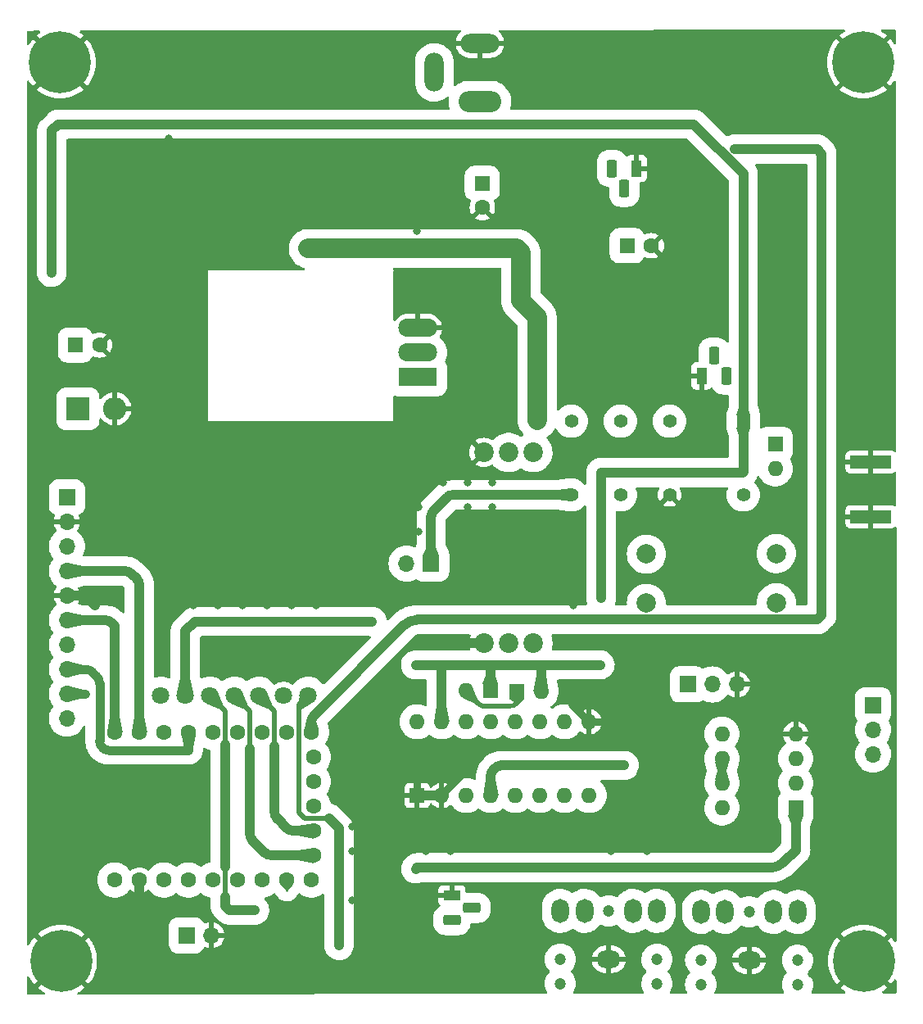
<source format=gbr>
%TF.GenerationSoftware,KiCad,Pcbnew,7.0.9-7.0.9~ubuntu22.04.1*%
%TF.CreationDate,2023-11-26T16:56:51+05:30*%
%TF.ProjectId,HF-PA-v10,48462d50-412d-4763-9130-2e6b69636164,rev?*%
%TF.SameCoordinates,Original*%
%TF.FileFunction,Copper,L2,Bot*%
%TF.FilePolarity,Positive*%
%FSLAX46Y46*%
G04 Gerber Fmt 4.6, Leading zero omitted, Abs format (unit mm)*
G04 Created by KiCad (PCBNEW 7.0.9-7.0.9~ubuntu22.04.1) date 2023-11-26 16:56:51*
%MOMM*%
%LPD*%
G01*
G04 APERTURE LIST*
G04 Aperture macros list*
%AMRoundRect*
0 Rectangle with rounded corners*
0 $1 Rounding radius*
0 $2 $3 $4 $5 $6 $7 $8 $9 X,Y pos of 4 corners*
0 Add a 4 corners polygon primitive as box body*
4,1,4,$2,$3,$4,$5,$6,$7,$8,$9,$2,$3,0*
0 Add four circle primitives for the rounded corners*
1,1,$1+$1,$2,$3*
1,1,$1+$1,$4,$5*
1,1,$1+$1,$6,$7*
1,1,$1+$1,$8,$9*
0 Add four rect primitives between the rounded corners*
20,1,$1+$1,$2,$3,$4,$5,0*
20,1,$1+$1,$4,$5,$6,$7,0*
20,1,$1+$1,$6,$7,$8,$9,0*
20,1,$1+$1,$8,$9,$2,$3,0*%
G04 Aperture macros list end*
%TA.AperFunction,ComponentPad*%
%ADD10R,4.000000X1.905000*%
%TD*%
%TA.AperFunction,ComponentPad*%
%ADD11O,4.000000X1.905000*%
%TD*%
%TA.AperFunction,ComponentPad*%
%ADD12R,1.600000X1.600000*%
%TD*%
%TA.AperFunction,ComponentPad*%
%ADD13C,1.600000*%
%TD*%
%TA.AperFunction,ComponentPad*%
%ADD14R,2.400000X2.400000*%
%TD*%
%TA.AperFunction,ComponentPad*%
%ADD15O,2.400000X2.400000*%
%TD*%
%TA.AperFunction,ComponentPad*%
%ADD16C,0.800000*%
%TD*%
%TA.AperFunction,ComponentPad*%
%ADD17C,6.400000*%
%TD*%
%TA.AperFunction,SMDPad,CuDef*%
%ADD18R,4.200000X1.350000*%
%TD*%
%TA.AperFunction,ComponentPad*%
%ADD19C,2.000000*%
%TD*%
%TA.AperFunction,ComponentPad*%
%ADD20O,1.600000X1.600000*%
%TD*%
%TA.AperFunction,ComponentPad*%
%ADD21O,4.400000X2.200000*%
%TD*%
%TA.AperFunction,ComponentPad*%
%ADD22O,4.000000X2.000000*%
%TD*%
%TA.AperFunction,ComponentPad*%
%ADD23O,2.000000X4.000000*%
%TD*%
%TA.AperFunction,ComponentPad*%
%ADD24R,1.800000X1.100000*%
%TD*%
%TA.AperFunction,ComponentPad*%
%ADD25RoundRect,0.275000X-0.625000X0.275000X-0.625000X-0.275000X0.625000X-0.275000X0.625000X0.275000X0*%
%TD*%
%TA.AperFunction,ComponentPad*%
%ADD26R,1.700000X1.700000*%
%TD*%
%TA.AperFunction,ComponentPad*%
%ADD27O,1.700000X1.700000*%
%TD*%
%TA.AperFunction,WasherPad*%
%ADD28C,1.200000*%
%TD*%
%TA.AperFunction,ComponentPad*%
%ADD29O,1.800000X2.500000*%
%TD*%
%TA.AperFunction,ComponentPad*%
%ADD30O,2.500000X1.800000*%
%TD*%
%TA.AperFunction,ComponentPad*%
%ADD31R,1.100000X1.800000*%
%TD*%
%TA.AperFunction,ComponentPad*%
%ADD32RoundRect,0.275000X0.275000X0.625000X-0.275000X0.625000X-0.275000X-0.625000X0.275000X-0.625000X0*%
%TD*%
%TA.AperFunction,ComponentPad*%
%ADD33C,2.020000*%
%TD*%
%TA.AperFunction,ComponentPad*%
%ADD34R,1.400000X1.400000*%
%TD*%
%TA.AperFunction,ComponentPad*%
%ADD35C,1.400000*%
%TD*%
%TA.AperFunction,ComponentPad*%
%ADD36RoundRect,0.275000X-0.275000X-0.625000X0.275000X-0.625000X0.275000X0.625000X-0.275000X0.625000X0*%
%TD*%
%TA.AperFunction,ComponentPad*%
%ADD37C,1.800000*%
%TD*%
%TA.AperFunction,ViaPad*%
%ADD38C,0.800000*%
%TD*%
%TA.AperFunction,Conductor*%
%ADD39C,0.500000*%
%TD*%
%TA.AperFunction,Conductor*%
%ADD40C,0.750000*%
%TD*%
%TA.AperFunction,Conductor*%
%ADD41C,1.000000*%
%TD*%
%TA.AperFunction,Conductor*%
%ADD42C,0.250000*%
%TD*%
%TA.AperFunction,Conductor*%
%ADD43C,2.000000*%
%TD*%
%TA.AperFunction,Conductor*%
%ADD44C,0.900000*%
%TD*%
G04 APERTURE END LIST*
D10*
%TO.P,Q2,1,G*%
%TO.N,Net-(Q2-G)*%
X177440000Y-98825000D03*
D11*
%TO.P,Q2,2,D*%
%TO.N,/DRAIN*%
X177440000Y-96285000D03*
%TO.P,Q2,3,S*%
%TO.N,GND*%
X177440000Y-93745000D03*
%TD*%
D12*
%TO.P,C5,1*%
%TO.N,VDC_VIA_PTT*%
X199074400Y-85242400D03*
D13*
%TO.P,C5,2*%
%TO.N,GND*%
X201574400Y-85242400D03*
%TD*%
D12*
%TO.P,C44,1*%
%TO.N,+5V*%
X142026000Y-95504000D03*
D13*
%TO.P,C44,2*%
%TO.N,GND*%
X144526000Y-95504000D03*
%TD*%
D14*
%TO.P,D5,1,K*%
%TO.N,+5V*%
X142300000Y-102080000D03*
D15*
%TO.P,D5,2,A*%
%TO.N,GND*%
X146110000Y-102080000D03*
%TD*%
D16*
%TO.P,H3,1,1*%
%TO.N,GND*%
X138152944Y-159132944D03*
X138855888Y-157435888D03*
X138855888Y-160830000D03*
X140552944Y-156732944D03*
D17*
X140552944Y-159132944D03*
D16*
X140552944Y-161532944D03*
X142250000Y-157435888D03*
X142250000Y-160830000D03*
X142952944Y-159132944D03*
%TD*%
D18*
%TO.P,RF_OUT1,2,Ext*%
%TO.N,GND*%
X224260000Y-113240000D03*
X224260000Y-107590000D03*
%TD*%
D19*
%TO.P,L2,1*%
%TO.N,Net-(C11-Pad1)*%
X214490000Y-122150000D03*
%TO.P,L2,2*%
%TO.N,Net-(JP1-B)*%
X214490000Y-117070000D03*
%TD*%
D12*
%TO.P,D3,1,K*%
%TO.N,+5V*%
X214376000Y-105762315D03*
D20*
%TO.P,D3,2,A*%
%TO.N,Net-(D3-A)*%
X214376000Y-108302315D03*
%TD*%
D21*
%TO.P,Power1,1*%
%TO.N,+VDC*%
X183850000Y-70312500D03*
D22*
%TO.P,Power1,2*%
%TO.N,GND*%
X183850000Y-64312500D03*
D23*
%TO.P,Power1,3*%
%TO.N,unconnected-(Power1-Pad3)*%
X179150000Y-67312500D03*
%TD*%
D24*
%TO.P,Q5,1,E*%
%TO.N,GND*%
X180956000Y-152400000D03*
D25*
%TO.P,Q5,2,B*%
%TO.N,Net-(Q5-B)*%
X183026000Y-153670000D03*
%TO.P,Q5,3,C*%
%TO.N,Net-(Q5-C)*%
X180956000Y-154940000D03*
%TD*%
D26*
%TO.P,RV1,1,1*%
%TO.N,Net-(C38-Pad2)*%
X205334000Y-130580000D03*
D27*
%TO.P,RV1,2,2*%
%TO.N,Net-(RV1-Pad2)*%
X207874000Y-130580000D03*
%TO.P,RV1,3,3*%
%TO.N,GND*%
X210414000Y-130580000D03*
%TD*%
D12*
%TO.P,C15,1*%
%TO.N,12V*%
X184100000Y-78800000D03*
D13*
%TO.P,C15,2*%
%TO.N,GND*%
X184100000Y-81300000D03*
%TD*%
D28*
%TO.P,SPK1,*%
%TO.N,*%
X206680000Y-161590000D03*
X216680000Y-161590000D03*
X206680000Y-159090000D03*
X216680000Y-159090000D03*
X211680000Y-154090000D03*
D29*
%TO.P,SPK1,R*%
%TO.N,Net-(C43-Pad2)*%
X206680000Y-154090000D03*
%TO.P,SPK1,RN*%
%TO.N,unconnected-(SPK1-PadRN)*%
X209180000Y-154090000D03*
D30*
%TO.P,SPK1,S*%
%TO.N,GND*%
X211680000Y-159090000D03*
D29*
%TO.P,SPK1,T*%
%TO.N,Net-(C43-Pad2)*%
X216680000Y-154090000D03*
%TO.P,SPK1,TN*%
%TO.N,unconnected-(SPK1-PadTN)*%
X214180000Y-154090000D03*
%TD*%
D12*
%TO.P,U7,1,FM_RF_IN*%
%TO.N,GND*%
X177356000Y-142058000D03*
D20*
%TO.P,U7,2,GND_IN*%
X179896000Y-142058000D03*
%TO.P,U7,3,FM_MIX*%
%TO.N,unconnected-(U7-FM_MIX-Pad3)*%
X182436000Y-142058000D03*
%TO.P,U7,4,AM_MIX*%
%TO.N,RX_AUDIO*%
X184976000Y-142058000D03*
%TO.P,U7,5,AGC*%
%TO.N,Net-(U7-AGC)*%
X187516000Y-142058000D03*
%TO.P,U7,6,VCC*%
%TO.N,+5V*%
X190056000Y-142058000D03*
%TO.P,U7,7,AM_IF*%
X192596000Y-142058000D03*
%TO.P,U7,8,FM_IF*%
%TO.N,unconnected-(U7-FM_IF-Pad8)*%
X195136000Y-142058000D03*
%TO.P,U7,9,GND_OUT*%
%TO.N,GND*%
X195136000Y-134438000D03*
%TO.P,U7,10,FM_DET*%
%TO.N,unconnected-(U7-FM_DET-Pad10)*%
X192596000Y-134438000D03*
%TO.P,U7,11,DET_OUT*%
%TO.N,unconnected-(U7-DET_OUT-Pad11)*%
X190056000Y-134438000D03*
%TO.P,U7,12,AM_OSC*%
%TO.N,Net-(U7-AM_OSC)*%
X187516000Y-134438000D03*
%TO.P,U7,13,FM_OSC*%
%TO.N,unconnected-(U7-FM_OSC-Pad13)*%
X184976000Y-134438000D03*
%TO.P,U7,14,FM/AM_SW*%
%TO.N,Net-(U7-FM{slash}AM_SW)*%
X182436000Y-134438000D03*
%TO.P,U7,15,FM_TUNER*%
%TO.N,+5V*%
X179896000Y-134438000D03*
%TO.P,U7,16,AM_RF_IN*%
%TO.N,Net-(D8-A)*%
X177356000Y-134438000D03*
%TD*%
D28*
%TO.P,EXT_ATU1,*%
%TO.N,*%
X192160000Y-161490000D03*
X202160000Y-161490000D03*
X192160000Y-158990000D03*
X202160000Y-158990000D03*
X197160000Y-153990000D03*
D29*
%TO.P,EXT_ATU1,R*%
%TO.N,Net-(C20-Pad1)*%
X192160000Y-153990000D03*
%TO.P,EXT_ATU1,RN*%
%TO.N,unconnected-(EXT_ATU1-PadRN)*%
X194660000Y-153990000D03*
D30*
%TO.P,EXT_ATU1,S*%
%TO.N,GND*%
X197160000Y-158990000D03*
D29*
%TO.P,EXT_ATU1,T*%
%TO.N,unconnected-(EXT_ATU1-PadT)*%
X202160000Y-153990000D03*
%TO.P,EXT_ATU1,TN*%
%TO.N,unconnected-(EXT_ATU1-PadTN)*%
X199660000Y-153990000D03*
%TD*%
D12*
%TO.P,D9,1,K*%
%TO.N,Net-(D8-A)*%
X187640000Y-131280000D03*
D20*
%TO.P,D9,2,A*%
%TO.N,+5V*%
X190180000Y-131280000D03*
%TD*%
D16*
%TO.P,H4,1,1*%
%TO.N,GND*%
X221130000Y-159130000D03*
X221832944Y-157432944D03*
X221832944Y-160827056D03*
X223530000Y-156730000D03*
D17*
X223530000Y-159130000D03*
D16*
X223530000Y-161530000D03*
X225227056Y-157432944D03*
X225227056Y-160827056D03*
X225930000Y-159130000D03*
%TD*%
D12*
%TO.P,U8,1*%
%TO.N,TO_ADC*%
X216496000Y-143333000D03*
D20*
%TO.P,U8,2,-*%
%TO.N,Net-(U8A--)*%
X216496000Y-140793000D03*
%TO.P,U8,3,+*%
%TO.N,Net-(U8A-+)*%
X216496000Y-138253000D03*
%TO.P,U8,4,V-*%
%TO.N,GND*%
X216496000Y-135713000D03*
%TO.P,U8,5,+*%
%TO.N,Net-(U8A-+)*%
X208876000Y-135713000D03*
%TO.P,U8,6,-*%
%TO.N,Net-(U8B--)*%
X208876000Y-138253000D03*
%TO.P,U8,7*%
X208876000Y-140793000D03*
%TO.P,U8,8,V+*%
%TO.N,+3.3V*%
X208876000Y-143333000D03*
%TD*%
D31*
%TO.P,Q4,1,E*%
%TO.N,GND*%
X200040000Y-77250000D03*
D32*
%TO.P,Q4,2,B*%
%TO.N,Net-(Q4-B)*%
X198770000Y-79320000D03*
%TO.P,Q4,3,C*%
%TO.N,Net-(D4-A)*%
X197500000Y-77250000D03*
%TD*%
D33*
%TO.P,BPF1,1,ANT*%
%TO.N,RX*%
X189330000Y-106610000D03*
%TO.P,BPF1,2,ANT*%
X186790000Y-106610000D03*
%TO.P,BPF1,3,GND*%
%TO.N,GND*%
X184250000Y-106610000D03*
%TO.P,BPF1,4,RF*%
%TO.N,RX_AFTER_HPF*%
X189330000Y-126280000D03*
%TO.P,BPF1,5,RF*%
X186790000Y-126280000D03*
%TO.P,BPF1,6,GND*%
%TO.N,GND*%
X184250000Y-126280000D03*
%TD*%
D26*
%TO.P,JP3,1,A*%
%TO.N,RX*%
X178810000Y-118080000D03*
D27*
%TO.P,JP3,2,B*%
%TO.N,RX_AFTER_HPF*%
X176270000Y-118080000D03*
%TD*%
D26*
%TO.P,CW_KEY1,1,Pin_1*%
%TO.N,CW_KEY*%
X153530000Y-156510000D03*
D27*
%TO.P,CW_KEY1,2,Pin_2*%
%TO.N,GND*%
X156070000Y-156510000D03*
%TD*%
D13*
%TO.P,RZ1,1,GP0*%
%TO.N,UART_TX*%
X146110000Y-135550000D03*
%TO.P,RZ1,2,GP1*%
%TO.N,UART_RX*%
X148650000Y-135550000D03*
%TO.P,RZ1,3,GP2*%
%TO.N,TUNE*%
X151190000Y-135550000D03*
%TO.P,RZ1,4,GP3*%
%TO.N,LDATA*%
X153730000Y-135550000D03*
%TO.P,RZ1,5,GP4*%
%TO.N,unconnected-(RZ1-GP4-Pad5)*%
X156270000Y-135550000D03*
%TO.P,RZ1,6,GP5*%
%TO.N,unconnected-(RZ1-GP5-Pad6)*%
X158810000Y-135550000D03*
%TO.P,RZ1,7,GP6*%
%TO.N,SDA1*%
X161350000Y-135550000D03*
%TO.P,RZ1,8,GP7*%
%TO.N,SCL1*%
X163890000Y-135550000D03*
%TO.P,RZ1,9,GP8*%
%TO.N,PTT*%
X166430000Y-135550000D03*
%TO.P,RZ1,10,GP9*%
%TO.N,unconnected-(RZ1-GP9-Pad10)*%
X166640000Y-138090000D03*
%TO.P,RZ1,11,GP10*%
%TO.N,unconnected-(RZ1-GP10-Pad11)*%
X166640000Y-140630000D03*
%TO.P,RZ1,12,GP11*%
%TO.N,unconnected-(RZ1-GP11-Pad12)*%
X166640000Y-143170000D03*
%TO.P,RZ1,13,GP12*%
%TO.N,SDA*%
X166640000Y-145710000D03*
%TO.P,RZ1,14,GP13*%
%TO.N,SCL*%
X166640000Y-148250000D03*
%TO.P,RZ1,15,GP14*%
%TO.N,ATU*%
X166430000Y-150790000D03*
%TO.P,RZ1,16,GP15*%
%TO.N,CAL*%
X163890000Y-150790000D03*
%TO.P,RZ1,17,GP26*%
%TO.N,Net-(JP4-A)*%
X161350000Y-150790000D03*
%TO.P,RZ1,18,GP27*%
%TO.N,CW_KEY*%
X158810000Y-150790000D03*
%TO.P,RZ1,19,GP28*%
%TO.N,unconnected-(RZ1-GP28-Pad19)*%
X156270000Y-150790000D03*
%TO.P,RZ1,20,GP29*%
%TO.N,unconnected-(RZ1-GP29-Pad20)*%
X153730000Y-150790000D03*
%TO.P,RZ1,21,3V3*%
%TO.N,unconnected-(RZ1-3V3-Pad21)*%
X151190000Y-150790000D03*
%TO.P,RZ1,22,5V*%
%TO.N,Net-(D2-K)*%
X146110000Y-150790000D03*
%TO.P,RZ1,23,GND*%
%TO.N,GND*%
X148650000Y-150790000D03*
%TD*%
D26*
%TO.P,RV2,1,1*%
%TO.N,Net-(U8A--)*%
X224510000Y-132740000D03*
D27*
%TO.P,RV2,2,2*%
%TO.N,TO_ADC*%
X224510000Y-135280000D03*
%TO.P,RV2,3,3*%
X224510000Y-137820000D03*
%TD*%
D16*
%TO.P,H1,1,1*%
%TO.N,GND*%
X138042944Y-66312944D03*
X138745888Y-64615888D03*
X138745888Y-68010000D03*
X140442944Y-63912944D03*
D17*
X140442944Y-66312944D03*
D16*
X140442944Y-68712944D03*
X142140000Y-64615888D03*
X142140000Y-68010000D03*
X142842944Y-66312944D03*
%TD*%
D12*
%TO.P,D8,1,K*%
%TO.N,+5V*%
X184916000Y-131248000D03*
D20*
%TO.P,D8,2,A*%
%TO.N,Net-(D8-A)*%
X182376000Y-131248000D03*
%TD*%
D34*
%TO.P,K1,1*%
%TO.N,+5V*%
X211074000Y-103378000D03*
D35*
%TO.P,K1,4*%
%TO.N,LPF*%
X203454000Y-103378000D03*
%TO.P,K1,6*%
%TO.N,RX*%
X198374000Y-103378000D03*
%TO.P,K1,8*%
%TO.N,RF_OUT*%
X193294000Y-103378000D03*
%TO.P,K1,9*%
%TO.N,RX*%
X193294000Y-110998000D03*
%TO.P,K1,11*%
%TO.N,unconnected-(K1-Pad11)*%
X198374000Y-110998000D03*
%TO.P,K1,13*%
%TO.N,GND*%
X203454000Y-110998000D03*
%TO.P,K1,16*%
%TO.N,Net-(D3-A)*%
X211074000Y-110998000D03*
%TD*%
D19*
%TO.P,L1,1*%
%TO.N,LPF*%
X201067500Y-117115000D03*
%TO.P,L1,2*%
%TO.N,Net-(C11-Pad1)*%
X201067500Y-122195000D03*
%TD*%
D16*
%TO.P,H2,1,1*%
%TO.N,GND*%
X221057056Y-66302944D03*
X221760000Y-64605888D03*
X221760000Y-68000000D03*
X223457056Y-63902944D03*
D17*
X223457056Y-66302944D03*
D16*
X223457056Y-68702944D03*
X225154112Y-64605888D03*
X225154112Y-68000000D03*
X225857056Y-66302944D03*
%TD*%
D26*
%TO.P,J1,1,Pin_1*%
%TO.N,+5V*%
X141150000Y-111252000D03*
D27*
%TO.P,J1,2,Pin_2*%
%TO.N,GND*%
X141150000Y-113792000D03*
%TO.P,J1,3,Pin_3*%
%TO.N,TUNE*%
X141150000Y-116332000D03*
%TO.P,J1,4,Pin_4*%
%TO.N,UART_RX*%
X141150000Y-118872000D03*
%TO.P,J1,5,Pin_5*%
%TO.N,GND*%
X141150000Y-121412000D03*
%TO.P,J1,6,Pin_6*%
%TO.N,UART_TX*%
X141150000Y-123952000D03*
%TO.P,J1,7,Pin_7*%
%TO.N,+5V*%
X141150000Y-126492000D03*
%TO.P,J1,8,Pin_8*%
%TO.N,LDATA*%
X141150000Y-129032000D03*
%TO.P,J1,9,Pin_9*%
%TO.N,SDA1*%
X141150000Y-131572000D03*
%TO.P,J1,10,Pin_10*%
%TO.N,SCL1*%
X141150000Y-134112000D03*
%TD*%
D31*
%TO.P,Q1,1,E*%
%TO.N,GND*%
X206756000Y-98698000D03*
D36*
%TO.P,Q1,2,B*%
%TO.N,Net-(Q1-B)*%
X208026000Y-96628000D03*
%TO.P,Q1,3,C*%
%TO.N,Net-(D3-A)*%
X209296000Y-98698000D03*
%TD*%
D37*
%TO.P,U5,1,VIN*%
%TO.N,+3.3V*%
X166093600Y-131708400D03*
%TO.P,U5,2,GND*%
%TO.N,GND*%
X163553600Y-131708400D03*
%TO.P,U5,3,SDA*%
%TO.N,SDA*%
X161013600Y-131708400D03*
%TO.P,U5,4,SCL*%
%TO.N,SCL*%
X158473600Y-131708400D03*
%TO.P,U5,5,S2*%
%TO.N,Net-(U5-S2)*%
X155933600Y-131708400D03*
%TO.P,U5,6,S1*%
%TO.N,RX_OSC*%
X153393600Y-131708400D03*
%TO.P,U5,7,SO*%
%TO.N,TX_RF*%
X150853600Y-131708400D03*
%TD*%
D38*
%TO.N,GND*%
X217757381Y-69037500D03*
X213054600Y-127457500D03*
X222837381Y-79197500D03*
X187654600Y-114757500D03*
X194897381Y-69037500D03*
X215217381Y-84277500D03*
X206231750Y-135077500D03*
X225377381Y-86817500D03*
X225754600Y-102057500D03*
X172037381Y-63957500D03*
X156797381Y-63957500D03*
X225377381Y-81737500D03*
X149177381Y-89357500D03*
X174954600Y-142697500D03*
X202517381Y-99517500D03*
X198611750Y-145237500D03*
X149177381Y-145237500D03*
X222837381Y-129997500D03*
X215217381Y-63957500D03*
X199977381Y-81737500D03*
X222837381Y-127457500D03*
X177520600Y-88773000D03*
X220297381Y-71577500D03*
X145670000Y-81850000D03*
X164417381Y-117297500D03*
X182197381Y-102057500D03*
X166957381Y-112217500D03*
X185114600Y-112217500D03*
X225377381Y-91897500D03*
X218134600Y-160477500D03*
X215217381Y-91897500D03*
X143170000Y-79550000D03*
X154634600Y-147777500D03*
X154257381Y-122377500D03*
X182574600Y-160477500D03*
X146637381Y-112217500D03*
X215594600Y-127457500D03*
X146637381Y-109677500D03*
X193531750Y-119837500D03*
X192357381Y-66497500D03*
X185114600Y-160477500D03*
X160511750Y-127457500D03*
X221471750Y-99517500D03*
X141570000Y-77780000D03*
X156797381Y-117297500D03*
X146637381Y-99517500D03*
X166957381Y-117297500D03*
X169497381Y-112217500D03*
X199977381Y-129997500D03*
X147014600Y-160477500D03*
X223214600Y-102057500D03*
X215217381Y-89357500D03*
X217757381Y-66497500D03*
X207597381Y-71577500D03*
X174577381Y-81737500D03*
X190194600Y-114757500D03*
X210137381Y-69037500D03*
X181850000Y-126290000D03*
X205434600Y-127457500D03*
X225377381Y-71577500D03*
X149177381Y-91897500D03*
X170190000Y-109810000D03*
X175751750Y-63957500D03*
X147530000Y-83460000D03*
X187277381Y-81737500D03*
X149930000Y-84400000D03*
X215217381Y-129997500D03*
X182764000Y-139120000D03*
X187654600Y-160477500D03*
X210514600Y-127457500D03*
X154257381Y-63957500D03*
X170671750Y-145237500D03*
X207597381Y-63957500D03*
X182574600Y-117297500D03*
X144810000Y-81120000D03*
X212677381Y-66497500D03*
X215217381Y-94437500D03*
X223214600Y-104597500D03*
X157910000Y-103930000D03*
X221471750Y-124917500D03*
X159337381Y-122377500D03*
X166957381Y-63957500D03*
X189817381Y-63957500D03*
X225377381Y-94437500D03*
X215217381Y-86817500D03*
X151717381Y-63957500D03*
X217757381Y-71577500D03*
X207597381Y-81737500D03*
X152094600Y-147777500D03*
X170671750Y-104597500D03*
X225377381Y-122377500D03*
X150351750Y-107137500D03*
X145271750Y-107137500D03*
X225377381Y-79197500D03*
X225377381Y-129997500D03*
X156797381Y-112217500D03*
X182574600Y-112217500D03*
X148460000Y-84390000D03*
X178291750Y-147777500D03*
X144097381Y-145237500D03*
X215217381Y-79197500D03*
X177494600Y-112217500D03*
X161877381Y-117297500D03*
X166957381Y-122377500D03*
X154257381Y-119837500D03*
X173211750Y-147777500D03*
X187277381Y-66497500D03*
X173200000Y-103900000D03*
X177494600Y-109677500D03*
X199977381Y-160477500D03*
X169497381Y-63957500D03*
X202517381Y-81737500D03*
X225377381Y-84277500D03*
X149177381Y-99517500D03*
X207597381Y-84277500D03*
X212677381Y-71577500D03*
X149554600Y-79197500D03*
X156797381Y-122377500D03*
X193360000Y-131350000D03*
X202894600Y-127457500D03*
X173211750Y-109677500D03*
X175751750Y-147777500D03*
X207597381Y-69037500D03*
X225754600Y-147777500D03*
X193531750Y-117297500D03*
X199970000Y-158150000D03*
X173211750Y-112217500D03*
X197437381Y-63957500D03*
X180831750Y-147777500D03*
X180034600Y-109677500D03*
X161877381Y-112217500D03*
X165591750Y-127457500D03*
X211311750Y-137617500D03*
X161877381Y-114757500D03*
X190194600Y-119837500D03*
X142330000Y-78660000D03*
X161877381Y-122377500D03*
X185114600Y-117297500D03*
X215217381Y-69037500D03*
X156797381Y-119837500D03*
X225377381Y-119837500D03*
X169497381Y-114757500D03*
X200354600Y-127457500D03*
X208771750Y-79197500D03*
X221471750Y-91897500D03*
X195274600Y-89357500D03*
X170671750Y-147777500D03*
X197437381Y-69037500D03*
X154257381Y-114757500D03*
X164417381Y-122377500D03*
X149177381Y-96977500D03*
X225377381Y-124917500D03*
X182197381Y-89357500D03*
X149177381Y-147777500D03*
X221471750Y-119837500D03*
X192357381Y-69037500D03*
X221471750Y-86817500D03*
X149177381Y-63957500D03*
X177494600Y-114757500D03*
X220297381Y-127457500D03*
X161877381Y-63957500D03*
X221471750Y-94437500D03*
X182574600Y-109677500D03*
X144097381Y-147777500D03*
X146637381Y-91897500D03*
X221471750Y-122377500D03*
X164417381Y-63957500D03*
X225377381Y-96977500D03*
X225377381Y-127457500D03*
X173211750Y-145237500D03*
X182574600Y-114757500D03*
X152094600Y-145237500D03*
X202517381Y-96977500D03*
X215217381Y-66497500D03*
X212677381Y-69037500D03*
X146637381Y-104597500D03*
X202517381Y-66497500D03*
X146510000Y-82530000D03*
X225377381Y-99517500D03*
X168131750Y-127457500D03*
X155431750Y-127457500D03*
X146637381Y-155397500D03*
X225377381Y-74117500D03*
X221471750Y-89357500D03*
X197437381Y-81737500D03*
X159337381Y-112217500D03*
X177520600Y-90144600D03*
X222837381Y-74117500D03*
X205057381Y-91897500D03*
X146637381Y-145237500D03*
X178130200Y-82067400D03*
X185114600Y-109677500D03*
X225377381Y-76657500D03*
X166957381Y-114757500D03*
X215217381Y-81737500D03*
X217757381Y-129997500D03*
X225377381Y-89357500D03*
X154634600Y-145237500D03*
X185114600Y-114757500D03*
X164417381Y-119837500D03*
X189817381Y-69037500D03*
X202517381Y-63957500D03*
X159337381Y-63957500D03*
X149177381Y-94437500D03*
X166957381Y-119837500D03*
X210137381Y-66497500D03*
X146637381Y-147777500D03*
X193531750Y-114757500D03*
X222837381Y-76657500D03*
X164417381Y-112217500D03*
X201151750Y-145237500D03*
X177317400Y-83718400D03*
X218134600Y-157937500D03*
X185114600Y-89357500D03*
X225754600Y-152857500D03*
X151170000Y-84400000D03*
X199977381Y-63957500D03*
X205057381Y-86817500D03*
X172037381Y-81737500D03*
X205057381Y-89357500D03*
X198611750Y-114757500D03*
X210137381Y-71577500D03*
X221471750Y-96977500D03*
X149177381Y-104597500D03*
X187277381Y-63957500D03*
X197437381Y-66497500D03*
X215217381Y-71577500D03*
X205057381Y-94437500D03*
X187654600Y-117297500D03*
X151717381Y-74117500D03*
X144080000Y-80390000D03*
X154257381Y-117297500D03*
X157971750Y-127457500D03*
X205057381Y-66497500D03*
X205057381Y-84277500D03*
X190194600Y-117297500D03*
X205057381Y-81737500D03*
X172037381Y-79197500D03*
X192734600Y-89357500D03*
X207597381Y-86817500D03*
X221471750Y-84277500D03*
X164417381Y-114757500D03*
X205057381Y-63957500D03*
X196071750Y-145237500D03*
X207597381Y-66497500D03*
X159337381Y-117297500D03*
X212677381Y-63957500D03*
X147811750Y-107137500D03*
X144097381Y-122377500D03*
X225754600Y-104597500D03*
X159337381Y-114757500D03*
X173211750Y-114757500D03*
X149177381Y-102057500D03*
X159337381Y-119837500D03*
X210137381Y-63957500D03*
X170671750Y-152857500D03*
X156550000Y-103930000D03*
X197437381Y-147777500D03*
X199977381Y-66497500D03*
X217757381Y-63957500D03*
X207597381Y-89357500D03*
X207974600Y-127457500D03*
X222837381Y-81737500D03*
X182197381Y-99517500D03*
X189817381Y-66497500D03*
X193531750Y-122377500D03*
X156797381Y-114757500D03*
X141934600Y-107137500D03*
X161877381Y-119837500D03*
X194897381Y-66497500D03*
X192357381Y-63957500D03*
X144097381Y-109677500D03*
X222837381Y-71577500D03*
X194897381Y-63957500D03*
X201151750Y-147777500D03*
X220297381Y-129997500D03*
X225754600Y-150317500D03*
%TO.N,PTT*%
X211120000Y-75270000D03*
X210200000Y-75250000D03*
%TO.N,+5V*%
X196380000Y-120720000D03*
X139560000Y-86800000D03*
X196260000Y-128560000D03*
X139580000Y-88000000D03*
X139560000Y-85660000D03*
X196400000Y-121630000D03*
X177210000Y-128560000D03*
%TO.N,VDC_VIA_PTT*%
X166110000Y-85530000D03*
X189710000Y-103300000D03*
X188100000Y-90400000D03*
X189690000Y-102190000D03*
X188100000Y-89500000D03*
X189710000Y-101280000D03*
X188100000Y-88600000D03*
X167080000Y-85510000D03*
%TO.N,RX_OSC*%
X172680000Y-124070000D03*
%TO.N,+3.3V*%
X169280000Y-157540000D03*
%TO.N,RX_AUDIO*%
X198770000Y-138960000D03*
%TO.N,TO_ADC*%
X177240000Y-149640000D03*
%TO.N,Net-(U5-S2)*%
X160550000Y-153900000D03*
%TD*%
D39*
%TO.N,GND*%
X179896000Y-146173250D02*
X178291750Y-147777500D01*
D40*
X195136000Y-134438000D02*
X199718000Y-134438000D01*
D41*
X177356000Y-142058000D02*
X179896000Y-142058000D01*
D42*
X182764000Y-139190000D02*
X182764000Y-139120000D01*
D40*
X179896000Y-141988000D02*
X182764000Y-139120000D01*
X179830000Y-139120000D02*
X177670000Y-139120000D01*
D41*
X181850000Y-126290000D02*
X184240000Y-126290000D01*
D40*
X193360000Y-132662000D02*
X195136000Y-134438000D01*
D39*
X193360000Y-131350000D02*
X193290000Y-131350000D01*
D40*
X177356000Y-139434000D02*
X177356000Y-142058000D01*
X199730000Y-134450000D02*
X199977381Y-134202619D01*
D39*
X179896000Y-142058000D02*
X179896000Y-146173250D01*
D40*
X182764000Y-139120000D02*
X179830000Y-139120000D01*
D41*
X141150000Y-121412000D02*
X143131881Y-121412000D01*
D40*
X199718000Y-134438000D02*
X199730000Y-134450000D01*
D41*
X148650000Y-153384881D02*
X146637381Y-155397500D01*
D40*
X193360000Y-131350000D02*
X193360000Y-132662000D01*
D41*
X143131881Y-121412000D02*
X144097381Y-122377500D01*
D40*
X177670000Y-139120000D02*
X177356000Y-139434000D01*
D41*
X148650000Y-150790000D02*
X148650000Y-153384881D01*
D40*
X199977381Y-134202619D02*
X199977381Y-129997500D01*
D41*
%TO.N,PTT*%
X218720000Y-75250000D02*
X219197381Y-75727381D01*
X219197381Y-123430000D02*
X218732381Y-123895000D01*
X166430000Y-134463460D02*
X166430000Y-135550000D01*
X211140000Y-75250000D02*
X218720000Y-75250000D01*
X211120000Y-75270000D02*
X211140000Y-75250000D01*
X175998459Y-124480787D02*
X166722893Y-133756353D01*
X211120000Y-75270000D02*
X211100000Y-75250000D01*
X218732381Y-123895000D02*
X177412673Y-123895000D01*
X210200000Y-75250000D02*
X211100000Y-75250000D01*
X219197381Y-75727381D02*
X219197381Y-123430000D01*
X166722913Y-133756373D02*
G75*
G03*
X166430000Y-134463460I707087J-707127D01*
G01*
X177412673Y-123894981D02*
G75*
G03*
X175998459Y-124480787I27J-2000019D01*
G01*
%TO.N,+5V*%
X211040000Y-108670000D02*
X196380000Y-108670000D01*
X184830000Y-128560000D02*
X180010000Y-128560000D01*
X180010000Y-128560000D02*
X177210000Y-128560000D01*
X196350000Y-108700000D02*
X196350000Y-121580000D01*
X190290000Y-128560000D02*
X190180000Y-128670000D01*
X205930444Y-72677500D02*
X140242500Y-72677500D01*
X211074000Y-103378000D02*
X211074000Y-77821056D01*
X184830000Y-128560000D02*
X184916000Y-128646000D01*
X211074000Y-103378000D02*
X211074000Y-108636000D01*
X196380000Y-108670000D02*
X196350000Y-108700000D01*
X196350000Y-121580000D02*
X196400000Y-121630000D01*
X190290000Y-128560000D02*
X184830000Y-128560000D01*
X184916000Y-128646000D02*
X184916000Y-131248000D01*
X180010000Y-128560000D02*
X179896000Y-128674000D01*
X140242500Y-72677500D02*
X139580000Y-73340000D01*
X211074000Y-77821056D02*
X205930444Y-72677500D01*
X211074000Y-108636000D02*
X211040000Y-108670000D01*
X139580000Y-73340000D02*
X139580000Y-88000000D01*
X196260000Y-128560000D02*
X190290000Y-128560000D01*
X179896000Y-128674000D02*
X179896000Y-134438000D01*
X190180000Y-128670000D02*
X190180000Y-131280000D01*
D43*
%TO.N,VDC_VIA_PTT*%
X188084600Y-90950000D02*
X189760000Y-92625400D01*
X167100000Y-85530000D02*
X187680000Y-85530000D01*
X188084600Y-88615400D02*
X188100000Y-88600000D01*
X187680000Y-85530000D02*
X188084600Y-85934600D01*
X167060000Y-85530000D02*
X166110000Y-85530000D01*
X188084600Y-85934600D02*
X188084600Y-90950000D01*
X189760000Y-92625400D02*
X189760000Y-103250000D01*
X188084600Y-90950000D02*
X188084600Y-88615400D01*
D41*
%TO.N,RX*%
X180365534Y-111290893D02*
X179102893Y-112553534D01*
X178810000Y-113260641D02*
X178810000Y-118080000D01*
X193294000Y-110998000D02*
X181072641Y-110998000D01*
X179102873Y-112553514D02*
G75*
G03*
X178810000Y-113260641I707127J-707086D01*
G01*
X181072641Y-110998029D02*
G75*
G03*
X180365534Y-111290893I-41J-999971D01*
G01*
%TO.N,RX_OSC*%
X154390000Y-124070000D02*
X153390000Y-125070000D01*
X153393600Y-125073600D02*
X153393600Y-131708400D01*
X153390000Y-125070000D02*
X153393600Y-125073600D01*
X154390000Y-124070000D02*
X172680000Y-124070000D01*
D39*
%TO.N,Net-(D8-A)*%
X184402214Y-132860000D02*
X186905786Y-132860000D01*
X187612893Y-132567107D02*
X187640000Y-132540000D01*
X187640000Y-132540000D02*
X187640000Y-131280000D01*
X182376000Y-131248000D02*
X183695107Y-132567107D01*
X186905786Y-132859990D02*
G75*
G03*
X187612893Y-132567107I14J999990D01*
G01*
X183695100Y-132567114D02*
G75*
G03*
X184402214Y-132860000I707100J707114D01*
G01*
%TO.N,+3.3V*%
X165180000Y-132622000D02*
X165180000Y-143860000D01*
D41*
X169270000Y-157530000D02*
X169270000Y-145450000D01*
X169270000Y-145450000D02*
X168240000Y-144420000D01*
X169270000Y-157530000D02*
X169280000Y-157540000D01*
D39*
X165740000Y-144420000D02*
X168240000Y-144420000D01*
X165180000Y-143860000D02*
X165740000Y-144420000D01*
X166093600Y-131708400D02*
X165180000Y-132622000D01*
%TO.N,RX_AUDIO*%
X198770000Y-138960000D02*
X198960000Y-138960000D01*
D41*
X185367107Y-139252893D02*
X185268893Y-139351107D01*
X184976000Y-142058000D02*
X184976000Y-140058214D01*
X198770000Y-138960000D02*
X186074214Y-138960000D01*
D39*
X198960000Y-138960000D02*
X198850000Y-139070000D01*
D41*
X185268886Y-139351100D02*
G75*
G03*
X184976000Y-140058214I707114J-707100D01*
G01*
X186074214Y-138960010D02*
G75*
G03*
X185367107Y-139252893I-14J-999990D01*
G01*
D39*
%TO.N,SCL*%
X160060000Y-133294800D02*
X160060000Y-137190000D01*
D41*
X166640000Y-148250000D02*
X162324214Y-148250000D01*
D39*
X158473600Y-131708400D02*
X160060000Y-133294800D01*
D41*
X161617107Y-147957107D02*
X160352893Y-146692893D01*
X160060000Y-145985786D02*
X160060000Y-137190000D01*
X161617100Y-147957114D02*
G75*
G03*
X162324214Y-148250000I707100J707114D01*
G01*
X160060010Y-145985786D02*
G75*
G03*
X160352893Y-146692893I999990J-14D01*
G01*
%TO.N,SDA*%
X166640000Y-145710000D02*
X164564214Y-145710000D01*
D39*
X161013600Y-131708400D02*
X162602381Y-133297181D01*
D41*
X162602381Y-136950000D02*
X162602381Y-143510000D01*
D39*
X162602381Y-133297181D02*
X162602381Y-136950000D01*
D41*
X162602381Y-143510000D02*
X162602381Y-143748167D01*
X162895274Y-144455274D02*
X163857107Y-145417107D01*
X163857100Y-145417114D02*
G75*
G03*
X164564214Y-145710000I707100J707114D01*
G01*
X162602410Y-143748167D02*
G75*
G03*
X162895274Y-144455274I999990J-33D01*
G01*
D40*
%TO.N,Net-(U8B--)*%
X208876000Y-138253000D02*
X208876000Y-140793000D01*
D44*
%TO.N,SDA1*%
X141150000Y-131572000D02*
X143002000Y-131572000D01*
D42*
%TO.N,CAL*%
X163890000Y-150790000D02*
X163890000Y-151880000D01*
D41*
%TO.N,TO_ADC*%
X216496000Y-147704000D02*
X215245786Y-148954214D01*
X216496000Y-147440000D02*
X216496000Y-143333000D01*
X177340000Y-149540000D02*
X177240000Y-149640000D01*
X213831573Y-149540000D02*
X177340000Y-149540000D01*
X216496000Y-147440000D02*
X216496000Y-147704000D01*
X213831573Y-149539980D02*
G75*
G03*
X215245785Y-148954213I27J1999980D01*
G01*
D44*
%TO.N,LDATA*%
X145526000Y-137414000D02*
X153670000Y-137414000D01*
X144526000Y-130462214D02*
X144526000Y-136414000D01*
X141150000Y-129032000D02*
X143095786Y-129032000D01*
X153730000Y-137354000D02*
X153730000Y-135550000D01*
X143802893Y-129324893D02*
X144233107Y-129755107D01*
X153670000Y-137414000D02*
X153730000Y-137354000D01*
X143802900Y-129324886D02*
G75*
G03*
X143095786Y-129032000I-707100J-707114D01*
G01*
X144526000Y-136414000D02*
G75*
G03*
X145526000Y-137414000I1000000J0D01*
G01*
X144525990Y-130462214D02*
G75*
G03*
X144233107Y-129755107I-999990J14D01*
G01*
D41*
%TO.N,Net-(U5-S2)*%
X157520000Y-152580000D02*
X157520000Y-153460000D01*
D39*
X157520000Y-133294800D02*
X157520000Y-136820000D01*
D41*
X157960000Y-153900000D02*
X160550000Y-153900000D01*
X157520000Y-136820000D02*
X157520000Y-149390000D01*
D39*
X157520000Y-149390000D02*
X157520000Y-152580000D01*
D41*
X157520000Y-153460000D02*
X157960000Y-153900000D01*
D39*
X155933600Y-131708400D02*
X157520000Y-133294800D01*
D41*
%TO.N,UART_TX*%
X141150000Y-123952000D02*
X145127786Y-123952000D01*
X146110000Y-124520000D02*
X145834893Y-124244893D01*
X146110000Y-135550000D02*
X146110000Y-124520000D01*
X145834900Y-124244886D02*
G75*
G03*
X145127786Y-123952000I-707100J-707114D01*
G01*
%TO.N,UART_RX*%
X147864893Y-119164893D02*
X148357107Y-119657107D01*
X148650000Y-120364214D02*
X148650000Y-135550000D01*
X141150000Y-118872000D02*
X147157786Y-118872000D01*
X148649990Y-120364214D02*
G75*
G03*
X148357107Y-119657107I-999990J14D01*
G01*
X147864900Y-119164886D02*
G75*
G03*
X147157786Y-118872000I-707100J-707114D01*
G01*
%TD*%
%TA.AperFunction,Conductor*%
%TO.N,RX_OSC*%
G36*
X153892538Y-129911827D02*
G01*
X153895673Y-129917502D01*
X154222901Y-131354366D01*
X154221397Y-131363194D01*
X154215981Y-131367769D01*
X153398088Y-131707535D01*
X153389134Y-131707544D01*
X153389112Y-131707535D01*
X152571218Y-131367769D01*
X152564892Y-131361430D01*
X152564298Y-131354367D01*
X152891527Y-129917501D01*
X152896705Y-129910196D01*
X152902935Y-129908400D01*
X153884265Y-129908400D01*
X153892538Y-129911827D01*
G37*
%TD.AperFunction*%
%TD*%
%TA.AperFunction,Conductor*%
%TO.N,PTT*%
G36*
X166071415Y-133859472D02*
G01*
X166944646Y-134304441D01*
X166950461Y-134311251D01*
X166950725Y-134312196D01*
X167166837Y-135234184D01*
X167165389Y-135243021D01*
X167159932Y-135247660D01*
X166434034Y-135549026D01*
X166425079Y-135549033D01*
X166425057Y-135549024D01*
X165700326Y-135247772D01*
X165694002Y-135241432D01*
X165693505Y-135233979D01*
X165937112Y-134312196D01*
X166054791Y-133866907D01*
X166060218Y-133859785D01*
X166069092Y-133858585D01*
X166071415Y-133859472D01*
G37*
%TD.AperFunction*%
%TD*%
%TA.AperFunction,Conductor*%
%TO.N,TO_ADC*%
G36*
X216504268Y-143340278D02*
G01*
X216504278Y-143340288D01*
X217290679Y-144127672D01*
X217294101Y-144135947D01*
X217293356Y-144140048D01*
X216998847Y-144925408D01*
X216992734Y-144931951D01*
X216987892Y-144933000D01*
X216004108Y-144933000D01*
X215995835Y-144929573D01*
X215993153Y-144925408D01*
X215698643Y-144140048D01*
X215698947Y-144131099D01*
X215701316Y-144127676D01*
X216487722Y-143340287D01*
X216495993Y-143336856D01*
X216504268Y-143340278D01*
G37*
%TD.AperFunction*%
%TD*%
%TA.AperFunction,Conductor*%
%TO.N,LDATA*%
G36*
X154460035Y-135852378D02*
G01*
X154466359Y-135858716D01*
X154466962Y-135865732D01*
X154182044Y-137140851D01*
X154176896Y-137148178D01*
X154170626Y-137150000D01*
X153289374Y-137150000D01*
X153281101Y-137146573D01*
X153277956Y-137140851D01*
X153195307Y-136770968D01*
X152993037Y-135865730D01*
X152994577Y-135856911D01*
X152999962Y-135852379D01*
X153725512Y-135550864D01*
X153734461Y-135550854D01*
X154460035Y-135852378D01*
G37*
%TD.AperFunction*%
%TD*%
%TA.AperFunction,Conductor*%
%TO.N,GND*%
G36*
X138620393Y-160732455D02*
G01*
X138600990Y-160830000D01*
X138620393Y-160927545D01*
X138675648Y-161010240D01*
X138758343Y-161065495D01*
X138831264Y-161080000D01*
X138880512Y-161080000D01*
X138953433Y-161065495D01*
X139032293Y-161012801D01*
X138115030Y-161930065D01*
X138115031Y-161930066D01*
X138370435Y-162136889D01*
X138370452Y-162136901D01*
X138696402Y-162348574D01*
X138696408Y-162348578D01*
X138834007Y-162418688D01*
X138885622Y-162467436D01*
X138902688Y-162536351D01*
X138879787Y-162603553D01*
X138824190Y-162647705D01*
X138777005Y-162656955D01*
X137134701Y-162659580D01*
X137066549Y-162639687D01*
X137019970Y-162586105D01*
X137008500Y-162533580D01*
X137008500Y-160868981D01*
X137028502Y-160800860D01*
X137082158Y-160754367D01*
X137152432Y-160744263D01*
X137217012Y-160773757D01*
X137246767Y-160811778D01*
X137337310Y-160989479D01*
X137337313Y-160989485D01*
X137548986Y-161315435D01*
X137548998Y-161315452D01*
X137755820Y-161570855D01*
X137755821Y-161570856D01*
X138673091Y-160653585D01*
X138620393Y-160732455D01*
G37*
%TD.AperFunction*%
%TA.AperFunction,Conductor*%
G36*
X172512021Y-125606502D02*
G01*
X172558514Y-125660158D01*
X172568618Y-125730432D01*
X172539124Y-125795012D01*
X172532995Y-125801595D01*
X167793534Y-130541055D01*
X167731222Y-130575081D01*
X167660407Y-130570016D01*
X167603571Y-130527469D01*
X167545697Y-130450159D01*
X167545689Y-130450150D01*
X167351849Y-130256310D01*
X167351840Y-130256302D01*
X167132388Y-130092022D01*
X167132386Y-130092021D01*
X167132385Y-130092020D01*
X166935288Y-129984397D01*
X166891777Y-129960638D01*
X166736565Y-129902747D01*
X166634920Y-129864835D01*
X166634916Y-129864834D01*
X166367039Y-129806561D01*
X166093600Y-129787005D01*
X165820160Y-129806561D01*
X165552283Y-129864834D01*
X165295422Y-129960638D01*
X165054811Y-130092022D01*
X164835359Y-130256302D01*
X164835357Y-130256304D01*
X164641506Y-130450154D01*
X164641503Y-130450158D01*
X164566719Y-130550056D01*
X164509883Y-130592602D01*
X164439067Y-130597666D01*
X164388461Y-130573977D01*
X164326349Y-130525633D01*
X164121125Y-130414572D01*
X164121122Y-130414570D01*
X163900432Y-130338807D01*
X163900423Y-130338805D01*
X163670266Y-130300400D01*
X163436934Y-130300400D01*
X163206776Y-130338805D01*
X163206767Y-130338807D01*
X162986077Y-130414570D01*
X162986074Y-130414572D01*
X162780859Y-130525627D01*
X162718736Y-130573979D01*
X162652693Y-130600034D01*
X162583048Y-130586248D01*
X162540478Y-130550055D01*
X162522191Y-130525627D01*
X162465693Y-130450154D01*
X162271846Y-130256307D01*
X162271842Y-130256304D01*
X162271840Y-130256302D01*
X162052388Y-130092022D01*
X162052386Y-130092021D01*
X162052385Y-130092020D01*
X161855288Y-129984397D01*
X161811777Y-129960638D01*
X161656565Y-129902747D01*
X161554920Y-129864835D01*
X161554916Y-129864834D01*
X161287039Y-129806561D01*
X161013600Y-129787005D01*
X160740160Y-129806561D01*
X160472283Y-129864834D01*
X160215422Y-129960638D01*
X159974811Y-130092022D01*
X159819109Y-130208580D01*
X159752589Y-130233391D01*
X159683215Y-130218300D01*
X159668091Y-130208580D01*
X159512388Y-130092022D01*
X159512386Y-130092021D01*
X159512385Y-130092020D01*
X159315288Y-129984397D01*
X159271777Y-129960638D01*
X159116565Y-129902747D01*
X159014920Y-129864835D01*
X159014916Y-129864834D01*
X158747039Y-129806561D01*
X158473600Y-129787005D01*
X158200160Y-129806561D01*
X157932283Y-129864834D01*
X157675422Y-129960638D01*
X157434811Y-130092022D01*
X157279109Y-130208580D01*
X157212589Y-130233391D01*
X157143215Y-130218300D01*
X157128091Y-130208580D01*
X156972388Y-130092022D01*
X156972386Y-130092021D01*
X156972385Y-130092020D01*
X156775288Y-129984397D01*
X156731777Y-129960638D01*
X156576565Y-129902747D01*
X156474920Y-129864835D01*
X156474916Y-129864834D01*
X156207039Y-129806561D01*
X155933600Y-129787005D01*
X155660160Y-129806561D01*
X155392283Y-129864834D01*
X155392280Y-129864834D01*
X155392280Y-129864835D01*
X155333666Y-129886697D01*
X155135426Y-129960637D01*
X155135417Y-129960641D01*
X155119547Y-129969307D01*
X155050173Y-129984397D01*
X154983653Y-129959584D01*
X154941108Y-129902747D01*
X154936316Y-129886716D01*
X154913244Y-129785404D01*
X154910100Y-129757434D01*
X154910100Y-125746744D01*
X154930102Y-125678623D01*
X154947005Y-125657649D01*
X154981249Y-125623405D01*
X155043561Y-125589379D01*
X155070344Y-125586500D01*
X172443900Y-125586500D01*
X172512021Y-125606502D01*
G37*
%TD.AperFunction*%
%TA.AperFunction,Conductor*%
G36*
X146959776Y-120408502D02*
G01*
X146980750Y-120425405D01*
X147096595Y-120541250D01*
X147130621Y-120603562D01*
X147133500Y-120630345D01*
X147133500Y-123094639D01*
X147113498Y-123162760D01*
X147059842Y-123209253D01*
X146989568Y-123219357D01*
X146924988Y-123189863D01*
X146918407Y-123183736D01*
X146807283Y-123072617D01*
X146586300Y-122896393D01*
X146586301Y-122896393D01*
X146586299Y-122896392D01*
X146346971Y-122746016D01*
X146236487Y-122692811D01*
X146092319Y-122623385D01*
X146092316Y-122623384D01*
X146092312Y-122623382D01*
X145825524Y-122530033D01*
X145825525Y-122530033D01*
X145825513Y-122530029D01*
X145549971Y-122467142D01*
X145549963Y-122467141D01*
X145269091Y-122435498D01*
X145269089Y-122435498D01*
X145127765Y-122435500D01*
X142991908Y-122435500D01*
X142966304Y-122432871D01*
X142388956Y-122313052D01*
X142326321Y-122279625D01*
X142291701Y-122217641D01*
X142296088Y-122146780D01*
X142309078Y-122120764D01*
X142348419Y-122060549D01*
X142438820Y-121854456D01*
X142438823Y-121854449D01*
X142486544Y-121666000D01*
X141581116Y-121666000D01*
X141609493Y-121621844D01*
X141650000Y-121483889D01*
X141650000Y-121340111D01*
X141609493Y-121202156D01*
X141581116Y-121158000D01*
X142486544Y-121158000D01*
X142486544Y-121157999D01*
X142438823Y-120969550D01*
X142438820Y-120969543D01*
X142348419Y-120763451D01*
X142309076Y-120703232D01*
X142288563Y-120635264D01*
X142308052Y-120566994D01*
X142361356Y-120520099D01*
X142388947Y-120510947D01*
X142966299Y-120391128D01*
X142991902Y-120388500D01*
X146891655Y-120388500D01*
X146959776Y-120408502D01*
G37*
%TD.AperFunction*%
%TA.AperFunction,Conductor*%
G36*
X217623002Y-76786502D02*
G01*
X217669495Y-76840158D01*
X217680881Y-76892500D01*
X217680881Y-122252500D01*
X217660879Y-122320621D01*
X217607223Y-122367114D01*
X217554881Y-122378500D01*
X216630495Y-122378500D01*
X216562374Y-122358498D01*
X216515881Y-122304842D01*
X216504789Y-122243901D01*
X216511212Y-122150003D01*
X216511212Y-122149994D01*
X216492387Y-121874791D01*
X216492386Y-121874785D01*
X216492386Y-121874778D01*
X216436260Y-121604684D01*
X216343878Y-121344747D01*
X216216963Y-121099811D01*
X216057877Y-120874437D01*
X215869587Y-120672828D01*
X215869588Y-120672828D01*
X215747098Y-120573176D01*
X215655593Y-120498731D01*
X215419889Y-120355396D01*
X215419885Y-120355394D01*
X215419883Y-120355393D01*
X215166864Y-120245491D01*
X215166854Y-120245488D01*
X214901235Y-120171064D01*
X214901227Y-120171062D01*
X214627945Y-120133500D01*
X214627932Y-120133500D01*
X214352068Y-120133500D01*
X214352054Y-120133500D01*
X214078772Y-120171062D01*
X214078764Y-120171064D01*
X213813145Y-120245488D01*
X213813135Y-120245491D01*
X213560116Y-120355393D01*
X213560111Y-120355395D01*
X213560111Y-120355396D01*
X213410773Y-120446211D01*
X213324404Y-120498733D01*
X213110412Y-120672828D01*
X212922120Y-120874440D01*
X212763042Y-121099803D01*
X212763037Y-121099811D01*
X212636122Y-121344746D01*
X212543740Y-121604682D01*
X212543738Y-121604690D01*
X212529780Y-121671862D01*
X212489512Y-121865647D01*
X212487613Y-121874785D01*
X212487612Y-121874791D01*
X212468788Y-122149995D01*
X212468788Y-122150002D01*
X212475211Y-122243901D01*
X212459905Y-122313228D01*
X212409547Y-122363274D01*
X212349505Y-122378500D01*
X203211073Y-122378500D01*
X203142952Y-122358498D01*
X203096459Y-122304842D01*
X203085367Y-122243901D01*
X203088712Y-122195003D01*
X203088712Y-122194995D01*
X203069887Y-121919791D01*
X203069886Y-121919785D01*
X203069886Y-121919778D01*
X203013760Y-121649684D01*
X202921378Y-121389747D01*
X202794463Y-121144811D01*
X202635377Y-120919437D01*
X202447087Y-120717828D01*
X202447088Y-120717828D01*
X202275406Y-120578155D01*
X202233093Y-120543731D01*
X201997389Y-120400396D01*
X201997385Y-120400394D01*
X201997383Y-120400393D01*
X201744364Y-120290491D01*
X201744354Y-120290488D01*
X201478735Y-120216064D01*
X201478727Y-120216062D01*
X201205445Y-120178500D01*
X201205432Y-120178500D01*
X200929568Y-120178500D01*
X200929554Y-120178500D01*
X200656272Y-120216062D01*
X200656264Y-120216064D01*
X200390645Y-120290488D01*
X200390635Y-120290491D01*
X200137616Y-120400393D01*
X200137611Y-120400395D01*
X200137611Y-120400396D01*
X199949762Y-120514630D01*
X199901904Y-120543733D01*
X199687912Y-120717828D01*
X199499620Y-120919440D01*
X199340542Y-121144803D01*
X199340537Y-121144811D01*
X199213622Y-121389746D01*
X199121240Y-121649682D01*
X199121238Y-121649690D01*
X199093548Y-121782944D01*
X199066731Y-121912000D01*
X199065113Y-121919785D01*
X199065112Y-121919791D01*
X199046288Y-122194995D01*
X199046288Y-122195003D01*
X199049633Y-122243901D01*
X199034327Y-122313228D01*
X198983970Y-122363274D01*
X198923927Y-122378500D01*
X197921841Y-122378500D01*
X197853720Y-122358498D01*
X197807227Y-122304842D01*
X197797123Y-122234568D01*
X197803151Y-122210207D01*
X197869592Y-122023776D01*
X197913728Y-121782938D01*
X197918658Y-121538138D01*
X197884256Y-121295718D01*
X197872205Y-121257043D01*
X197866500Y-121219558D01*
X197866500Y-117115004D01*
X199046288Y-117115004D01*
X199065112Y-117390208D01*
X199065113Y-117390214D01*
X199065114Y-117390222D01*
X199077542Y-117450029D01*
X199121238Y-117660309D01*
X199121240Y-117660317D01*
X199127350Y-117677509D01*
X199213622Y-117920253D01*
X199340537Y-118165189D01*
X199340542Y-118165196D01*
X199467858Y-118345563D01*
X199499623Y-118390563D01*
X199687912Y-118592171D01*
X199687911Y-118592171D01*
X199706370Y-118607188D01*
X199901907Y-118766269D01*
X200137611Y-118909604D01*
X200390637Y-119019509D01*
X200495659Y-119048935D01*
X200656264Y-119093935D01*
X200656272Y-119093937D01*
X200929554Y-119131499D01*
X200929568Y-119131500D01*
X201205432Y-119131500D01*
X201205445Y-119131499D01*
X201438086Y-119099522D01*
X201478728Y-119093937D01*
X201744363Y-119019509D01*
X201997389Y-118909604D01*
X202233093Y-118766269D01*
X202447085Y-118592174D01*
X202635377Y-118390563D01*
X202794463Y-118165189D01*
X202921378Y-117920253D01*
X203013760Y-117660316D01*
X203069886Y-117390222D01*
X203075592Y-117306807D01*
X203088712Y-117115004D01*
X203088712Y-117114995D01*
X203085634Y-117070004D01*
X212468788Y-117070004D01*
X212487612Y-117345208D01*
X212487613Y-117345214D01*
X212487614Y-117345222D01*
X212509393Y-117450029D01*
X212543738Y-117615309D01*
X212543740Y-117615317D01*
X212561759Y-117666016D01*
X212636122Y-117875253D01*
X212763037Y-118120189D01*
X212763042Y-118120196D01*
X212921586Y-118344803D01*
X212922123Y-118345563D01*
X213110412Y-118547171D01*
X213110411Y-118547171D01*
X213110415Y-118547174D01*
X213324407Y-118721269D01*
X213560111Y-118864604D01*
X213813137Y-118974509D01*
X213945954Y-119011723D01*
X214078764Y-119048935D01*
X214078772Y-119048937D01*
X214352054Y-119086499D01*
X214352068Y-119086500D01*
X214627932Y-119086500D01*
X214627945Y-119086499D01*
X214860586Y-119054522D01*
X214901228Y-119048937D01*
X215166863Y-118974509D01*
X215419889Y-118864604D01*
X215655593Y-118721269D01*
X215869585Y-118547174D01*
X216057877Y-118345563D01*
X216216963Y-118120189D01*
X216343878Y-117875253D01*
X216436260Y-117615316D01*
X216492386Y-117345222D01*
X216495298Y-117302647D01*
X216511212Y-117070004D01*
X216511212Y-117069995D01*
X216492387Y-116794791D01*
X216492386Y-116794785D01*
X216492386Y-116794778D01*
X216436260Y-116524684D01*
X216343878Y-116264747D01*
X216216963Y-116019811D01*
X216057877Y-115794437D01*
X215869587Y-115592828D01*
X215869588Y-115592828D01*
X215710908Y-115463733D01*
X215655593Y-115418731D01*
X215419889Y-115275396D01*
X215419885Y-115275394D01*
X215419883Y-115275393D01*
X215166864Y-115165491D01*
X215166854Y-115165488D01*
X214901235Y-115091064D01*
X214901227Y-115091062D01*
X214627945Y-115053500D01*
X214627932Y-115053500D01*
X214352068Y-115053500D01*
X214352054Y-115053500D01*
X214078772Y-115091062D01*
X214078764Y-115091064D01*
X213813145Y-115165488D01*
X213813135Y-115165491D01*
X213560116Y-115275393D01*
X213324404Y-115418733D01*
X213110412Y-115592828D01*
X212922120Y-115794440D01*
X212763042Y-116019803D01*
X212763037Y-116019811D01*
X212636122Y-116264746D01*
X212543740Y-116524682D01*
X212543738Y-116524690D01*
X212487613Y-116794785D01*
X212487612Y-116794791D01*
X212468788Y-117069995D01*
X212468788Y-117070004D01*
X203085634Y-117070004D01*
X203069887Y-116839791D01*
X203069886Y-116839785D01*
X203069886Y-116839778D01*
X203013760Y-116569684D01*
X202921378Y-116309747D01*
X202794463Y-116064811D01*
X202635377Y-115839437D01*
X202447087Y-115637828D01*
X202447088Y-115637828D01*
X202233095Y-115463733D01*
X202233093Y-115463731D01*
X201997389Y-115320396D01*
X201997385Y-115320394D01*
X201997383Y-115320393D01*
X201744364Y-115210491D01*
X201744354Y-115210488D01*
X201478735Y-115136064D01*
X201478727Y-115136062D01*
X201205445Y-115098500D01*
X201205432Y-115098500D01*
X200929568Y-115098500D01*
X200929554Y-115098500D01*
X200656272Y-115136062D01*
X200656264Y-115136064D01*
X200390645Y-115210488D01*
X200390635Y-115210491D01*
X200137616Y-115320393D01*
X199901904Y-115463733D01*
X199687912Y-115637828D01*
X199499620Y-115839440D01*
X199340542Y-116064803D01*
X199340537Y-116064811D01*
X199213622Y-116309746D01*
X199121240Y-116569682D01*
X199121238Y-116569690D01*
X199101270Y-116665785D01*
X199065250Y-116839128D01*
X199065113Y-116839785D01*
X199065112Y-116839791D01*
X199046288Y-117114995D01*
X199046288Y-117115004D01*
X197866500Y-117115004D01*
X197866500Y-112803809D01*
X197886502Y-112735688D01*
X197940158Y-112689195D01*
X198010432Y-112679091D01*
X198010990Y-112679173D01*
X198245366Y-112714500D01*
X198245372Y-112714500D01*
X198502629Y-112714500D01*
X198502634Y-112714500D01*
X198757028Y-112676156D01*
X198778707Y-112669469D01*
X199002860Y-112600327D01*
X199002861Y-112600326D01*
X199002866Y-112600325D01*
X199225979Y-112492880D01*
X199234651Y-112488704D01*
X199234651Y-112488703D01*
X199234657Y-112488701D01*
X199447221Y-112343777D01*
X199635812Y-112168790D01*
X199759814Y-112013297D01*
X202797912Y-112013297D01*
X202847692Y-112048154D01*
X202847697Y-112048157D01*
X203039254Y-112137480D01*
X203039264Y-112137484D01*
X203243432Y-112192191D01*
X203454000Y-112210613D01*
X203664567Y-112192191D01*
X203868735Y-112137484D01*
X203868745Y-112137480D01*
X204060304Y-112048156D01*
X204060305Y-112048155D01*
X204110087Y-112013297D01*
X204110087Y-112013296D01*
X203454001Y-111357210D01*
X203454000Y-111357210D01*
X202797912Y-112013296D01*
X202797912Y-112013297D01*
X199759814Y-112013297D01*
X199796216Y-111967650D01*
X199891769Y-111802147D01*
X199924847Y-111744854D01*
X199924849Y-111744850D01*
X200018840Y-111505366D01*
X200076087Y-111254548D01*
X200095313Y-110998000D01*
X200076087Y-110741452D01*
X200018840Y-110490634D01*
X199966994Y-110358533D01*
X199960726Y-110287813D01*
X199993687Y-110224932D01*
X200055412Y-110189853D01*
X200084284Y-110186500D01*
X202305480Y-110186500D01*
X202373601Y-110206502D01*
X202420094Y-110260158D01*
X202430198Y-110330432D01*
X202408692Y-110384773D01*
X202403843Y-110391696D01*
X202314517Y-110583258D01*
X202314515Y-110583264D01*
X202259808Y-110787432D01*
X202241386Y-110998000D01*
X202259808Y-111208567D01*
X202314515Y-111412735D01*
X202314519Y-111412745D01*
X202403842Y-111604302D01*
X202403844Y-111604305D01*
X202438702Y-111654086D01*
X203103523Y-110989264D01*
X203100372Y-111027302D01*
X203129047Y-111140538D01*
X203192936Y-111238327D01*
X203285115Y-111310072D01*
X203395595Y-111348000D01*
X203483005Y-111348000D01*
X203569216Y-111333614D01*
X203671947Y-111278019D01*
X203751060Y-111192079D01*
X203797982Y-111085108D01*
X203805812Y-110990603D01*
X204469296Y-111654087D01*
X204469297Y-111654087D01*
X204504155Y-111604305D01*
X204504156Y-111604304D01*
X204593480Y-111412745D01*
X204593484Y-111412735D01*
X204648191Y-111208567D01*
X204666613Y-110998000D01*
X204648191Y-110787432D01*
X204593484Y-110583264D01*
X204593482Y-110583258D01*
X204504156Y-110391696D01*
X204499308Y-110384773D01*
X204476619Y-110317499D01*
X204493903Y-110248638D01*
X204545672Y-110200053D01*
X204602520Y-110186500D01*
X209363716Y-110186500D01*
X209431837Y-110206502D01*
X209478330Y-110260158D01*
X209488434Y-110330432D01*
X209481006Y-110358533D01*
X209429158Y-110490638D01*
X209371914Y-110741447D01*
X209371913Y-110741452D01*
X209352687Y-110998000D01*
X209371913Y-111254548D01*
X209371914Y-111254552D01*
X209429158Y-111505361D01*
X209523149Y-111744846D01*
X209523152Y-111744854D01*
X209651781Y-111967646D01*
X209651783Y-111967649D01*
X209651784Y-111967650D01*
X209812188Y-112168790D01*
X210000779Y-112343777D01*
X210000785Y-112343781D01*
X210213341Y-112488699D01*
X210213349Y-112488704D01*
X210445124Y-112600321D01*
X210445142Y-112600328D01*
X210690961Y-112676153D01*
X210690963Y-112676153D01*
X210690972Y-112676156D01*
X210945366Y-112714500D01*
X210945371Y-112714500D01*
X211202629Y-112714500D01*
X211202634Y-112714500D01*
X211457028Y-112676156D01*
X211478707Y-112669469D01*
X211702860Y-112600327D01*
X211702861Y-112600326D01*
X211702866Y-112600325D01*
X211925979Y-112492880D01*
X211934651Y-112488704D01*
X211934651Y-112488703D01*
X211934657Y-112488701D01*
X212147221Y-112343777D01*
X212335812Y-112168790D01*
X212496216Y-111967650D01*
X212591769Y-111802147D01*
X212624847Y-111744854D01*
X212624849Y-111744850D01*
X212718840Y-111505366D01*
X212776087Y-111254548D01*
X212795313Y-110998000D01*
X212776087Y-110741452D01*
X212718840Y-110490634D01*
X212624849Y-110251150D01*
X212624848Y-110251149D01*
X212624847Y-110251145D01*
X212496218Y-110028353D01*
X212482477Y-110011122D01*
X212335812Y-109827210D01*
X212323011Y-109815332D01*
X212265883Y-109762324D01*
X212229552Y-109701328D01*
X212231966Y-109630372D01*
X212250851Y-109594272D01*
X212257684Y-109585178D01*
X212260058Y-109582212D01*
X212265305Y-109576044D01*
X212308458Y-109525312D01*
X212330627Y-109488637D01*
X212334166Y-109483399D01*
X212359901Y-109449154D01*
X212394621Y-109382998D01*
X212396474Y-109379712D01*
X212435127Y-109315775D01*
X212451121Y-109276031D01*
X212453779Y-109270281D01*
X212473688Y-109232351D01*
X212497340Y-109161499D01*
X212498645Y-109157949D01*
X212514510Y-109118530D01*
X212558500Y-109062806D01*
X212625635Y-109039709D01*
X212694599Y-109056574D01*
X212740517Y-109102577D01*
X212870925Y-109328451D01*
X212870927Y-109328454D01*
X212870928Y-109328455D01*
X213040677Y-109541314D01*
X213240255Y-109726495D01*
X213336354Y-109792014D01*
X213465200Y-109879860D01*
X213465208Y-109879865D01*
X213710487Y-109997985D01*
X213710505Y-109997992D01*
X213970646Y-110078235D01*
X213970648Y-110078235D01*
X213970657Y-110078238D01*
X214239872Y-110118815D01*
X214239876Y-110118815D01*
X214512124Y-110118815D01*
X214512128Y-110118815D01*
X214781343Y-110078238D01*
X214943066Y-110028353D01*
X215041494Y-109997992D01*
X215041496Y-109997990D01*
X215041503Y-109997989D01*
X215041508Y-109997986D01*
X215041512Y-109997985D01*
X215286791Y-109879865D01*
X215286791Y-109879864D01*
X215286797Y-109879862D01*
X215511745Y-109726495D01*
X215711323Y-109541314D01*
X215881072Y-109328455D01*
X216017199Y-109092675D01*
X216116666Y-108839239D01*
X216177248Y-108573809D01*
X216197594Y-108302315D01*
X216177248Y-108030821D01*
X216116666Y-107765391D01*
X216037595Y-107563922D01*
X216017202Y-107511961D01*
X216017200Y-107511957D01*
X215999965Y-107482105D01*
X215934612Y-107368911D01*
X215917875Y-107299917D01*
X215941096Y-107232825D01*
X215946326Y-107225988D01*
X216025278Y-107129784D01*
X216119667Y-106953195D01*
X216177792Y-106761584D01*
X216192500Y-106612249D01*
X216192500Y-104912381D01*
X216185657Y-104842903D01*
X216177793Y-104763054D01*
X216177793Y-104763051D01*
X216177792Y-104763048D01*
X216177792Y-104763046D01*
X216119667Y-104571435D01*
X216025278Y-104394846D01*
X215898252Y-104240063D01*
X215743469Y-104113037D01*
X215743467Y-104113036D01*
X215743466Y-104113035D01*
X215566883Y-104018649D01*
X215566877Y-104018647D01*
X215512827Y-104002251D01*
X215375269Y-103960523D01*
X215375266Y-103960522D01*
X215375261Y-103960521D01*
X215225942Y-103945815D01*
X215225934Y-103945815D01*
X213526066Y-103945815D01*
X213526057Y-103945815D01*
X213376739Y-103960521D01*
X213376736Y-103960521D01*
X213185122Y-104018647D01*
X213185116Y-104018649D01*
X213008534Y-104113035D01*
X213008532Y-104113036D01*
X213008531Y-104113037D01*
X212996430Y-104122967D01*
X212931084Y-104150719D01*
X212861106Y-104138736D01*
X212808715Y-104090823D01*
X212790500Y-104025566D01*
X212790500Y-102628070D01*
X212790500Y-102628066D01*
X212790018Y-102623178D01*
X212789723Y-102615992D01*
X212790182Y-102587769D01*
X212782688Y-102546619D01*
X212781977Y-102541540D01*
X212775792Y-102478731D01*
X212763165Y-102437109D01*
X212761473Y-102430114D01*
X212754307Y-102390759D01*
X212595348Y-101834399D01*
X212590500Y-101799785D01*
X212590500Y-77836349D01*
X212592658Y-77729195D01*
X212582163Y-77655236D01*
X212581742Y-77651452D01*
X212579090Y-77618605D01*
X212575732Y-77577001D01*
X212565477Y-77535398D01*
X212564275Y-77529195D01*
X212558256Y-77486774D01*
X212536036Y-77415467D01*
X212535014Y-77411800D01*
X212517138Y-77339275D01*
X212517135Y-77339265D01*
X212500344Y-77299856D01*
X212498157Y-77293910D01*
X212485413Y-77253011D01*
X212452039Y-77186185D01*
X212450442Y-77182730D01*
X212421164Y-77114013D01*
X212421163Y-77114010D01*
X212398268Y-77077805D01*
X212395152Y-77072281D01*
X212387188Y-77056334D01*
X212376015Y-77033961D01*
X212376011Y-77033955D01*
X212376012Y-77033955D01*
X212339662Y-76983500D01*
X212332340Y-76973336D01*
X212330235Y-76970221D01*
X212323670Y-76959839D01*
X212304170Y-76891574D01*
X212324673Y-76823602D01*
X212378668Y-76777505D01*
X212430167Y-76766500D01*
X217554881Y-76766500D01*
X217623002Y-76786502D01*
G37*
%TD.AperFunction*%
%TA.AperFunction,Conductor*%
G36*
X179568359Y-141819955D02*
G01*
X179510835Y-141932852D01*
X179491014Y-142058000D01*
X179510835Y-142183148D01*
X179568359Y-142296045D01*
X179584314Y-142312000D01*
X177667686Y-142312000D01*
X177683641Y-142296045D01*
X177741165Y-142183148D01*
X177760986Y-142058000D01*
X177741165Y-141932852D01*
X177683641Y-141819955D01*
X177667686Y-141804000D01*
X179584314Y-141804000D01*
X179568359Y-141819955D01*
G37*
%TD.AperFunction*%
%TA.AperFunction,Conductor*%
G36*
X221554031Y-62905502D02*
G01*
X221600524Y-62959158D01*
X221610628Y-63029432D01*
X221581134Y-63094012D01*
X221554534Y-63117173D01*
X221274558Y-63298991D01*
X221019142Y-63505821D01*
X221936409Y-64423088D01*
X221857545Y-64370393D01*
X221784624Y-64355888D01*
X221735376Y-64355888D01*
X221662455Y-64370393D01*
X221579760Y-64425648D01*
X221524505Y-64508343D01*
X221505102Y-64605888D01*
X221524505Y-64703433D01*
X221577200Y-64782297D01*
X220659933Y-63865030D01*
X220453103Y-64120446D01*
X220241427Y-64446399D01*
X220064979Y-64792696D01*
X220064975Y-64792704D01*
X219925700Y-65155529D01*
X219825107Y-65530948D01*
X219764306Y-65914829D01*
X219743967Y-66302937D01*
X219743967Y-66302950D01*
X219764306Y-66691058D01*
X219825107Y-67074939D01*
X219925700Y-67450358D01*
X220064975Y-67813183D01*
X220064979Y-67813191D01*
X220241421Y-68159479D01*
X220241425Y-68159485D01*
X220453098Y-68485435D01*
X220453110Y-68485452D01*
X220659932Y-68740855D01*
X220659933Y-68740856D01*
X221577203Y-67823585D01*
X221524505Y-67902455D01*
X221505102Y-68000000D01*
X221524505Y-68097545D01*
X221579760Y-68180240D01*
X221662455Y-68235495D01*
X221735376Y-68250000D01*
X221784624Y-68250000D01*
X221857545Y-68235495D01*
X221936405Y-68182801D01*
X221019142Y-69100065D01*
X221019143Y-69100066D01*
X221274547Y-69306889D01*
X221274564Y-69306901D01*
X221600514Y-69518574D01*
X221600520Y-69518578D01*
X221946808Y-69695020D01*
X221946816Y-69695024D01*
X222309641Y-69834299D01*
X222685060Y-69934892D01*
X223068941Y-69995693D01*
X223457050Y-70016033D01*
X223457062Y-70016033D01*
X223845170Y-69995693D01*
X224229051Y-69934892D01*
X224604470Y-69834299D01*
X224967295Y-69695024D01*
X224967303Y-69695020D01*
X225313591Y-69518578D01*
X225313597Y-69518574D01*
X225639557Y-69306894D01*
X225894968Y-69100065D01*
X224977702Y-68182799D01*
X225056567Y-68235495D01*
X225129488Y-68250000D01*
X225178736Y-68250000D01*
X225251657Y-68235495D01*
X225334352Y-68180240D01*
X225389607Y-68097545D01*
X225409010Y-68000000D01*
X225389607Y-67902455D01*
X225336911Y-67823590D01*
X226254177Y-68740856D01*
X226461006Y-68485445D01*
X226623404Y-68235373D01*
X226677281Y-68189136D01*
X226747602Y-68179366D01*
X226812042Y-68209166D01*
X226850141Y-68269074D01*
X226855077Y-68303863D01*
X226895513Y-106429459D01*
X226875583Y-106497601D01*
X226821977Y-106544151D01*
X226751714Y-106554329D01*
X226694004Y-106530461D01*
X226605965Y-106464555D01*
X226469093Y-106413505D01*
X226408597Y-106407000D01*
X224514000Y-106407000D01*
X224514000Y-108773000D01*
X226408585Y-108773000D01*
X226408597Y-108772999D01*
X226469093Y-108766494D01*
X226605964Y-108715444D01*
X226605965Y-108715444D01*
X226696464Y-108647697D01*
X226762984Y-108622886D01*
X226832358Y-108637977D01*
X226882560Y-108688179D01*
X226897973Y-108748431D01*
X226901510Y-112083949D01*
X226881580Y-112152091D01*
X226827974Y-112198641D01*
X226757711Y-112208819D01*
X226700000Y-112184951D01*
X226605963Y-112114554D01*
X226469093Y-112063505D01*
X226408597Y-112057000D01*
X224514000Y-112057000D01*
X224514000Y-114423000D01*
X226408585Y-114423000D01*
X226408597Y-114422999D01*
X226469093Y-114416494D01*
X226605964Y-114365444D01*
X226605966Y-114365443D01*
X226702450Y-114293215D01*
X226768970Y-114268403D01*
X226838344Y-114283494D01*
X226888547Y-114333695D01*
X226903960Y-114393948D01*
X226907500Y-117731011D01*
X226907500Y-157097345D01*
X226887498Y-157165466D01*
X226833842Y-157211959D01*
X226763568Y-157222063D01*
X226698988Y-157192569D01*
X226675827Y-157165969D01*
X226533957Y-156947508D01*
X226533945Y-156947491D01*
X226327122Y-156692087D01*
X226327121Y-156692086D01*
X225409858Y-157609348D01*
X225462551Y-157530489D01*
X225481954Y-157432944D01*
X225462551Y-157335399D01*
X225407296Y-157252704D01*
X225324601Y-157197449D01*
X225251680Y-157182944D01*
X225202432Y-157182944D01*
X225129511Y-157197449D01*
X225050642Y-157250147D01*
X225967912Y-156332877D01*
X225967911Y-156332876D01*
X225712508Y-156126054D01*
X225712491Y-156126042D01*
X225386541Y-155914369D01*
X225386535Y-155914365D01*
X225040247Y-155737923D01*
X225040239Y-155737919D01*
X224677414Y-155598644D01*
X224301995Y-155498051D01*
X223918114Y-155437250D01*
X223530006Y-155416911D01*
X223529994Y-155416911D01*
X223141885Y-155437250D01*
X222758004Y-155498051D01*
X222382585Y-155598644D01*
X222019760Y-155737919D01*
X222019752Y-155737923D01*
X221673455Y-155914371D01*
X221347502Y-156126047D01*
X221092086Y-156332877D01*
X222009353Y-157250144D01*
X221930489Y-157197449D01*
X221857568Y-157182944D01*
X221808320Y-157182944D01*
X221735399Y-157197449D01*
X221652704Y-157252704D01*
X221597449Y-157335399D01*
X221578046Y-157432944D01*
X221597449Y-157530489D01*
X221650144Y-157609353D01*
X220732877Y-156692086D01*
X220526047Y-156947502D01*
X220314371Y-157273455D01*
X220137923Y-157619752D01*
X220137919Y-157619760D01*
X219998644Y-157982585D01*
X219898051Y-158358004D01*
X219837250Y-158741885D01*
X219816911Y-159129993D01*
X219816911Y-159130006D01*
X219837250Y-159518114D01*
X219898051Y-159901995D01*
X219998644Y-160277414D01*
X220137919Y-160640239D01*
X220137923Y-160640247D01*
X220314365Y-160986535D01*
X220314369Y-160986541D01*
X220526042Y-161312491D01*
X220526054Y-161312508D01*
X220732876Y-161567911D01*
X220732877Y-161567912D01*
X221650147Y-160650641D01*
X221597449Y-160729511D01*
X221578046Y-160827056D01*
X221597449Y-160924601D01*
X221652704Y-161007296D01*
X221735399Y-161062551D01*
X221808320Y-161077056D01*
X221857568Y-161077056D01*
X221930489Y-161062551D01*
X222009349Y-161009857D01*
X221092086Y-161927121D01*
X221092087Y-161927122D01*
X221347491Y-162133945D01*
X221347508Y-162133957D01*
X221592426Y-162293007D01*
X221638663Y-162346883D01*
X221648433Y-162417205D01*
X221618633Y-162481644D01*
X221558725Y-162519744D01*
X221524003Y-162524680D01*
X218225061Y-162529953D01*
X218156909Y-162510060D01*
X218110330Y-162456478D01*
X218100114Y-162386221D01*
X218117428Y-162338118D01*
X218124766Y-162326145D01*
X218222137Y-162091071D01*
X218281536Y-161843658D01*
X218301499Y-161590000D01*
X218281536Y-161336342D01*
X218222137Y-161088929D01*
X218124766Y-160853855D01*
X217991820Y-160636907D01*
X217955605Y-160594505D01*
X217826574Y-160443428D01*
X217817658Y-160435813D01*
X217778847Y-160376363D01*
X217778339Y-160305368D01*
X217816294Y-160245369D01*
X217817658Y-160244187D01*
X217822560Y-160240000D01*
X217826573Y-160236573D01*
X217991820Y-160043093D01*
X218124766Y-159826145D01*
X218222137Y-159591071D01*
X218281536Y-159343658D01*
X218301499Y-159090000D01*
X218281536Y-158836342D01*
X218222137Y-158588929D01*
X218124766Y-158353855D01*
X217991820Y-158136907D01*
X217991817Y-158136903D01*
X217826573Y-157943426D01*
X217633096Y-157778182D01*
X217633094Y-157778181D01*
X217633093Y-157778180D01*
X217416145Y-157645234D01*
X217361721Y-157622691D01*
X217208593Y-157559263D01*
X217181071Y-157547863D01*
X217181069Y-157547862D01*
X217181068Y-157547862D01*
X217033916Y-157512534D01*
X216933658Y-157488464D01*
X216680000Y-157468501D01*
X216426342Y-157488464D01*
X216178931Y-157547862D01*
X215943856Y-157645233D01*
X215726905Y-157778181D01*
X215726903Y-157778182D01*
X215533426Y-157943426D01*
X215368182Y-158136903D01*
X215368181Y-158136905D01*
X215235233Y-158353856D01*
X215137862Y-158588931D01*
X215093321Y-158774458D01*
X215078464Y-158836342D01*
X215058501Y-159090000D01*
X215078464Y-159343658D01*
X215137863Y-159591071D01*
X215235234Y-159826145D01*
X215356229Y-160023591D01*
X215368181Y-160043094D01*
X215368182Y-160043096D01*
X215533424Y-160236571D01*
X215542345Y-160244190D01*
X215581153Y-160303642D01*
X215581659Y-160374636D01*
X215543702Y-160434634D01*
X215542345Y-160435810D01*
X215533424Y-160443428D01*
X215368182Y-160636903D01*
X215368181Y-160636905D01*
X215235233Y-160853856D01*
X215137862Y-161088931D01*
X215091284Y-161282944D01*
X215078464Y-161336342D01*
X215058501Y-161590000D01*
X215078464Y-161843658D01*
X215137863Y-162091071D01*
X215235233Y-162326143D01*
X215235235Y-162326147D01*
X215245595Y-162343053D01*
X215264133Y-162411587D01*
X215242676Y-162479263D01*
X215188036Y-162524596D01*
X215138363Y-162534887D01*
X208215256Y-162545955D01*
X208147104Y-162526062D01*
X208100525Y-162472480D01*
X208090309Y-162402223D01*
X208107623Y-162354120D01*
X208124764Y-162326148D01*
X208124763Y-162326148D01*
X208124766Y-162326145D01*
X208222137Y-162091071D01*
X208281536Y-161843658D01*
X208301499Y-161590000D01*
X208281536Y-161336342D01*
X208222137Y-161088929D01*
X208124766Y-160853855D01*
X207991820Y-160636907D01*
X207955605Y-160594505D01*
X207826574Y-160443428D01*
X207817658Y-160435813D01*
X207778847Y-160376363D01*
X207778339Y-160305368D01*
X207816294Y-160245369D01*
X207817658Y-160244187D01*
X207822560Y-160240000D01*
X207826573Y-160236573D01*
X207991820Y-160043093D01*
X208124766Y-159826145D01*
X208222137Y-159591071D01*
X208281536Y-159343658D01*
X208301499Y-159090000D01*
X208281536Y-158836342D01*
X208281454Y-158836000D01*
X209943028Y-158836000D01*
X210907032Y-158836000D01*
X210856375Y-158923740D01*
X210826190Y-159055992D01*
X210836327Y-159191265D01*
X210885887Y-159317541D01*
X210906987Y-159344000D01*
X209944413Y-159344000D01*
X209978850Y-159503789D01*
X210068214Y-159726177D01*
X210193882Y-159930274D01*
X210352223Y-160110186D01*
X210538704Y-160260758D01*
X210747947Y-160377649D01*
X210973924Y-160457493D01*
X211210166Y-160498000D01*
X211426000Y-160498000D01*
X211426000Y-159540000D01*
X211934000Y-159540000D01*
X211934000Y-160498000D01*
X212089815Y-160498000D01*
X212268809Y-160482765D01*
X212268822Y-160482763D01*
X212500750Y-160422374D01*
X212719155Y-160323648D01*
X212719157Y-160323647D01*
X212917730Y-160189435D01*
X212917731Y-160189434D01*
X213090770Y-160023591D01*
X213233287Y-159830894D01*
X213341193Y-159616876D01*
X213341195Y-159616870D01*
X213411374Y-159387709D01*
X213416972Y-159344000D01*
X212452968Y-159344000D01*
X212503625Y-159256260D01*
X212533810Y-159124008D01*
X212523673Y-158988735D01*
X212474113Y-158862459D01*
X212453013Y-158836000D01*
X213415587Y-158836000D01*
X213381149Y-158676210D01*
X213291785Y-158453822D01*
X213166117Y-158249725D01*
X213007776Y-158069813D01*
X212821295Y-157919241D01*
X212612052Y-157802350D01*
X212386075Y-157722506D01*
X212149834Y-157682000D01*
X211934000Y-157682000D01*
X211934000Y-158640000D01*
X211426000Y-158640000D01*
X211426000Y-157682000D01*
X211270185Y-157682000D01*
X211091190Y-157697234D01*
X211091177Y-157697236D01*
X210859249Y-157757625D01*
X210640844Y-157856351D01*
X210640842Y-157856352D01*
X210442269Y-157990564D01*
X210442268Y-157990565D01*
X210269229Y-158156408D01*
X210126712Y-158349105D01*
X210018806Y-158563123D01*
X210018804Y-158563129D01*
X209948625Y-158792290D01*
X209943028Y-158836000D01*
X208281454Y-158836000D01*
X208222137Y-158588929D01*
X208124766Y-158353855D01*
X207991820Y-158136907D01*
X207991817Y-158136903D01*
X207826573Y-157943426D01*
X207633096Y-157778182D01*
X207633094Y-157778181D01*
X207633093Y-157778180D01*
X207416145Y-157645234D01*
X207361721Y-157622691D01*
X207208593Y-157559263D01*
X207181071Y-157547863D01*
X207181069Y-157547862D01*
X207181068Y-157547862D01*
X207033916Y-157512534D01*
X206933658Y-157488464D01*
X206680000Y-157468501D01*
X206426342Y-157488464D01*
X206178931Y-157547862D01*
X205943856Y-157645233D01*
X205726905Y-157778181D01*
X205726903Y-157778182D01*
X205533426Y-157943426D01*
X205368182Y-158136903D01*
X205368181Y-158136905D01*
X205235233Y-158353856D01*
X205137862Y-158588931D01*
X205093321Y-158774458D01*
X205078464Y-158836342D01*
X205058501Y-159090000D01*
X205078464Y-159343658D01*
X205137863Y-159591071D01*
X205235234Y-159826145D01*
X205356229Y-160023591D01*
X205368181Y-160043094D01*
X205368182Y-160043096D01*
X205533424Y-160236571D01*
X205542345Y-160244190D01*
X205581153Y-160303642D01*
X205581659Y-160374636D01*
X205543702Y-160434634D01*
X205542345Y-160435810D01*
X205533424Y-160443428D01*
X205368182Y-160636903D01*
X205368181Y-160636905D01*
X205235233Y-160853856D01*
X205137862Y-161088931D01*
X205091284Y-161282944D01*
X205078464Y-161336342D01*
X205058501Y-161590000D01*
X205078464Y-161843658D01*
X205137863Y-162091071D01*
X205186548Y-162208608D01*
X205235235Y-162326148D01*
X205255381Y-162359022D01*
X205273920Y-162427555D01*
X205252464Y-162495232D01*
X205197825Y-162540565D01*
X205148150Y-162550857D01*
X203629483Y-162553285D01*
X203561331Y-162533392D01*
X203514752Y-162479810D01*
X203504536Y-162409553D01*
X203521847Y-162361455D01*
X203604766Y-162226145D01*
X203702137Y-161991071D01*
X203761536Y-161743658D01*
X203781499Y-161490000D01*
X203761536Y-161236342D01*
X203702137Y-160988929D01*
X203604766Y-160753855D01*
X203471820Y-160536907D01*
X203438590Y-160498000D01*
X203306574Y-160343428D01*
X203297658Y-160335813D01*
X203258847Y-160276363D01*
X203258339Y-160205368D01*
X203296294Y-160145369D01*
X203297658Y-160144187D01*
X203306573Y-160136573D01*
X203471820Y-159943093D01*
X203604766Y-159726145D01*
X203702137Y-159491071D01*
X203761536Y-159243658D01*
X203781499Y-158990000D01*
X203761536Y-158736342D01*
X203702137Y-158488929D01*
X203604766Y-158253855D01*
X203471820Y-158036907D01*
X203450370Y-158011792D01*
X203306573Y-157843426D01*
X203113096Y-157678182D01*
X203113094Y-157678181D01*
X203113093Y-157678180D01*
X202896145Y-157545234D01*
X202895126Y-157544812D01*
X202661737Y-157448139D01*
X202661071Y-157447863D01*
X202661069Y-157447862D01*
X202661068Y-157447862D01*
X202527920Y-157415896D01*
X202413658Y-157388464D01*
X202160000Y-157368501D01*
X201906342Y-157388464D01*
X201658931Y-157447862D01*
X201423856Y-157545233D01*
X201206905Y-157678181D01*
X201206903Y-157678182D01*
X201013426Y-157843426D01*
X200848182Y-158036903D01*
X200848181Y-158036905D01*
X200715233Y-158253856D01*
X200617862Y-158488931D01*
X200571994Y-158679984D01*
X200558464Y-158736342D01*
X200538501Y-158990000D01*
X200558464Y-159243658D01*
X200565686Y-159273740D01*
X200611845Y-159466007D01*
X200617863Y-159491071D01*
X200715234Y-159726145D01*
X200836229Y-159923591D01*
X200848181Y-159943094D01*
X200848182Y-159943096D01*
X201013424Y-160136571D01*
X201022345Y-160144190D01*
X201061153Y-160203642D01*
X201061659Y-160274636D01*
X201023702Y-160334634D01*
X201022345Y-160335810D01*
X201013424Y-160343428D01*
X200848182Y-160536903D01*
X200848181Y-160536905D01*
X200715233Y-160753856D01*
X200617862Y-160988931D01*
X200576155Y-161162653D01*
X200558464Y-161236342D01*
X200538501Y-161490000D01*
X200558464Y-161743658D01*
X200617863Y-161991071D01*
X200715234Y-162226145D01*
X200801025Y-162366143D01*
X200819563Y-162434677D01*
X200798106Y-162502354D01*
X200743467Y-162547687D01*
X200693793Y-162557978D01*
X193619678Y-162569286D01*
X193551526Y-162549393D01*
X193504947Y-162495811D01*
X193494731Y-162425554D01*
X193512045Y-162377451D01*
X193521852Y-162361449D01*
X193604766Y-162226145D01*
X193702137Y-161991071D01*
X193761536Y-161743658D01*
X193781499Y-161490000D01*
X193761536Y-161236342D01*
X193702137Y-160988929D01*
X193604766Y-160753855D01*
X193471820Y-160536907D01*
X193438590Y-160498000D01*
X193306574Y-160343428D01*
X193297658Y-160335813D01*
X193258847Y-160276363D01*
X193258339Y-160205368D01*
X193296294Y-160145369D01*
X193297658Y-160144187D01*
X193306573Y-160136573D01*
X193471820Y-159943093D01*
X193604766Y-159726145D01*
X193702137Y-159491071D01*
X193761536Y-159243658D01*
X193781499Y-158990000D01*
X193761536Y-158736342D01*
X193761454Y-158736000D01*
X195423028Y-158736000D01*
X196387032Y-158736000D01*
X196336375Y-158823740D01*
X196306190Y-158955992D01*
X196316327Y-159091265D01*
X196365887Y-159217541D01*
X196386987Y-159244000D01*
X195424413Y-159244000D01*
X195458850Y-159403789D01*
X195548214Y-159626177D01*
X195673882Y-159830274D01*
X195832223Y-160010186D01*
X196018704Y-160160758D01*
X196227947Y-160277649D01*
X196453924Y-160357493D01*
X196690166Y-160398000D01*
X196906000Y-160398000D01*
X196906000Y-159440000D01*
X197414000Y-159440000D01*
X197414000Y-160398000D01*
X197569815Y-160398000D01*
X197748809Y-160382765D01*
X197748822Y-160382763D01*
X197980750Y-160322374D01*
X198199155Y-160223648D01*
X198199157Y-160223647D01*
X198397730Y-160089435D01*
X198397731Y-160089434D01*
X198570770Y-159923591D01*
X198713287Y-159730894D01*
X198821193Y-159516876D01*
X198821195Y-159516870D01*
X198891374Y-159287709D01*
X198896972Y-159244000D01*
X197932968Y-159244000D01*
X197983625Y-159156260D01*
X198013810Y-159024008D01*
X198003673Y-158888735D01*
X197954113Y-158762459D01*
X197933013Y-158736000D01*
X198895587Y-158736000D01*
X198861149Y-158576210D01*
X198771785Y-158353822D01*
X198646117Y-158149725D01*
X198487776Y-157969813D01*
X198301295Y-157819241D01*
X198092052Y-157702350D01*
X197866075Y-157622506D01*
X197629834Y-157582000D01*
X197414000Y-157582000D01*
X197414000Y-158540000D01*
X196906000Y-158540000D01*
X196906000Y-157582000D01*
X196750185Y-157582000D01*
X196571190Y-157597234D01*
X196571177Y-157597236D01*
X196339249Y-157657625D01*
X196120844Y-157756351D01*
X196120842Y-157756352D01*
X195922269Y-157890564D01*
X195922268Y-157890565D01*
X195749229Y-158056408D01*
X195606712Y-158249105D01*
X195498806Y-158463123D01*
X195498804Y-158463129D01*
X195428625Y-158692290D01*
X195423028Y-158736000D01*
X193761454Y-158736000D01*
X193702137Y-158488929D01*
X193604766Y-158253855D01*
X193471820Y-158036907D01*
X193450370Y-158011792D01*
X193306573Y-157843426D01*
X193113096Y-157678182D01*
X193113094Y-157678181D01*
X193113093Y-157678180D01*
X192896145Y-157545234D01*
X192895126Y-157544812D01*
X192661737Y-157448139D01*
X192661071Y-157447863D01*
X192661069Y-157447862D01*
X192661068Y-157447862D01*
X192527920Y-157415896D01*
X192413658Y-157388464D01*
X192160000Y-157368501D01*
X191906342Y-157388464D01*
X191658931Y-157447862D01*
X191423856Y-157545233D01*
X191206905Y-157678181D01*
X191206903Y-157678182D01*
X191013426Y-157843426D01*
X190848182Y-158036903D01*
X190848181Y-158036905D01*
X190715233Y-158253856D01*
X190617862Y-158488931D01*
X190571994Y-158679984D01*
X190558464Y-158736342D01*
X190538501Y-158990000D01*
X190558464Y-159243658D01*
X190565686Y-159273740D01*
X190611845Y-159466007D01*
X190617863Y-159491071D01*
X190715234Y-159726145D01*
X190836229Y-159923591D01*
X190848181Y-159943094D01*
X190848182Y-159943096D01*
X191013424Y-160136571D01*
X191022345Y-160144190D01*
X191061153Y-160203642D01*
X191061659Y-160274636D01*
X191023702Y-160334634D01*
X191022345Y-160335810D01*
X191013424Y-160343428D01*
X190848182Y-160536903D01*
X190848181Y-160536905D01*
X190715233Y-160753856D01*
X190617862Y-160988931D01*
X190576155Y-161162653D01*
X190558464Y-161236342D01*
X190538501Y-161490000D01*
X190558464Y-161743658D01*
X190617863Y-161991071D01*
X190715234Y-162226145D01*
X190715235Y-162226146D01*
X190810811Y-162382114D01*
X190829349Y-162450647D01*
X190807892Y-162518324D01*
X190753253Y-162563657D01*
X190703579Y-162573948D01*
X142340463Y-162651259D01*
X142272311Y-162631366D01*
X142225732Y-162577784D01*
X142215516Y-162507527D01*
X142244906Y-162442899D01*
X142283059Y-162412992D01*
X142409479Y-162348577D01*
X142409485Y-162348574D01*
X142735445Y-162136894D01*
X142990856Y-161930065D01*
X142073590Y-161012799D01*
X142152455Y-161065495D01*
X142225376Y-161080000D01*
X142274624Y-161080000D01*
X142347545Y-161065495D01*
X142430240Y-161010240D01*
X142485495Y-160927545D01*
X142504898Y-160830000D01*
X142485495Y-160732455D01*
X142432799Y-160653590D01*
X143350065Y-161570856D01*
X143556894Y-161315445D01*
X143768574Y-160989485D01*
X143768578Y-160989479D01*
X143945020Y-160643191D01*
X143945024Y-160643183D01*
X144084299Y-160280358D01*
X144184892Y-159904939D01*
X144245693Y-159521058D01*
X144266033Y-159132950D01*
X144266033Y-159132937D01*
X144245693Y-158744829D01*
X144184892Y-158360948D01*
X144084299Y-157985529D01*
X143945024Y-157622704D01*
X143945018Y-157622691D01*
X143836616Y-157409942D01*
X151663500Y-157409942D01*
X151678206Y-157559260D01*
X151678206Y-157559263D01*
X151736332Y-157750877D01*
X151736334Y-157750883D01*
X151810996Y-157890565D01*
X151830722Y-157927469D01*
X151957748Y-158082252D01*
X152112531Y-158209278D01*
X152112533Y-158209279D01*
X152195928Y-158253855D01*
X152289120Y-158303667D01*
X152480731Y-158361792D01*
X152480736Y-158361792D01*
X152480738Y-158361793D01*
X152590069Y-158372560D01*
X152630066Y-158376500D01*
X152630075Y-158376500D01*
X154429925Y-158376500D01*
X154429934Y-158376500D01*
X154527179Y-158366922D01*
X154579260Y-158361793D01*
X154579263Y-158361793D01*
X154579264Y-158361792D01*
X154579269Y-158361792D01*
X154770880Y-158303667D01*
X154947469Y-158209278D01*
X155102252Y-158082252D01*
X155229278Y-157927469D01*
X155305700Y-157784491D01*
X155355451Y-157733846D01*
X155424687Y-157718136D01*
X155476790Y-157733076D01*
X155522627Y-157757881D01*
X155522630Y-157757883D01*
X155735483Y-157830955D01*
X155735492Y-157830957D01*
X155816000Y-157844391D01*
X155816000Y-156943674D01*
X155927685Y-156994680D01*
X156034237Y-157010000D01*
X156105763Y-157010000D01*
X156212315Y-156994680D01*
X156324000Y-156943674D01*
X156324000Y-157844390D01*
X156404507Y-157830957D01*
X156404516Y-157830955D01*
X156617369Y-157757883D01*
X156617371Y-157757882D01*
X156815300Y-157650768D01*
X156815301Y-157650767D01*
X156992902Y-157512534D01*
X157145325Y-157346958D01*
X157268419Y-157158548D01*
X157358820Y-156952456D01*
X157358823Y-156952449D01*
X157406544Y-156764000D01*
X156501116Y-156764000D01*
X156529493Y-156719844D01*
X156570000Y-156581889D01*
X156570000Y-156438111D01*
X156529493Y-156300156D01*
X156501116Y-156256000D01*
X157406544Y-156256000D01*
X157406544Y-156255999D01*
X157358823Y-156067550D01*
X157358820Y-156067543D01*
X157268419Y-155861451D01*
X157145325Y-155673041D01*
X156992902Y-155507465D01*
X156815301Y-155369232D01*
X156815300Y-155369231D01*
X156617371Y-155262117D01*
X156617369Y-155262116D01*
X156404512Y-155189043D01*
X156404501Y-155189040D01*
X156324000Y-155175606D01*
X156324000Y-156076325D01*
X156212315Y-156025320D01*
X156105763Y-156010000D01*
X156034237Y-156010000D01*
X155927685Y-156025320D01*
X155816000Y-156076325D01*
X155816000Y-155175607D01*
X155815999Y-155175606D01*
X155735498Y-155189040D01*
X155735487Y-155189043D01*
X155522630Y-155262116D01*
X155522626Y-155262118D01*
X155476788Y-155286924D01*
X155407357Y-155301753D01*
X155340931Y-155276691D01*
X155305699Y-155235505D01*
X155298734Y-155222475D01*
X155229278Y-155092531D01*
X155102252Y-154937748D01*
X154947469Y-154810722D01*
X154947467Y-154810721D01*
X154947466Y-154810720D01*
X154770883Y-154716334D01*
X154770877Y-154716332D01*
X154737521Y-154706213D01*
X154579269Y-154658208D01*
X154579266Y-154658207D01*
X154579261Y-154658206D01*
X154429942Y-154643500D01*
X154429934Y-154643500D01*
X152630066Y-154643500D01*
X152630057Y-154643500D01*
X152480739Y-154658206D01*
X152480736Y-154658206D01*
X152289122Y-154716332D01*
X152289116Y-154716334D01*
X152112533Y-154810720D01*
X151957748Y-154937748D01*
X151830720Y-155092533D01*
X151736334Y-155269116D01*
X151736332Y-155269122D01*
X151678206Y-155460736D01*
X151678206Y-155460739D01*
X151663500Y-155610057D01*
X151663500Y-157409942D01*
X143836616Y-157409942D01*
X143768572Y-157276399D01*
X143556901Y-156950452D01*
X143556889Y-156950435D01*
X143350066Y-156695031D01*
X143350065Y-156695030D01*
X142432802Y-157612292D01*
X142485495Y-157533433D01*
X142504898Y-157435888D01*
X142485495Y-157338343D01*
X142430240Y-157255648D01*
X142347545Y-157200393D01*
X142274624Y-157185888D01*
X142225376Y-157185888D01*
X142152455Y-157200393D01*
X142073586Y-157253091D01*
X142990856Y-156335821D01*
X142990855Y-156335820D01*
X142735452Y-156128998D01*
X142735435Y-156128986D01*
X142409485Y-155917313D01*
X142409479Y-155917309D01*
X142063191Y-155740867D01*
X142063183Y-155740863D01*
X141700358Y-155601588D01*
X141324939Y-155500995D01*
X140941058Y-155440194D01*
X140552950Y-155419855D01*
X140552938Y-155419855D01*
X140164829Y-155440194D01*
X139780948Y-155500995D01*
X139405529Y-155601588D01*
X139042704Y-155740863D01*
X139042696Y-155740867D01*
X138696399Y-155917315D01*
X138370446Y-156128991D01*
X138115030Y-156335821D01*
X139032297Y-157253088D01*
X138953433Y-157200393D01*
X138880512Y-157185888D01*
X138831264Y-157185888D01*
X138758343Y-157200393D01*
X138675648Y-157255648D01*
X138620393Y-157338343D01*
X138600990Y-157435888D01*
X138620393Y-157533433D01*
X138673088Y-157612297D01*
X137755821Y-156695030D01*
X137548991Y-156950446D01*
X137337315Y-157276399D01*
X137246767Y-157454109D01*
X137198018Y-157505724D01*
X137129103Y-157522790D01*
X137061902Y-157499889D01*
X137017750Y-157444291D01*
X137008500Y-157396906D01*
X137008500Y-103329942D01*
X140083500Y-103329942D01*
X140098206Y-103479260D01*
X140098206Y-103479263D01*
X140156332Y-103670877D01*
X140156334Y-103670883D01*
X140250720Y-103847466D01*
X140250722Y-103847469D01*
X140377748Y-104002252D01*
X140532531Y-104129278D01*
X140709120Y-104223667D01*
X140900731Y-104281792D01*
X140900736Y-104281792D01*
X140900738Y-104281793D01*
X141010069Y-104292560D01*
X141050066Y-104296500D01*
X141050075Y-104296500D01*
X143549925Y-104296500D01*
X143549934Y-104296500D01*
X143647179Y-104286922D01*
X143699260Y-104281793D01*
X143699263Y-104281793D01*
X143699264Y-104281792D01*
X143699269Y-104281792D01*
X143890880Y-104223667D01*
X144067469Y-104129278D01*
X144222252Y-104002252D01*
X144349278Y-103847469D01*
X144443667Y-103670880D01*
X144501792Y-103479269D01*
X144516500Y-103329934D01*
X144516500Y-103181320D01*
X144536502Y-103113199D01*
X144590158Y-103066706D01*
X144660432Y-103056602D01*
X144725012Y-103086096D01*
X144741011Y-103102760D01*
X144854437Y-103244992D01*
X145042095Y-103419112D01*
X145042094Y-103419112D01*
X145253610Y-103563321D01*
X145253611Y-103563322D01*
X145484239Y-103674386D01*
X145728862Y-103749844D01*
X145728868Y-103749845D01*
X145856000Y-103769007D01*
X145856000Y-102624224D01*
X145953369Y-102664556D01*
X146070677Y-102680000D01*
X146149323Y-102680000D01*
X146266631Y-102664556D01*
X146364000Y-102624224D01*
X146364000Y-103769007D01*
X146491131Y-103749845D01*
X146491141Y-103749843D01*
X146735746Y-103674392D01*
X146735753Y-103674389D01*
X146966389Y-103563322D01*
X146966390Y-103563321D01*
X147177904Y-103419112D01*
X147306276Y-103300001D01*
X155710339Y-103300001D01*
X155718537Y-103319794D01*
X155726348Y-103338649D01*
X155726349Y-103338651D01*
X155765000Y-103354661D01*
X155779192Y-103354661D01*
X155800110Y-103350500D01*
X174829890Y-103350500D01*
X174850808Y-103354661D01*
X174865000Y-103354661D01*
X174903651Y-103338651D01*
X174911204Y-103320418D01*
X174911463Y-103319794D01*
X174919661Y-103300001D01*
X174919661Y-103285812D01*
X174915500Y-103264892D01*
X174915500Y-100850525D01*
X174935502Y-100782404D01*
X174989158Y-100735911D01*
X175059432Y-100725807D01*
X175078076Y-100729951D01*
X175240727Y-100779291D01*
X175240728Y-100779291D01*
X175240731Y-100779292D01*
X175240735Y-100779292D01*
X175240739Y-100779293D01*
X175337976Y-100788869D01*
X175390066Y-100794000D01*
X175390075Y-100794000D01*
X179489925Y-100794000D01*
X179489934Y-100794000D01*
X179607672Y-100782404D01*
X179639260Y-100779293D01*
X179639263Y-100779293D01*
X179639264Y-100779292D01*
X179639269Y-100779292D01*
X179830880Y-100721167D01*
X180007469Y-100626778D01*
X180162252Y-100499752D01*
X180289278Y-100344969D01*
X180383667Y-100168380D01*
X180441792Y-99976769D01*
X180456500Y-99827434D01*
X180456500Y-97822566D01*
X180441793Y-97673239D01*
X180441793Y-97673236D01*
X180441792Y-97673233D01*
X180441792Y-97673231D01*
X180383667Y-97481620D01*
X180289278Y-97305031D01*
X180273945Y-97286347D01*
X180246193Y-97221000D01*
X180258176Y-97151022D01*
X180260735Y-97146074D01*
X180283141Y-97105042D01*
X180381568Y-96841149D01*
X180441437Y-96565934D01*
X180461530Y-96285000D01*
X180441437Y-96004066D01*
X180381568Y-95728851D01*
X180283141Y-95464958D01*
X180148160Y-95217759D01*
X180112160Y-95169669D01*
X179979376Y-94992290D01*
X179979368Y-94992281D01*
X179780215Y-94793128D01*
X179720130Y-94748149D01*
X179677584Y-94691313D01*
X179672520Y-94620497D01*
X179696210Y-94569888D01*
X179714370Y-94546557D01*
X179714372Y-94546552D01*
X179829569Y-94333686D01*
X179829571Y-94333684D01*
X179908159Y-94104764D01*
X179908161Y-94104755D01*
X179925808Y-93999000D01*
X177933431Y-93999000D01*
X177983559Y-93857953D01*
X177993877Y-93707114D01*
X177963116Y-93559085D01*
X177927837Y-93491000D01*
X179925809Y-93491000D01*
X179925808Y-93490999D01*
X179908161Y-93385244D01*
X179908159Y-93385235D01*
X179829571Y-93156315D01*
X179829569Y-93156313D01*
X179714372Y-92943445D01*
X179714371Y-92943444D01*
X179565704Y-92752437D01*
X179387628Y-92588508D01*
X179185002Y-92456126D01*
X179185003Y-92456126D01*
X178963352Y-92358901D01*
X178963345Y-92358898D01*
X178728721Y-92299484D01*
X178547902Y-92284500D01*
X177694000Y-92284500D01*
X177694000Y-93255748D01*
X177661181Y-93235791D01*
X177515596Y-93195000D01*
X177402378Y-93195000D01*
X177290217Y-93210416D01*
X177186000Y-93255683D01*
X177186000Y-92284500D01*
X176332098Y-92284500D01*
X176151278Y-92299484D01*
X175916654Y-92358898D01*
X175916647Y-92358901D01*
X175694997Y-92456126D01*
X175492371Y-92588508D01*
X175314295Y-92752437D01*
X175165628Y-92943444D01*
X175165624Y-92943450D01*
X175152313Y-92968048D01*
X175102300Y-93018438D01*
X175032983Y-93033790D01*
X174966370Y-93009229D01*
X174923610Y-92952553D01*
X174915500Y-92908078D01*
X174915500Y-87835109D01*
X174919661Y-87814193D01*
X174919661Y-87800001D01*
X174903294Y-87760488D01*
X174869872Y-87699283D01*
X174874937Y-87628468D01*
X174917484Y-87571632D01*
X174984004Y-87546821D01*
X174992993Y-87546500D01*
X185942100Y-87546500D01*
X186010221Y-87566502D01*
X186056714Y-87620158D01*
X186068100Y-87672500D01*
X186068100Y-88597794D01*
X186065945Y-88721191D01*
X186067630Y-88734909D01*
X186068100Y-88742593D01*
X186068100Y-90895553D01*
X186068014Y-90898825D01*
X186066649Y-90924867D01*
X186063483Y-90985268D01*
X186063484Y-90985274D01*
X186074238Y-91108204D01*
X186082848Y-91231331D01*
X186085721Y-91244851D01*
X186086857Y-91252452D01*
X186088062Y-91266213D01*
X186088063Y-91266220D01*
X186101878Y-91326059D01*
X186115823Y-91386461D01*
X186141484Y-91507184D01*
X186146207Y-91520160D01*
X186148394Y-91527540D01*
X186151503Y-91541008D01*
X186151504Y-91541011D01*
X186195720Y-91656198D01*
X186237936Y-91772185D01*
X186237942Y-91772198D01*
X186244426Y-91784393D01*
X186247617Y-91791394D01*
X186252568Y-91804290D01*
X186312379Y-91912193D01*
X186370335Y-92021192D01*
X186374980Y-92027585D01*
X186378459Y-92032374D01*
X186382595Y-92038867D01*
X186389293Y-92050949D01*
X186389293Y-92050951D01*
X186463553Y-92149496D01*
X186536099Y-92249346D01*
X186545698Y-92259286D01*
X186550688Y-92265128D01*
X186555089Y-92270968D01*
X186559012Y-92276175D01*
X186559016Y-92276179D01*
X186646279Y-92363441D01*
X186732004Y-92452212D01*
X186742895Y-92460721D01*
X186748652Y-92465814D01*
X187235391Y-92952553D01*
X187706595Y-93423757D01*
X187740621Y-93486069D01*
X187743500Y-93512852D01*
X187743500Y-103320418D01*
X187750246Y-103416900D01*
X187758247Y-103531322D01*
X187758247Y-103531326D01*
X187758248Y-103531328D01*
X187765049Y-103563322D01*
X187816883Y-103807183D01*
X187893851Y-104018649D01*
X187913337Y-104072187D01*
X187947477Y-104136395D01*
X188045734Y-104321191D01*
X188211494Y-104549340D01*
X188211496Y-104549342D01*
X188211499Y-104549346D01*
X188326588Y-104668524D01*
X188359520Y-104731421D01*
X188353220Y-104802137D01*
X188309688Y-104858222D01*
X188301419Y-104863707D01*
X188158626Y-104950542D01*
X188139515Y-104966090D01*
X188074050Y-104993563D01*
X188004124Y-104981282D01*
X187980485Y-104966090D01*
X187961378Y-104950546D01*
X187961375Y-104950544D01*
X187961373Y-104950542D01*
X187724500Y-104806496D01*
X187724501Y-104806496D01*
X187724497Y-104806494D01*
X187470220Y-104696047D01*
X187470217Y-104696046D01*
X187203274Y-104621251D01*
X187203266Y-104621249D01*
X186928629Y-104583500D01*
X186928616Y-104583500D01*
X186651384Y-104583500D01*
X186651370Y-104583500D01*
X186376733Y-104621249D01*
X186376725Y-104621251D01*
X186109782Y-104696046D01*
X186109779Y-104696047D01*
X185855502Y-104806494D01*
X185618624Y-104950544D01*
X185479206Y-105063969D01*
X185415495Y-105115802D01*
X185403579Y-105125496D01*
X185403571Y-105125503D01*
X185229622Y-105311757D01*
X185168508Y-105347889D01*
X185097560Y-105345245D01*
X185071702Y-105333188D01*
X184941287Y-105253269D01*
X184720536Y-105161831D01*
X184488201Y-105106053D01*
X184250000Y-105087306D01*
X184011798Y-105106053D01*
X183779463Y-105161831D01*
X183558714Y-105253269D01*
X183558700Y-105253276D01*
X183368835Y-105369624D01*
X183368835Y-105369625D01*
X184113580Y-106114370D01*
X184104839Y-106115627D01*
X183971438Y-106176549D01*
X183860605Y-106272587D01*
X183781318Y-106395960D01*
X183757583Y-106476792D01*
X183009626Y-105728835D01*
X183009624Y-105728835D01*
X182893276Y-105918700D01*
X182893269Y-105918714D01*
X182801831Y-106139463D01*
X182746053Y-106371798D01*
X182727306Y-106610000D01*
X182746053Y-106848201D01*
X182801831Y-107080536D01*
X182893269Y-107301287D01*
X183009625Y-107491163D01*
X183757582Y-106743206D01*
X183781318Y-106824040D01*
X183860605Y-106947413D01*
X183971438Y-107043451D01*
X184104839Y-107104373D01*
X184113578Y-107105629D01*
X183368835Y-107850372D01*
X183368835Y-107850373D01*
X183558712Y-107966730D01*
X183779463Y-108058168D01*
X184011798Y-108113946D01*
X184250000Y-108132693D01*
X184488201Y-108113946D01*
X184720536Y-108058168D01*
X184941289Y-107966729D01*
X185071701Y-107886812D01*
X185140235Y-107868273D01*
X185207912Y-107889729D01*
X185229619Y-107908240D01*
X185403574Y-108094500D01*
X185618627Y-108269458D01*
X185855500Y-108413504D01*
X186109781Y-108523953D01*
X186253148Y-108564123D01*
X186376725Y-108598748D01*
X186376733Y-108598750D01*
X186651370Y-108636499D01*
X186651384Y-108636500D01*
X186928616Y-108636500D01*
X186928629Y-108636499D01*
X187162424Y-108604363D01*
X187203267Y-108598750D01*
X187470219Y-108523953D01*
X187724500Y-108413504D01*
X187961373Y-108269458D01*
X187980483Y-108253910D01*
X188045947Y-108226436D01*
X188115873Y-108238716D01*
X188139514Y-108253908D01*
X188158627Y-108269458D01*
X188395500Y-108413504D01*
X188649781Y-108523953D01*
X188793148Y-108564123D01*
X188916725Y-108598748D01*
X188916733Y-108598750D01*
X189191370Y-108636499D01*
X189191384Y-108636500D01*
X189468616Y-108636500D01*
X189468629Y-108636499D01*
X189702424Y-108604363D01*
X189743267Y-108598750D01*
X190010219Y-108523953D01*
X190264500Y-108413504D01*
X190501373Y-108269458D01*
X190716426Y-108094500D01*
X190905652Y-107891888D01*
X191065527Y-107665397D01*
X191193072Y-107419246D01*
X191285911Y-107158021D01*
X191342316Y-106886586D01*
X191347835Y-106805906D01*
X191361235Y-106610004D01*
X191361235Y-106609995D01*
X191342317Y-106333427D01*
X191342316Y-106333421D01*
X191342316Y-106333414D01*
X191285911Y-106061979D01*
X191193072Y-105800754D01*
X191065527Y-105554603D01*
X190905652Y-105328112D01*
X190766614Y-105179238D01*
X190734737Y-105115802D01*
X190742216Y-105045201D01*
X190786679Y-104989851D01*
X190788079Y-104988890D01*
X191004513Y-104842904D01*
X191214091Y-104654199D01*
X191395366Y-104438163D01*
X191544811Y-104199001D01*
X191549223Y-104189090D01*
X191595198Y-104134993D01*
X191663124Y-104114339D01*
X191731433Y-104133687D01*
X191773451Y-104177333D01*
X191871781Y-104347646D01*
X191871783Y-104347649D01*
X191871784Y-104347650D01*
X192032188Y-104548790D01*
X192220779Y-104723777D01*
X192220785Y-104723781D01*
X192433341Y-104868699D01*
X192433349Y-104868704D01*
X192665124Y-104980321D01*
X192665142Y-104980328D01*
X192910961Y-105056153D01*
X192910963Y-105056153D01*
X192910972Y-105056156D01*
X193165366Y-105094500D01*
X193165371Y-105094500D01*
X193422629Y-105094500D01*
X193422634Y-105094500D01*
X193677028Y-105056156D01*
X193677038Y-105056153D01*
X193922860Y-104980327D01*
X193922861Y-104980326D01*
X193922866Y-104980325D01*
X194154657Y-104868701D01*
X194367221Y-104723777D01*
X194555812Y-104548790D01*
X194716216Y-104347650D01*
X194802038Y-104199001D01*
X194844847Y-104124854D01*
X194844849Y-104124850D01*
X194938840Y-103885366D01*
X194996087Y-103634548D01*
X195015313Y-103378000D01*
X196652687Y-103378000D01*
X196671913Y-103634548D01*
X196671914Y-103634552D01*
X196729158Y-103885361D01*
X196823149Y-104124846D01*
X196823152Y-104124854D01*
X196951781Y-104347646D01*
X196951783Y-104347649D01*
X196951784Y-104347650D01*
X197112188Y-104548790D01*
X197300779Y-104723777D01*
X197300785Y-104723781D01*
X197513341Y-104868699D01*
X197513349Y-104868704D01*
X197745124Y-104980321D01*
X197745142Y-104980328D01*
X197990961Y-105056153D01*
X197990963Y-105056153D01*
X197990972Y-105056156D01*
X198245366Y-105094500D01*
X198245371Y-105094500D01*
X198502629Y-105094500D01*
X198502634Y-105094500D01*
X198757028Y-105056156D01*
X198757038Y-105056153D01*
X199002860Y-104980327D01*
X199002861Y-104980326D01*
X199002866Y-104980325D01*
X199234657Y-104868701D01*
X199447221Y-104723777D01*
X199635812Y-104548790D01*
X199796216Y-104347650D01*
X199882038Y-104199001D01*
X199924847Y-104124854D01*
X199924849Y-104124850D01*
X200018840Y-103885366D01*
X200076087Y-103634548D01*
X200095313Y-103378000D01*
X201732687Y-103378000D01*
X201751913Y-103634548D01*
X201751914Y-103634552D01*
X201809158Y-103885361D01*
X201903149Y-104124846D01*
X201903152Y-104124854D01*
X202031781Y-104347646D01*
X202031783Y-104347649D01*
X202031784Y-104347650D01*
X202192188Y-104548790D01*
X202380779Y-104723777D01*
X202380785Y-104723781D01*
X202593341Y-104868699D01*
X202593349Y-104868704D01*
X202825124Y-104980321D01*
X202825142Y-104980328D01*
X203070961Y-105056153D01*
X203070963Y-105056153D01*
X203070972Y-105056156D01*
X203325366Y-105094500D01*
X203325371Y-105094500D01*
X203582629Y-105094500D01*
X203582634Y-105094500D01*
X203837028Y-105056156D01*
X203837038Y-105056153D01*
X204082860Y-104980327D01*
X204082861Y-104980326D01*
X204082866Y-104980325D01*
X204314657Y-104868701D01*
X204527221Y-104723777D01*
X204715812Y-104548790D01*
X204876216Y-104347650D01*
X204962038Y-104199001D01*
X205004847Y-104124854D01*
X205004849Y-104124850D01*
X205098840Y-103885366D01*
X205156087Y-103634548D01*
X205175313Y-103378000D01*
X205156087Y-103121452D01*
X205098840Y-102870634D01*
X205004849Y-102631150D01*
X205004848Y-102631149D01*
X205004847Y-102631145D01*
X204876218Y-102408353D01*
X204876216Y-102408350D01*
X204715812Y-102207210D01*
X204527221Y-102032223D01*
X204367562Y-101923369D01*
X204314659Y-101887300D01*
X204314651Y-101887295D01*
X204082867Y-101775675D01*
X204082860Y-101775672D01*
X203837038Y-101699846D01*
X203837030Y-101699844D01*
X203837028Y-101699844D01*
X203582634Y-101661500D01*
X203325366Y-101661500D01*
X203070972Y-101699844D01*
X203070970Y-101699844D01*
X203070961Y-101699846D01*
X202825142Y-101775671D01*
X202825124Y-101775678D01*
X202593349Y-101887295D01*
X202593341Y-101887300D01*
X202380785Y-102032218D01*
X202380780Y-102032222D01*
X202192189Y-102207209D01*
X202031781Y-102408353D01*
X201903152Y-102631145D01*
X201903149Y-102631153D01*
X201809158Y-102870638D01*
X201756179Y-103102760D01*
X201751913Y-103121452D01*
X201732687Y-103378000D01*
X200095313Y-103378000D01*
X200076087Y-103121452D01*
X200018840Y-102870634D01*
X199924849Y-102631150D01*
X199924848Y-102631149D01*
X199924847Y-102631145D01*
X199796218Y-102408353D01*
X199796216Y-102408350D01*
X199635812Y-102207210D01*
X199447221Y-102032223D01*
X199287562Y-101923369D01*
X199234659Y-101887300D01*
X199234651Y-101887295D01*
X199002867Y-101775675D01*
X199002860Y-101775672D01*
X198757038Y-101699846D01*
X198757030Y-101699844D01*
X198757028Y-101699844D01*
X198502634Y-101661500D01*
X198245366Y-101661500D01*
X197990972Y-101699844D01*
X197990970Y-101699844D01*
X197990961Y-101699846D01*
X197745142Y-101775671D01*
X197745124Y-101775678D01*
X197513349Y-101887295D01*
X197513341Y-101887300D01*
X197300785Y-102032218D01*
X197300780Y-102032222D01*
X197112189Y-102207209D01*
X196951781Y-102408353D01*
X196823152Y-102631145D01*
X196823149Y-102631153D01*
X196729158Y-102870638D01*
X196676179Y-103102760D01*
X196671913Y-103121452D01*
X196652687Y-103378000D01*
X195015313Y-103378000D01*
X194996087Y-103121452D01*
X194938840Y-102870634D01*
X194844849Y-102631150D01*
X194844848Y-102631149D01*
X194844847Y-102631145D01*
X194716218Y-102408353D01*
X194716216Y-102408350D01*
X194555812Y-102207210D01*
X194367221Y-102032223D01*
X194207562Y-101923369D01*
X194154659Y-101887300D01*
X194154651Y-101887295D01*
X193922867Y-101775675D01*
X193922860Y-101775672D01*
X193677038Y-101699846D01*
X193677030Y-101699844D01*
X193677028Y-101699844D01*
X193422634Y-101661500D01*
X193165366Y-101661500D01*
X192910972Y-101699844D01*
X192910970Y-101699844D01*
X192910961Y-101699846D01*
X192665142Y-101775671D01*
X192665124Y-101775678D01*
X192433349Y-101887295D01*
X192433341Y-101887300D01*
X192220785Y-102032218D01*
X192220780Y-102032222D01*
X192032185Y-102207213D01*
X192001010Y-102246305D01*
X191942899Y-102287093D01*
X191871962Y-102289988D01*
X191810720Y-102254072D01*
X191778618Y-102190748D01*
X191776500Y-102167745D01*
X191776500Y-98952000D01*
X205698000Y-98952000D01*
X205698000Y-99646597D01*
X205704505Y-99707093D01*
X205755555Y-99843964D01*
X205755555Y-99843965D01*
X205843095Y-99960904D01*
X205960034Y-100048444D01*
X206096906Y-100099494D01*
X206157402Y-100105999D01*
X206157415Y-100106000D01*
X206502000Y-100106000D01*
X206502000Y-98952000D01*
X205698000Y-98952000D01*
X191776500Y-98952000D01*
X191776500Y-92679845D01*
X191776585Y-92676574D01*
X191779226Y-92626173D01*
X191781116Y-92590131D01*
X191781115Y-92590126D01*
X191781116Y-92590121D01*
X191770363Y-92467218D01*
X191761752Y-92344072D01*
X191758876Y-92330544D01*
X191757740Y-92322949D01*
X191756536Y-92309179D01*
X191756534Y-92309170D01*
X191756534Y-92309167D01*
X191728781Y-92188962D01*
X191703116Y-92068217D01*
X191698390Y-92055234D01*
X191696205Y-92047858D01*
X191693097Y-92034393D01*
X191648876Y-91919193D01*
X191606663Y-91803213D01*
X191600176Y-91791013D01*
X191596985Y-91784014D01*
X191592032Y-91771109D01*
X191532212Y-91663192D01*
X191528493Y-91656198D01*
X191474267Y-91554210D01*
X191470689Y-91549287D01*
X191466136Y-91543020D01*
X191462007Y-91536538D01*
X191455309Y-91524454D01*
X191455308Y-91524452D01*
X191455306Y-91524449D01*
X191455304Y-91524447D01*
X191381046Y-91425903D01*
X191308505Y-91326059D01*
X191308503Y-91326056D01*
X191307796Y-91325324D01*
X191298895Y-91316107D01*
X191293909Y-91310269D01*
X191285588Y-91299226D01*
X191285585Y-91299223D01*
X191285580Y-91299217D01*
X191198320Y-91211958D01*
X191112594Y-91123186D01*
X191101703Y-91114677D01*
X191095945Y-91109583D01*
X190138005Y-90151643D01*
X190103979Y-90089331D01*
X190101100Y-90062548D01*
X190101100Y-88865853D01*
X190102651Y-88846143D01*
X190113731Y-88776183D01*
X190113732Y-88776179D01*
X190118654Y-88494207D01*
X190111604Y-88436790D01*
X190101570Y-88355066D01*
X190101100Y-88347382D01*
X190101100Y-86092342D01*
X197257900Y-86092342D01*
X197272606Y-86241660D01*
X197272606Y-86241663D01*
X197330732Y-86433277D01*
X197330734Y-86433283D01*
X197425120Y-86609866D01*
X197425122Y-86609869D01*
X197552148Y-86764652D01*
X197706931Y-86891678D01*
X197883520Y-86986067D01*
X198075131Y-87044192D01*
X198075136Y-87044192D01*
X198075138Y-87044193D01*
X198184469Y-87054960D01*
X198224466Y-87058900D01*
X198224475Y-87058900D01*
X199924325Y-87058900D01*
X199924334Y-87058900D01*
X200021579Y-87049322D01*
X200073660Y-87044193D01*
X200073663Y-87044193D01*
X200073664Y-87044192D01*
X200073669Y-87044192D01*
X200265280Y-86986067D01*
X200441869Y-86891678D01*
X200596652Y-86764652D01*
X200723678Y-86609869D01*
X200804760Y-86458174D01*
X200854510Y-86407527D01*
X200923747Y-86391817D01*
X200969131Y-86403376D01*
X201125326Y-86476211D01*
X201125331Y-86476213D01*
X201346399Y-86535448D01*
X201346395Y-86535448D01*
X201574400Y-86555395D01*
X201802402Y-86535448D01*
X202023468Y-86476213D01*
X202023473Y-86476211D01*
X202230897Y-86379488D01*
X202302288Y-86329499D01*
X202302288Y-86329497D01*
X201613918Y-85641127D01*
X201699548Y-85627565D01*
X201812445Y-85570041D01*
X201902041Y-85480445D01*
X201959565Y-85367548D01*
X201973127Y-85281918D01*
X202661497Y-85970288D01*
X202661499Y-85970288D01*
X202711488Y-85898897D01*
X202808211Y-85691473D01*
X202808213Y-85691468D01*
X202867448Y-85470402D01*
X202887395Y-85242400D01*
X202867448Y-85014397D01*
X202808213Y-84793331D01*
X202808211Y-84793326D01*
X202711486Y-84585898D01*
X202661500Y-84514510D01*
X202661498Y-84514510D01*
X201973127Y-85202881D01*
X201959565Y-85117252D01*
X201902041Y-85004355D01*
X201812445Y-84914759D01*
X201699548Y-84857235D01*
X201613916Y-84843672D01*
X202302288Y-84155299D01*
X202302288Y-84155298D01*
X202230901Y-84105313D01*
X202023473Y-84008588D01*
X202023468Y-84008586D01*
X201802400Y-83949351D01*
X201802404Y-83949351D01*
X201574400Y-83929404D01*
X201346397Y-83949351D01*
X201125331Y-84008586D01*
X201125325Y-84008588D01*
X200969131Y-84081423D01*
X200898939Y-84092084D01*
X200834126Y-84063104D01*
X200804761Y-84026626D01*
X200723678Y-83874931D01*
X200596652Y-83720148D01*
X200441869Y-83593122D01*
X200441867Y-83593121D01*
X200441866Y-83593120D01*
X200265283Y-83498734D01*
X200265277Y-83498732D01*
X200231921Y-83488613D01*
X200073669Y-83440608D01*
X200073666Y-83440607D01*
X200073661Y-83440606D01*
X199924342Y-83425900D01*
X199924334Y-83425900D01*
X198224466Y-83425900D01*
X198224457Y-83425900D01*
X198075139Y-83440606D01*
X198075136Y-83440606D01*
X197883522Y-83498732D01*
X197883516Y-83498734D01*
X197706933Y-83593120D01*
X197552148Y-83720148D01*
X197425120Y-83874933D01*
X197330734Y-84051516D01*
X197330732Y-84051522D01*
X197272606Y-84243136D01*
X197272606Y-84243139D01*
X197257900Y-84392457D01*
X197257900Y-86092342D01*
X190101100Y-86092342D01*
X190101100Y-85989045D01*
X190101185Y-85985774D01*
X190103826Y-85935373D01*
X190105716Y-85899331D01*
X190105715Y-85899326D01*
X190105716Y-85899321D01*
X190094961Y-85776395D01*
X190086352Y-85653272D01*
X190083479Y-85639755D01*
X190082341Y-85632141D01*
X190082251Y-85631116D01*
X190081137Y-85618380D01*
X190053376Y-85498138D01*
X190027717Y-85377420D01*
X190022988Y-85364428D01*
X190020805Y-85357058D01*
X190017697Y-85343593D01*
X189973479Y-85228401D01*
X189931263Y-85112413D01*
X189924766Y-85100195D01*
X189921585Y-85093214D01*
X189916632Y-85080310D01*
X189856820Y-84972406D01*
X189798865Y-84863408D01*
X189790736Y-84852220D01*
X189786607Y-84845738D01*
X189779909Y-84833654D01*
X189779908Y-84833652D01*
X189779906Y-84833649D01*
X189779904Y-84833647D01*
X189705646Y-84735103D01*
X189633105Y-84635259D01*
X189633103Y-84635256D01*
X189632396Y-84634524D01*
X189623495Y-84625307D01*
X189618509Y-84619469D01*
X189610188Y-84608426D01*
X189610185Y-84608423D01*
X189610180Y-84608417D01*
X189522920Y-84521158D01*
X189437194Y-84432386D01*
X189426303Y-84423877D01*
X189420545Y-84418783D01*
X189144365Y-84142603D01*
X189142130Y-84140248D01*
X189084199Y-84075909D01*
X188989671Y-83996591D01*
X188896523Y-83915619D01*
X188896520Y-83915617D01*
X188896519Y-83915616D01*
X188884933Y-83908092D01*
X188878749Y-83903515D01*
X188868168Y-83894638D01*
X188868156Y-83894629D01*
X188763504Y-83829236D01*
X188660001Y-83762020D01*
X188647481Y-83756182D01*
X188640720Y-83752511D01*
X188634528Y-83748642D01*
X188629001Y-83745189D01*
X188516271Y-83694998D01*
X188404414Y-83642838D01*
X188404412Y-83642837D01*
X188397260Y-83640650D01*
X188391192Y-83638795D01*
X188383992Y-83636103D01*
X188371368Y-83630483D01*
X188252771Y-83596475D01*
X188134721Y-83560384D01*
X188134718Y-83560383D01*
X188121067Y-83558221D01*
X188113553Y-83556555D01*
X188100282Y-83552750D01*
X188100280Y-83552749D01*
X188100278Y-83552749D01*
X187978095Y-83535577D01*
X187856179Y-83516268D01*
X187856178Y-83516267D01*
X187856181Y-83516267D01*
X187842354Y-83516025D01*
X187834688Y-83515422D01*
X187821009Y-83513500D01*
X187821007Y-83513500D01*
X187697606Y-83513500D01*
X187574208Y-83511345D01*
X187560491Y-83513030D01*
X187552807Y-83513500D01*
X167201007Y-83513500D01*
X166039582Y-83513500D01*
X165949018Y-83519832D01*
X165828677Y-83528247D01*
X165552816Y-83586883D01*
X165287823Y-83683333D01*
X165287811Y-83683338D01*
X165038808Y-83815734D01*
X164810659Y-83981494D01*
X164810656Y-83981497D01*
X164607788Y-84177404D01*
X164434163Y-84399635D01*
X164434158Y-84399642D01*
X164293157Y-84643862D01*
X164293153Y-84643870D01*
X164187512Y-84905344D01*
X164187508Y-84905355D01*
X164119286Y-85178977D01*
X164119286Y-85178979D01*
X164089807Y-85459453D01*
X164099649Y-85741291D01*
X164148620Y-86019027D01*
X164235768Y-86287240D01*
X164280761Y-86379488D01*
X164359395Y-86540712D01*
X164517096Y-86774513D01*
X164705801Y-86984091D01*
X164921837Y-87165366D01*
X165160999Y-87314811D01*
X165418632Y-87429517D01*
X165636383Y-87491956D01*
X165672738Y-87502381D01*
X165732706Y-87540385D01*
X165762608Y-87604777D01*
X165752950Y-87675114D01*
X165706799Y-87729064D01*
X165638806Y-87749497D01*
X165638007Y-87749500D01*
X155800109Y-87749500D01*
X155779191Y-87745339D01*
X155765000Y-87745339D01*
X155754955Y-87749500D01*
X155726350Y-87761348D01*
X155726349Y-87761348D01*
X155726349Y-87761349D01*
X155710339Y-87800000D01*
X155710339Y-87800001D01*
X155710339Y-87814193D01*
X155714500Y-87835109D01*
X155714500Y-103264892D01*
X155710339Y-103285812D01*
X155710339Y-103300001D01*
X147306276Y-103300001D01*
X147365562Y-103244992D01*
X147525175Y-103044844D01*
X147653171Y-102823148D01*
X147653173Y-102823144D01*
X147746693Y-102584856D01*
X147746694Y-102584854D01*
X147803658Y-102335280D01*
X147803755Y-102334000D01*
X146654225Y-102334000D01*
X146694556Y-102236631D01*
X146715177Y-102080000D01*
X146694556Y-101923369D01*
X146654225Y-101826000D01*
X147803754Y-101826000D01*
X147803658Y-101824719D01*
X147746694Y-101575145D01*
X147746693Y-101575143D01*
X147653173Y-101336855D01*
X147653171Y-101336851D01*
X147525175Y-101115155D01*
X147365562Y-100915007D01*
X147177904Y-100740887D01*
X147177905Y-100740887D01*
X146966390Y-100596678D01*
X146966389Y-100596677D01*
X146735753Y-100485610D01*
X146735746Y-100485607D01*
X146491135Y-100410154D01*
X146364000Y-100390991D01*
X146364000Y-101535775D01*
X146266631Y-101495444D01*
X146149323Y-101480000D01*
X146070677Y-101480000D01*
X145953369Y-101495444D01*
X145856000Y-101535775D01*
X145856000Y-100390991D01*
X145728866Y-100410154D01*
X145484239Y-100485613D01*
X145253611Y-100596677D01*
X145253610Y-100596678D01*
X145042095Y-100740887D01*
X144854434Y-100915011D01*
X144741010Y-101057239D01*
X144682899Y-101098027D01*
X144611962Y-101100922D01*
X144550720Y-101065006D01*
X144518618Y-101001682D01*
X144516500Y-100978679D01*
X144516500Y-100830075D01*
X144516499Y-100830057D01*
X144501793Y-100680739D01*
X144501793Y-100680736D01*
X144501792Y-100680733D01*
X144501792Y-100680731D01*
X144443667Y-100489120D01*
X144441792Y-100485613D01*
X144380741Y-100371394D01*
X144349278Y-100312531D01*
X144222252Y-100157748D01*
X144067469Y-100030722D01*
X144067467Y-100030721D01*
X144067466Y-100030720D01*
X143890883Y-99936334D01*
X143890877Y-99936332D01*
X143777736Y-99902011D01*
X143699269Y-99878208D01*
X143699266Y-99878207D01*
X143699261Y-99878206D01*
X143549942Y-99863500D01*
X143549934Y-99863500D01*
X141050066Y-99863500D01*
X141050057Y-99863500D01*
X140900739Y-99878206D01*
X140900736Y-99878206D01*
X140709122Y-99936332D01*
X140709116Y-99936334D01*
X140532533Y-100030720D01*
X140377748Y-100157748D01*
X140250720Y-100312533D01*
X140156334Y-100489116D01*
X140156332Y-100489122D01*
X140098206Y-100680736D01*
X140098206Y-100680739D01*
X140083500Y-100830057D01*
X140083500Y-103329942D01*
X137008500Y-103329942D01*
X137008500Y-96353942D01*
X140209500Y-96353942D01*
X140224206Y-96503260D01*
X140224206Y-96503263D01*
X140282332Y-96694877D01*
X140282334Y-96694883D01*
X140376720Y-96871466D01*
X140376722Y-96871469D01*
X140503748Y-97026252D01*
X140658531Y-97153278D01*
X140658533Y-97153279D01*
X140806035Y-97232121D01*
X140835120Y-97247667D01*
X141026731Y-97305792D01*
X141026736Y-97305792D01*
X141026738Y-97305793D01*
X141136069Y-97316560D01*
X141176066Y-97320500D01*
X141176075Y-97320500D01*
X142875925Y-97320500D01*
X142875934Y-97320500D01*
X142973179Y-97310922D01*
X143025260Y-97305793D01*
X143025263Y-97305793D01*
X143025264Y-97305792D01*
X143025269Y-97305792D01*
X143216880Y-97247667D01*
X143393469Y-97153278D01*
X143548252Y-97026252D01*
X143675278Y-96871469D01*
X143756360Y-96719774D01*
X143806110Y-96669127D01*
X143875347Y-96653417D01*
X143920731Y-96664976D01*
X144076926Y-96737811D01*
X144076931Y-96737813D01*
X144297999Y-96797048D01*
X144297995Y-96797048D01*
X144526000Y-96816995D01*
X144754002Y-96797048D01*
X144975068Y-96737813D01*
X144975073Y-96737811D01*
X145182497Y-96641088D01*
X145253888Y-96591099D01*
X145253888Y-96591097D01*
X144565518Y-95902727D01*
X144651148Y-95889165D01*
X144764045Y-95831641D01*
X144853641Y-95742045D01*
X144911165Y-95629148D01*
X144924727Y-95543518D01*
X145613097Y-96231888D01*
X145613099Y-96231888D01*
X145663088Y-96160497D01*
X145759811Y-95953073D01*
X145759813Y-95953068D01*
X145819048Y-95732002D01*
X145838995Y-95504000D01*
X145819048Y-95275997D01*
X145759813Y-95054931D01*
X145759811Y-95054926D01*
X145663086Y-94847498D01*
X145613100Y-94776110D01*
X145613098Y-94776110D01*
X144924727Y-95464481D01*
X144911165Y-95378852D01*
X144853641Y-95265955D01*
X144764045Y-95176359D01*
X144651148Y-95118835D01*
X144565516Y-95105272D01*
X145253888Y-94416899D01*
X145253888Y-94416898D01*
X145182501Y-94366913D01*
X144975073Y-94270188D01*
X144975068Y-94270186D01*
X144754000Y-94210951D01*
X144754004Y-94210951D01*
X144526000Y-94191004D01*
X144297997Y-94210951D01*
X144076931Y-94270186D01*
X144076925Y-94270188D01*
X143920731Y-94343023D01*
X143850539Y-94353684D01*
X143785726Y-94324704D01*
X143756361Y-94288226D01*
X143675278Y-94136531D01*
X143548252Y-93981748D01*
X143393469Y-93854722D01*
X143393467Y-93854721D01*
X143393466Y-93854720D01*
X143216883Y-93760334D01*
X143216877Y-93760332D01*
X143183521Y-93750213D01*
X143025269Y-93702208D01*
X143025266Y-93702207D01*
X143025261Y-93702206D01*
X142875942Y-93687500D01*
X142875934Y-93687500D01*
X141176066Y-93687500D01*
X141176057Y-93687500D01*
X141026739Y-93702206D01*
X141026736Y-93702206D01*
X140835122Y-93760332D01*
X140835116Y-93760334D01*
X140658533Y-93854720D01*
X140503748Y-93981748D01*
X140376720Y-94136533D01*
X140282334Y-94313116D01*
X140282332Y-94313122D01*
X140224206Y-94504736D01*
X140224206Y-94504739D01*
X140209500Y-94654057D01*
X140209500Y-96353942D01*
X137008500Y-96353942D01*
X137008500Y-73370633D01*
X138058874Y-73370633D01*
X138063181Y-73413256D01*
X138063500Y-73419593D01*
X138063500Y-88061123D01*
X138078267Y-88244050D01*
X138136864Y-88481790D01*
X138185672Y-88596346D01*
X138232837Y-88707046D01*
X138363701Y-88913990D01*
X138526066Y-89097262D01*
X138715727Y-89252116D01*
X138927773Y-89374540D01*
X139156710Y-89461365D01*
X139396611Y-89510341D01*
X139641262Y-89520200D01*
X139884326Y-89490687D01*
X140119508Y-89422566D01*
X140340717Y-89317600D01*
X140542224Y-89178510D01*
X140718810Y-89008897D01*
X140865901Y-88813154D01*
X140979688Y-88596351D01*
X141057224Y-88364103D01*
X141096500Y-88122425D01*
X141096500Y-79649942D01*
X182283500Y-79649942D01*
X182298206Y-79799260D01*
X182298206Y-79799263D01*
X182356332Y-79990877D01*
X182356334Y-79990883D01*
X182450720Y-80167466D01*
X182450722Y-80167469D01*
X182577748Y-80322252D01*
X182732531Y-80449278D01*
X182884225Y-80530360D01*
X182934872Y-80580111D01*
X182950582Y-80649347D01*
X182939023Y-80694731D01*
X182866188Y-80850925D01*
X182866186Y-80850931D01*
X182806951Y-81071997D01*
X182787004Y-81300000D01*
X182806951Y-81528002D01*
X182866186Y-81749068D01*
X182866188Y-81749073D01*
X182962913Y-81956501D01*
X183012898Y-82027888D01*
X183012900Y-82027888D01*
X183701272Y-81339516D01*
X183714835Y-81425148D01*
X183772359Y-81538045D01*
X183861955Y-81627641D01*
X183974852Y-81685165D01*
X184060482Y-81698727D01*
X183372110Y-82387098D01*
X183372110Y-82387100D01*
X183443498Y-82437086D01*
X183650926Y-82533811D01*
X183650931Y-82533813D01*
X183871999Y-82593048D01*
X183871995Y-82593048D01*
X184100000Y-82612995D01*
X184328002Y-82593048D01*
X184549068Y-82533813D01*
X184549073Y-82533811D01*
X184756497Y-82437088D01*
X184827888Y-82387099D01*
X184827888Y-82387097D01*
X184139518Y-81698727D01*
X184225148Y-81685165D01*
X184338045Y-81627641D01*
X184427641Y-81538045D01*
X184485165Y-81425148D01*
X184498727Y-81339518D01*
X185187097Y-82027888D01*
X185187099Y-82027888D01*
X185237088Y-81956497D01*
X185333811Y-81749073D01*
X185333813Y-81749068D01*
X185393048Y-81528002D01*
X185412995Y-81300000D01*
X185393048Y-81071997D01*
X185333813Y-80850931D01*
X185333811Y-80850926D01*
X185260976Y-80694731D01*
X185250315Y-80624540D01*
X185279295Y-80559727D01*
X185315773Y-80530361D01*
X185467469Y-80449278D01*
X185622252Y-80322252D01*
X185749278Y-80167469D01*
X185843667Y-79990880D01*
X185901792Y-79799269D01*
X185916500Y-79649934D01*
X185916500Y-77950066D01*
X185914660Y-77931384D01*
X195933500Y-77931384D01*
X195935135Y-77950075D01*
X195948263Y-78100126D01*
X195990858Y-78259093D01*
X196006751Y-78318406D01*
X196102256Y-78523217D01*
X196183060Y-78638616D01*
X196231875Y-78708331D01*
X196231878Y-78708335D01*
X196391664Y-78868121D01*
X196391668Y-78868124D01*
X196391669Y-78868125D01*
X196576783Y-78997744D01*
X196781594Y-79093249D01*
X196999873Y-79151736D01*
X196999874Y-79151736D01*
X196999877Y-79151737D01*
X197088484Y-79159489D01*
X197154599Y-79185351D01*
X197196239Y-79242855D01*
X197203500Y-79285009D01*
X197203500Y-80001383D01*
X197218263Y-80170126D01*
X197276750Y-80388404D01*
X197276752Y-80388409D01*
X197372254Y-80593213D01*
X197372256Y-80593217D01*
X197501875Y-80778331D01*
X197501878Y-80778335D01*
X197661664Y-80938121D01*
X197661668Y-80938124D01*
X197661669Y-80938125D01*
X197846783Y-81067744D01*
X198051594Y-81163249D01*
X198269877Y-81221737D01*
X198438616Y-81236500D01*
X198438617Y-81236500D01*
X199101383Y-81236500D01*
X199101384Y-81236500D01*
X199270123Y-81221737D01*
X199488406Y-81163249D01*
X199693217Y-81067744D01*
X199878331Y-80938125D01*
X200038125Y-80778331D01*
X200167744Y-80593217D01*
X200263249Y-80388406D01*
X200321737Y-80170123D01*
X200336500Y-80001384D01*
X200336500Y-78784000D01*
X200356502Y-78715879D01*
X200410158Y-78669386D01*
X200462500Y-78658000D01*
X200638585Y-78658000D01*
X200638597Y-78657999D01*
X200699093Y-78651494D01*
X200835964Y-78600444D01*
X200835965Y-78600444D01*
X200952904Y-78512904D01*
X201040444Y-78395965D01*
X201040444Y-78395964D01*
X201091494Y-78259093D01*
X201097999Y-78198597D01*
X201098000Y-78198585D01*
X201098000Y-77504000D01*
X200389864Y-77504000D01*
X200388163Y-77497281D01*
X200319711Y-77392508D01*
X200220948Y-77315637D01*
X200102576Y-77275000D01*
X200008927Y-77275000D01*
X199916554Y-77290414D01*
X199806486Y-77349981D01*
X199786000Y-77372234D01*
X199786000Y-75842000D01*
X200294000Y-75842000D01*
X200294000Y-76996000D01*
X201098000Y-76996000D01*
X201098000Y-76301414D01*
X201097999Y-76301402D01*
X201091494Y-76240906D01*
X201040444Y-76104035D01*
X201040444Y-76104034D01*
X200952904Y-75987095D01*
X200835965Y-75899555D01*
X200699093Y-75848505D01*
X200638597Y-75842000D01*
X200294000Y-75842000D01*
X199786000Y-75842000D01*
X199441402Y-75842000D01*
X199380906Y-75848505D01*
X199244035Y-75899555D01*
X199244034Y-75899555D01*
X199127095Y-75987095D01*
X199114856Y-76003445D01*
X199058019Y-76045990D01*
X198987203Y-76051053D01*
X198924892Y-76017026D01*
X198899792Y-75981175D01*
X198897746Y-75976787D01*
X198897745Y-75976786D01*
X198897744Y-75976783D01*
X198768125Y-75791669D01*
X198768124Y-75791668D01*
X198768121Y-75791664D01*
X198608335Y-75631878D01*
X198608331Y-75631875D01*
X198423217Y-75502256D01*
X198382622Y-75483326D01*
X198218409Y-75406752D01*
X198218404Y-75406750D01*
X198000126Y-75348263D01*
X197873568Y-75337190D01*
X197831384Y-75333500D01*
X197168616Y-75333500D01*
X197134868Y-75336452D01*
X196999873Y-75348263D01*
X196781595Y-75406750D01*
X196781590Y-75406752D01*
X196576786Y-75502254D01*
X196391668Y-75631875D01*
X196391664Y-75631878D01*
X196231878Y-75791664D01*
X196231875Y-75791668D01*
X196102254Y-75976786D01*
X196006752Y-76181590D01*
X196006750Y-76181595D01*
X195948263Y-76399873D01*
X195948263Y-76399877D01*
X195933500Y-76568616D01*
X195933500Y-77931384D01*
X185914660Y-77931384D01*
X185901793Y-77800739D01*
X185901793Y-77800736D01*
X185901792Y-77800733D01*
X185901792Y-77800731D01*
X185843667Y-77609120D01*
X185804266Y-77535407D01*
X185749279Y-77432533D01*
X185749278Y-77432531D01*
X185622252Y-77277748D01*
X185467469Y-77150722D01*
X185467467Y-77150721D01*
X185467466Y-77150720D01*
X185290883Y-77056334D01*
X185290877Y-77056332D01*
X185217110Y-77033955D01*
X185099269Y-76998208D01*
X185099266Y-76998207D01*
X185099261Y-76998206D01*
X184949942Y-76983500D01*
X184949934Y-76983500D01*
X183250066Y-76983500D01*
X183250057Y-76983500D01*
X183100739Y-76998206D01*
X183100736Y-76998206D01*
X182909122Y-77056332D01*
X182909116Y-77056334D01*
X182732533Y-77150720D01*
X182577748Y-77277748D01*
X182450720Y-77432533D01*
X182356334Y-77609116D01*
X182356332Y-77609122D01*
X182298206Y-77800736D01*
X182298206Y-77800739D01*
X182283500Y-77950057D01*
X182283500Y-79649942D01*
X141096500Y-79649942D01*
X141096500Y-74320000D01*
X141116502Y-74251879D01*
X141170158Y-74205386D01*
X141222500Y-74194000D01*
X205250099Y-74194000D01*
X205318220Y-74214002D01*
X205339194Y-74230905D01*
X209520595Y-78412306D01*
X209554621Y-78474618D01*
X209557500Y-78501401D01*
X209557500Y-95146186D01*
X209537498Y-95214307D01*
X209483842Y-95260800D01*
X209413568Y-95270904D01*
X209348988Y-95241410D01*
X209328287Y-95218457D01*
X209294124Y-95169668D01*
X209294121Y-95169664D01*
X209134335Y-95009878D01*
X209134331Y-95009875D01*
X209109204Y-94992281D01*
X208949217Y-94880256D01*
X208949213Y-94880254D01*
X208744409Y-94784752D01*
X208744404Y-94784750D01*
X208526126Y-94726263D01*
X208399568Y-94715190D01*
X208357384Y-94711500D01*
X207694616Y-94711500D01*
X207660868Y-94714452D01*
X207525873Y-94726263D01*
X207307595Y-94784750D01*
X207307590Y-94784752D01*
X207102786Y-94880254D01*
X206917668Y-95009875D01*
X206917664Y-95009878D01*
X206757878Y-95169664D01*
X206757875Y-95169668D01*
X206628254Y-95354786D01*
X206532752Y-95559590D01*
X206532750Y-95559595D01*
X206474263Y-95777873D01*
X206459500Y-95946617D01*
X206459500Y-97164000D01*
X206439498Y-97232121D01*
X206385842Y-97278614D01*
X206333500Y-97290000D01*
X206157402Y-97290000D01*
X206096906Y-97296505D01*
X205960035Y-97347555D01*
X205960034Y-97347555D01*
X205843095Y-97435095D01*
X205755555Y-97552034D01*
X205755555Y-97552035D01*
X205704505Y-97688906D01*
X205698000Y-97749402D01*
X205698000Y-98444000D01*
X206406136Y-98444000D01*
X206407837Y-98450719D01*
X206476289Y-98555492D01*
X206575052Y-98632363D01*
X206693424Y-98673000D01*
X206787073Y-98673000D01*
X206879446Y-98657586D01*
X206989514Y-98598019D01*
X207010000Y-98575765D01*
X207010000Y-100106000D01*
X207354585Y-100106000D01*
X207354597Y-100105999D01*
X207415093Y-100099494D01*
X207551964Y-100048444D01*
X207551965Y-100048444D01*
X207668904Y-99960903D01*
X207681140Y-99944559D01*
X207737975Y-99902011D01*
X207808790Y-99896945D01*
X207871103Y-99930969D01*
X207896205Y-99966818D01*
X207898254Y-99971214D01*
X208027875Y-100156331D01*
X208027878Y-100156335D01*
X208187664Y-100316121D01*
X208187668Y-100316124D01*
X208187669Y-100316125D01*
X208372783Y-100445744D01*
X208577594Y-100541249D01*
X208749751Y-100587377D01*
X208784460Y-100596678D01*
X208795877Y-100599737D01*
X208964616Y-100614500D01*
X209431500Y-100614500D01*
X209499621Y-100634502D01*
X209546114Y-100688158D01*
X209557500Y-100740500D01*
X209557500Y-101799784D01*
X209552651Y-101834399D01*
X209383937Y-102424903D01*
X209383937Y-102424905D01*
X209383936Y-102424907D01*
X209373838Y-102472557D01*
X209372497Y-102477774D01*
X209372209Y-102478722D01*
X209372048Y-102479529D01*
X209371203Y-102484992D01*
X209369218Y-102494365D01*
X209369216Y-102494375D01*
X209363836Y-102532740D01*
X209363835Y-102532750D01*
X209353938Y-102673891D01*
X209357201Y-102707247D01*
X209357500Y-102713383D01*
X209357500Y-104127929D01*
X209357501Y-104127956D01*
X209357980Y-104132826D01*
X209358274Y-104140013D01*
X209357816Y-104168229D01*
X209365307Y-104209371D01*
X209366023Y-104214482D01*
X209372208Y-104277269D01*
X209384831Y-104318882D01*
X209386525Y-104325887D01*
X209393691Y-104365237D01*
X209393695Y-104365253D01*
X209552652Y-104921601D01*
X209557500Y-104956216D01*
X209557500Y-107027500D01*
X209537498Y-107095621D01*
X209483842Y-107142114D01*
X209431500Y-107153500D01*
X196395271Y-107153500D01*
X196288138Y-107151341D01*
X196288136Y-107151341D01*
X196224779Y-107160332D01*
X196214176Y-107161836D01*
X196210401Y-107162256D01*
X196135947Y-107168267D01*
X196094356Y-107178518D01*
X196088130Y-107179724D01*
X196045721Y-107185743D01*
X196045720Y-107185743D01*
X195974415Y-107207961D01*
X195970750Y-107208983D01*
X195898214Y-107226862D01*
X195858788Y-107243659D01*
X195852836Y-107245848D01*
X195811954Y-107258587D01*
X195745135Y-107291958D01*
X195741681Y-107293554D01*
X195672960Y-107322834D01*
X195672946Y-107322841D01*
X195636751Y-107345729D01*
X195631228Y-107348844D01*
X195592901Y-107367986D01*
X195592900Y-107367986D01*
X195532291Y-107411649D01*
X195529138Y-107413779D01*
X195466008Y-107453702D01*
X195433946Y-107482105D01*
X195428995Y-107486065D01*
X195394238Y-107511106D01*
X195341421Y-107563922D01*
X195338651Y-107566529D01*
X195282740Y-107616063D01*
X195282734Y-107616069D01*
X195261257Y-107642373D01*
X195256097Y-107647966D01*
X195211189Y-107691103D01*
X195166315Y-107750817D01*
X195163940Y-107753786D01*
X195115543Y-107810686D01*
X195093376Y-107847353D01*
X195089826Y-107852607D01*
X195064100Y-107886844D01*
X195064094Y-107886853D01*
X195029391Y-107952973D01*
X195027523Y-107956287D01*
X194988869Y-108020229D01*
X194972877Y-108059965D01*
X194970216Y-108065721D01*
X194950310Y-108103652D01*
X194950308Y-108103657D01*
X194926660Y-108174492D01*
X194925347Y-108178063D01*
X194897456Y-108247364D01*
X194897454Y-108247371D01*
X194888040Y-108289164D01*
X194886337Y-108295272D01*
X194872777Y-108335891D01*
X194872775Y-108335900D01*
X194860792Y-108409630D01*
X194860068Y-108413366D01*
X194843658Y-108486229D01*
X194841070Y-108528993D01*
X194840370Y-108535294D01*
X194833500Y-108577574D01*
X194833500Y-108652272D01*
X194833385Y-108656077D01*
X194828874Y-108730633D01*
X194833181Y-108773256D01*
X194833500Y-108779593D01*
X194833500Y-109815332D01*
X194813498Y-109883453D01*
X194759842Y-109929946D01*
X194689568Y-109940050D01*
X194624988Y-109910556D01*
X194608990Y-109893892D01*
X194555814Y-109827212D01*
X194555812Y-109827210D01*
X194367221Y-109652223D01*
X194268895Y-109585185D01*
X194154659Y-109507300D01*
X194154651Y-109507295D01*
X193922867Y-109395675D01*
X193922860Y-109395672D01*
X193677038Y-109319846D01*
X193677030Y-109319844D01*
X193677028Y-109319844D01*
X193422634Y-109281500D01*
X193422629Y-109281500D01*
X193356175Y-109281500D01*
X193337021Y-109280036D01*
X193336262Y-109279919D01*
X193336260Y-109279919D01*
X193300125Y-109281500D01*
X193165366Y-109281500D01*
X193052302Y-109298541D01*
X192910967Y-109319844D01*
X192906382Y-109320891D01*
X192906315Y-109320599D01*
X192895089Y-109323116D01*
X191795269Y-109480234D01*
X191777450Y-109481500D01*
X181011429Y-109481500D01*
X181010774Y-109481525D01*
X180931387Y-109481523D01*
X180931379Y-109481523D01*
X180931378Y-109481523D01*
X180931375Y-109481523D01*
X180650528Y-109513155D01*
X180650509Y-109513158D01*
X180650507Y-109513159D01*
X180374943Y-109576044D01*
X180219664Y-109630372D01*
X180108149Y-109669388D01*
X179853492Y-109792014D01*
X179614164Y-109942382D01*
X179614159Y-109942386D01*
X179393175Y-110118604D01*
X179381675Y-110130103D01*
X179381576Y-110130194D01*
X179293238Y-110218534D01*
X179207223Y-110304543D01*
X179207147Y-110304624D01*
X178116624Y-111395147D01*
X178116542Y-111395224D01*
X178068095Y-111443674D01*
X178068006Y-111443722D01*
X177930585Y-111581152D01*
X177754362Y-111802142D01*
X177754358Y-111802147D01*
X177603988Y-112041478D01*
X177481361Y-112296138D01*
X177481360Y-112296141D01*
X177388016Y-112562935D01*
X177379483Y-112600327D01*
X177325128Y-112838509D01*
X177325128Y-112838513D01*
X177293494Y-113119372D01*
X177293500Y-113260579D01*
X177293500Y-116140854D01*
X177284009Y-116188829D01*
X177230548Y-116318662D01*
X177186116Y-116374036D01*
X177118799Y-116396597D01*
X177053661Y-116381279D01*
X177047353Y-116377835D01*
X176797189Y-116284529D01*
X176536311Y-116227779D01*
X176536313Y-116227779D01*
X176270000Y-116208732D01*
X176003687Y-116227779D01*
X175742811Y-116284529D01*
X175742810Y-116284529D01*
X175492647Y-116377834D01*
X175258316Y-116505789D01*
X175044585Y-116665785D01*
X175044576Y-116665793D01*
X174855793Y-116854576D01*
X174855785Y-116854585D01*
X174695789Y-117068316D01*
X174567834Y-117302647D01*
X174474529Y-117552810D01*
X174474529Y-117552811D01*
X174417779Y-117813687D01*
X174398732Y-118080000D01*
X174417779Y-118346312D01*
X174474529Y-118607188D01*
X174474529Y-118607189D01*
X174567834Y-118857352D01*
X174594234Y-118905699D01*
X174695789Y-119091684D01*
X174735722Y-119145028D01*
X174855785Y-119305414D01*
X174855788Y-119305417D01*
X174855790Y-119305420D01*
X175044580Y-119494210D01*
X175044583Y-119494212D01*
X175044585Y-119494214D01*
X175088288Y-119526930D01*
X175258316Y-119654211D01*
X175492647Y-119782165D01*
X175742803Y-119875468D01*
X175742806Y-119875468D01*
X175742810Y-119875470D01*
X175893788Y-119908313D01*
X176003691Y-119932221D01*
X176270000Y-119951268D01*
X176536309Y-119932221D01*
X176797188Y-119875470D01*
X176797189Y-119875470D01*
X176797190Y-119875469D01*
X176797197Y-119875468D01*
X177047353Y-119782165D01*
X177182127Y-119708572D01*
X177251500Y-119693481D01*
X177318021Y-119718292D01*
X177322434Y-119721752D01*
X177392531Y-119779278D01*
X177569120Y-119873667D01*
X177760731Y-119931792D01*
X177760736Y-119931792D01*
X177760738Y-119931793D01*
X177864792Y-119942041D01*
X177910066Y-119946500D01*
X177910075Y-119946500D01*
X179709925Y-119946500D01*
X179709934Y-119946500D01*
X179807179Y-119936922D01*
X179859260Y-119931793D01*
X179859263Y-119931793D01*
X179859264Y-119931792D01*
X179859269Y-119931792D01*
X180050880Y-119873667D01*
X180227469Y-119779278D01*
X180382252Y-119652252D01*
X180509278Y-119497469D01*
X180603667Y-119320880D01*
X180661792Y-119129269D01*
X180676500Y-118979934D01*
X180676500Y-117257062D01*
X180676817Y-117250751D01*
X180677370Y-117245249D01*
X180678511Y-117233914D01*
X180678530Y-117224959D01*
X180678530Y-117224929D01*
X180676791Y-117206879D01*
X180676500Y-117200833D01*
X180676500Y-117180075D01*
X180676499Y-117180057D01*
X180661793Y-117030739D01*
X180661791Y-117030727D01*
X180603670Y-116839128D01*
X180602839Y-116837123D01*
X180601673Y-116834090D01*
X180601597Y-116833878D01*
X180601591Y-116833856D01*
X180335990Y-116188827D01*
X180326500Y-116140853D01*
X180326500Y-113526772D01*
X180346502Y-113458651D01*
X180363405Y-113437677D01*
X181249677Y-112551405D01*
X181311989Y-112517379D01*
X181338772Y-112514500D01*
X191777451Y-112514500D01*
X191795270Y-112515766D01*
X192895083Y-112672881D01*
X192906308Y-112675401D01*
X192906376Y-112675107D01*
X192910967Y-112676155D01*
X192910970Y-112676155D01*
X192910972Y-112676156D01*
X193165366Y-112714500D01*
X193198699Y-112714500D01*
X193203226Y-112714662D01*
X193208904Y-112715072D01*
X193280841Y-112717711D01*
X193300119Y-112715840D01*
X193310894Y-112714795D01*
X193316982Y-112714500D01*
X193422629Y-112714500D01*
X193422634Y-112714500D01*
X193677028Y-112676156D01*
X193698707Y-112669469D01*
X193922860Y-112600327D01*
X193922861Y-112600326D01*
X193922866Y-112600325D01*
X194145979Y-112492880D01*
X194154651Y-112488704D01*
X194154651Y-112488703D01*
X194154657Y-112488701D01*
X194367221Y-112343777D01*
X194555812Y-112168790D01*
X194608989Y-112102107D01*
X194667100Y-112061320D01*
X194738037Y-112058423D01*
X194799279Y-112094339D01*
X194831382Y-112157663D01*
X194833500Y-112180667D01*
X194833500Y-121564706D01*
X194831341Y-121671859D01*
X194831341Y-121671860D01*
X194841836Y-121745812D01*
X194842256Y-121749595D01*
X194848267Y-121824051D01*
X194848268Y-121824060D01*
X194858518Y-121865647D01*
X194859724Y-121871872D01*
X194865743Y-121914279D01*
X194865745Y-121914289D01*
X194887962Y-121985588D01*
X194888984Y-121989252D01*
X194903220Y-122047006D01*
X194906558Y-122060549D01*
X194906865Y-122061792D01*
X194906866Y-122061794D01*
X194923653Y-122101196D01*
X194925842Y-122107149D01*
X194938587Y-122148046D01*
X194962638Y-122196203D01*
X194975180Y-122266083D01*
X194947950Y-122331651D01*
X194889595Y-122372088D01*
X194849914Y-122378500D01*
X177534601Y-122378500D01*
X177534577Y-122378499D01*
X177464862Y-122378499D01*
X177464797Y-122378480D01*
X177239906Y-122378482D01*
X177239894Y-122378483D01*
X176896060Y-122412353D01*
X176896056Y-122412353D01*
X176896053Y-122412354D01*
X176669099Y-122457500D01*
X176557177Y-122479764D01*
X176557174Y-122479765D01*
X176226551Y-122580063D01*
X176226549Y-122580064D01*
X176157829Y-122608530D01*
X175907345Y-122712288D01*
X175907341Y-122712289D01*
X175907334Y-122712293D01*
X175907333Y-122712293D01*
X175602636Y-122875161D01*
X175602628Y-122875166D01*
X175315366Y-123067113D01*
X175315344Y-123067129D01*
X175048283Y-123286306D01*
X175048272Y-123286316D01*
X174941081Y-123393510D01*
X174396788Y-123937801D01*
X174334476Y-123971826D01*
X174263660Y-123966761D01*
X174206825Y-123924214D01*
X174182613Y-123863894D01*
X174170687Y-123765674D01*
X174122991Y-123601007D01*
X174102569Y-123530501D01*
X174102568Y-123530498D01*
X174102567Y-123530496D01*
X174102566Y-123530492D01*
X173997600Y-123309283D01*
X173928554Y-123209253D01*
X173858516Y-123107784D01*
X173858513Y-123107780D01*
X173858510Y-123107776D01*
X173858505Y-123107771D01*
X173858502Y-123107767D01*
X173688902Y-122931195D01*
X173688900Y-122931193D01*
X173688897Y-122931190D01*
X173493154Y-122784099D01*
X173276351Y-122670312D01*
X173276347Y-122670310D01*
X173276346Y-122670310D01*
X173044101Y-122592775D01*
X172802435Y-122553501D01*
X172802428Y-122553500D01*
X172802425Y-122553500D01*
X172802421Y-122553500D01*
X154405294Y-122553500D01*
X154298140Y-122551341D01*
X154298137Y-122551341D01*
X154241151Y-122559428D01*
X154224175Y-122561837D01*
X154220404Y-122562256D01*
X154145952Y-122568266D01*
X154145942Y-122568268D01*
X154104347Y-122578520D01*
X154098119Y-122579726D01*
X154055717Y-122585743D01*
X154055716Y-122585743D01*
X153984407Y-122607964D01*
X153980742Y-122608986D01*
X153908209Y-122626864D01*
X153908200Y-122626867D01*
X153868802Y-122643653D01*
X153862850Y-122645842D01*
X153821958Y-122658585D01*
X153821956Y-122658586D01*
X153755133Y-122691958D01*
X153751680Y-122693554D01*
X153682955Y-122722836D01*
X153682949Y-122722839D01*
X153646754Y-122745728D01*
X153641230Y-122748844D01*
X153602906Y-122767984D01*
X153542298Y-122811646D01*
X153539145Y-122813775D01*
X153476013Y-122853697D01*
X153443944Y-122882107D01*
X153438992Y-122886067D01*
X153404242Y-122911102D01*
X153351421Y-122963922D01*
X153348651Y-122966529D01*
X153292737Y-123016066D01*
X153265638Y-123049254D01*
X153261385Y-123053959D01*
X152339280Y-123976064D01*
X152303863Y-124008738D01*
X152271736Y-124038376D01*
X152215071Y-124110703D01*
X152155541Y-124180689D01*
X152141636Y-124203689D01*
X152137314Y-124209950D01*
X152120735Y-124231114D01*
X152120728Y-124231124D01*
X152076406Y-124311591D01*
X152028875Y-124390219D01*
X152028871Y-124390226D01*
X152018832Y-124415166D01*
X152015571Y-124422037D01*
X152002603Y-124445583D01*
X152002603Y-124445584D01*
X151971760Y-124532129D01*
X151937455Y-124617369D01*
X151937453Y-124617372D01*
X151931547Y-124643597D01*
X151929430Y-124650908D01*
X151920409Y-124676219D01*
X151920407Y-124676227D01*
X151903847Y-124766593D01*
X151883658Y-124856230D01*
X151882034Y-124883064D01*
X151881117Y-124890618D01*
X151876271Y-124917062D01*
X151874421Y-125008935D01*
X151868874Y-125100635D01*
X151871577Y-125127384D01*
X151871883Y-125134991D01*
X151871341Y-125161856D01*
X151876474Y-125198027D01*
X151877100Y-125206889D01*
X151877100Y-129757429D01*
X151873954Y-129785409D01*
X151850886Y-129886697D01*
X151816257Y-129948675D01*
X151753616Y-129982092D01*
X151682853Y-129976339D01*
X151667657Y-129969309D01*
X151651776Y-129960638D01*
X151651775Y-129960637D01*
X151651774Y-129960637D01*
X151564302Y-129928012D01*
X151394920Y-129864835D01*
X151394916Y-129864834D01*
X151127039Y-129806561D01*
X150853600Y-129787005D01*
X150580160Y-129806561D01*
X150460100Y-129832678D01*
X150319281Y-129863311D01*
X150248467Y-129858247D01*
X150191632Y-129815700D01*
X150166821Y-129749180D01*
X150166500Y-129740191D01*
X150166500Y-120303112D01*
X150166500Y-120303095D01*
X150166498Y-120303078D01*
X150166490Y-120302883D01*
X150166491Y-120245488D01*
X150166492Y-120222911D01*
X150134849Y-119942041D01*
X150132510Y-119931792D01*
X150071961Y-119666489D01*
X150066979Y-119652252D01*
X149978608Y-119399691D01*
X149978370Y-119399197D01*
X149928596Y-119295837D01*
X149855975Y-119145033D01*
X149846064Y-119129260D01*
X149705595Y-118905699D01*
X149529378Y-118684727D01*
X149529374Y-118684722D01*
X149518190Y-118673538D01*
X149518152Y-118673496D01*
X149391829Y-118547174D01*
X149343387Y-118498731D01*
X149343372Y-118498717D01*
X149023782Y-118179127D01*
X149023763Y-118179106D01*
X148974122Y-118129465D01*
X148974106Y-118129436D01*
X148937217Y-118092548D01*
X148837284Y-117992618D01*
X148616299Y-117816392D01*
X148376971Y-117666016D01*
X148225373Y-117593012D01*
X148122319Y-117543385D01*
X148122316Y-117543384D01*
X148122312Y-117543382D01*
X147855524Y-117450033D01*
X147855525Y-117450033D01*
X147855513Y-117450029D01*
X147579971Y-117387142D01*
X147579963Y-117387141D01*
X147299091Y-117355498D01*
X147299089Y-117355498D01*
X147157765Y-117355500D01*
X142991908Y-117355500D01*
X142966304Y-117352871D01*
X142910805Y-117341353D01*
X142848170Y-117307926D01*
X142813550Y-117245942D01*
X142817937Y-117175081D01*
X142825822Y-117157596D01*
X142852163Y-117109356D01*
X142852165Y-117109353D01*
X142945468Y-116859197D01*
X143002221Y-116598309D01*
X143021268Y-116332000D01*
X143002221Y-116065691D01*
X142945468Y-115804803D01*
X142852165Y-115554647D01*
X142724211Y-115320316D01*
X142596930Y-115150288D01*
X142564214Y-115106585D01*
X142564206Y-115106576D01*
X142375423Y-114917793D01*
X142375414Y-114917785D01*
X142240808Y-114817020D01*
X142198261Y-114760184D01*
X142193197Y-114689368D01*
X142222350Y-114633256D01*
X142222120Y-114633077D01*
X142223094Y-114631824D01*
X142223624Y-114630806D01*
X142225322Y-114628961D01*
X142348419Y-114440548D01*
X142438820Y-114234456D01*
X142438823Y-114234449D01*
X142486544Y-114046000D01*
X141581116Y-114046000D01*
X141609493Y-114001844D01*
X141650000Y-113863889D01*
X141650000Y-113720111D01*
X141609493Y-113582156D01*
X141581116Y-113538000D01*
X142486544Y-113538000D01*
X142486544Y-113537999D01*
X142438823Y-113349550D01*
X142438822Y-113349548D01*
X142368573Y-113189399D01*
X142359526Y-113118981D01*
X142389986Y-113054850D01*
X142424562Y-113027663D01*
X142567469Y-112951278D01*
X142722252Y-112824252D01*
X142849278Y-112669469D01*
X142943667Y-112492880D01*
X143001792Y-112301269D01*
X143016500Y-112151934D01*
X143016500Y-110352066D01*
X143003979Y-110224932D01*
X143001793Y-110202739D01*
X143001793Y-110202736D01*
X143001792Y-110202733D01*
X143001792Y-110202731D01*
X142943667Y-110011120D01*
X142900278Y-109929946D01*
X142849279Y-109834533D01*
X142849278Y-109834531D01*
X142722252Y-109679748D01*
X142567469Y-109552722D01*
X142567467Y-109552721D01*
X142567466Y-109552720D01*
X142390883Y-109458334D01*
X142390877Y-109458332D01*
X142357521Y-109448213D01*
X142199269Y-109400208D01*
X142199266Y-109400207D01*
X142199261Y-109400206D01*
X142049942Y-109385500D01*
X142049934Y-109385500D01*
X140250066Y-109385500D01*
X140250057Y-109385500D01*
X140100739Y-109400206D01*
X140100736Y-109400206D01*
X139909122Y-109458332D01*
X139909116Y-109458334D01*
X139732533Y-109552720D01*
X139577748Y-109679748D01*
X139450720Y-109834533D01*
X139356334Y-110011116D01*
X139356332Y-110011122D01*
X139298206Y-110202736D01*
X139298206Y-110202739D01*
X139283500Y-110352057D01*
X139283500Y-112151942D01*
X139298206Y-112301260D01*
X139298206Y-112301263D01*
X139356332Y-112492877D01*
X139356334Y-112492883D01*
X139450720Y-112669466D01*
X139450722Y-112669469D01*
X139577748Y-112824252D01*
X139732531Y-112951278D01*
X139732533Y-112951279D01*
X139875435Y-113027662D01*
X139926083Y-113077414D01*
X139941793Y-113146651D01*
X139931426Y-113189398D01*
X139861179Y-113349543D01*
X139861176Y-113349550D01*
X139813455Y-113537999D01*
X139813456Y-113538000D01*
X140718884Y-113538000D01*
X140690507Y-113582156D01*
X140650000Y-113720111D01*
X140650000Y-113863889D01*
X140690507Y-114001844D01*
X140718884Y-114046000D01*
X139813455Y-114046000D01*
X139861176Y-114234449D01*
X139861179Y-114234456D01*
X139951580Y-114440548D01*
X140074676Y-114628961D01*
X140076383Y-114630815D01*
X140076840Y-114631742D01*
X140077874Y-114633070D01*
X140077600Y-114633282D01*
X140107804Y-114694480D01*
X140099817Y-114765026D01*
X140059192Y-114817020D01*
X139924579Y-114917790D01*
X139735793Y-115106576D01*
X139735785Y-115106585D01*
X139575789Y-115320316D01*
X139447834Y-115554647D01*
X139354529Y-115804810D01*
X139354529Y-115804811D01*
X139297779Y-116065687D01*
X139278732Y-116332000D01*
X139297779Y-116598312D01*
X139354529Y-116859188D01*
X139354529Y-116859189D01*
X139447834Y-117109352D01*
X139483725Y-117175081D01*
X139575789Y-117343684D01*
X139610621Y-117390214D01*
X139712636Y-117526491D01*
X139737447Y-117593012D01*
X139722355Y-117662386D01*
X139712636Y-117677509D01*
X139575789Y-117860316D01*
X139447834Y-118094647D01*
X139354529Y-118344810D01*
X139354529Y-118344811D01*
X139297779Y-118605687D01*
X139278732Y-118872000D01*
X139297779Y-119138312D01*
X139354529Y-119399188D01*
X139354529Y-119399189D01*
X139447834Y-119649352D01*
X139480171Y-119708573D01*
X139575789Y-119883684D01*
X139619471Y-119942036D01*
X139735785Y-120097414D01*
X139735788Y-120097417D01*
X139735790Y-120097420D01*
X139924580Y-120286210D01*
X139924583Y-120286212D01*
X139924585Y-120286214D01*
X140059191Y-120386979D01*
X140101738Y-120443815D01*
X140106802Y-120514630D01*
X140077648Y-120570754D01*
X140077874Y-120570930D01*
X140076923Y-120572151D01*
X140076391Y-120573176D01*
X140074676Y-120575038D01*
X139951580Y-120763451D01*
X139861179Y-120969543D01*
X139861176Y-120969550D01*
X139813455Y-121157999D01*
X139813456Y-121158000D01*
X140718884Y-121158000D01*
X140690507Y-121202156D01*
X140650000Y-121340111D01*
X140650000Y-121483889D01*
X140690507Y-121621844D01*
X140718884Y-121666000D01*
X139813455Y-121666000D01*
X139861176Y-121854449D01*
X139861179Y-121854456D01*
X139951580Y-122060548D01*
X140074676Y-122248961D01*
X140076383Y-122250815D01*
X140076840Y-122251742D01*
X140077874Y-122253070D01*
X140077600Y-122253282D01*
X140107804Y-122314480D01*
X140099817Y-122385026D01*
X140059192Y-122437020D01*
X139924579Y-122537790D01*
X139735793Y-122726576D01*
X139735785Y-122726585D01*
X139575789Y-122940316D01*
X139447834Y-123174647D01*
X139354529Y-123424810D01*
X139354529Y-123424811D01*
X139297779Y-123685687D01*
X139278732Y-123952000D01*
X139297779Y-124218312D01*
X139354529Y-124479188D01*
X139354529Y-124479189D01*
X139447834Y-124729352D01*
X139505920Y-124835729D01*
X139575789Y-124963684D01*
X139603783Y-125001079D01*
X139712636Y-125146491D01*
X139737447Y-125213012D01*
X139722355Y-125282386D01*
X139712636Y-125297509D01*
X139575789Y-125480316D01*
X139447834Y-125714647D01*
X139354529Y-125964810D01*
X139354529Y-125964811D01*
X139297779Y-126225687D01*
X139278732Y-126492000D01*
X139297779Y-126758312D01*
X139354529Y-127019188D01*
X139354529Y-127019189D01*
X139447834Y-127269352D01*
X139488432Y-127343701D01*
X139575789Y-127503684D01*
X139622064Y-127565500D01*
X139712636Y-127686491D01*
X139737447Y-127753012D01*
X139722355Y-127822386D01*
X139712636Y-127837509D01*
X139575789Y-128020316D01*
X139447834Y-128254647D01*
X139354529Y-128504810D01*
X139354529Y-128504811D01*
X139297779Y-128765687D01*
X139278732Y-129032000D01*
X139297779Y-129298312D01*
X139354529Y-129559188D01*
X139354529Y-129559189D01*
X139447834Y-129809352D01*
X139474533Y-129858247D01*
X139575789Y-130043684D01*
X139615328Y-130096502D01*
X139712636Y-130226491D01*
X139737447Y-130293012D01*
X139722355Y-130362386D01*
X139712636Y-130377509D01*
X139575789Y-130560316D01*
X139447834Y-130794647D01*
X139354529Y-131044810D01*
X139354529Y-131044811D01*
X139297779Y-131305687D01*
X139278732Y-131572000D01*
X139297779Y-131838312D01*
X139354529Y-132099188D01*
X139354529Y-132099189D01*
X139447834Y-132349352D01*
X139493084Y-132432220D01*
X139575789Y-132583684D01*
X139631319Y-132657863D01*
X139712636Y-132766491D01*
X139737447Y-132833012D01*
X139722355Y-132902386D01*
X139712636Y-132917509D01*
X139575789Y-133100316D01*
X139447834Y-133334647D01*
X139354529Y-133584810D01*
X139354529Y-133584811D01*
X139297779Y-133845687D01*
X139278732Y-134112000D01*
X139297779Y-134378312D01*
X139354529Y-134639188D01*
X139354529Y-134639189D01*
X139447834Y-134889352D01*
X139477087Y-134942925D01*
X139575789Y-135123684D01*
X139654146Y-135228356D01*
X139735785Y-135337414D01*
X139735788Y-135337417D01*
X139735790Y-135337420D01*
X139924580Y-135526210D01*
X140138316Y-135686211D01*
X140372647Y-135814165D01*
X140622803Y-135907468D01*
X140622806Y-135907468D01*
X140622810Y-135907470D01*
X140773788Y-135940313D01*
X140883691Y-135964221D01*
X141150000Y-135983268D01*
X141416309Y-135964221D01*
X141677188Y-135907470D01*
X141677189Y-135907470D01*
X141677190Y-135907469D01*
X141677197Y-135907468D01*
X141927353Y-135814165D01*
X142161684Y-135686211D01*
X142375420Y-135526210D01*
X142564210Y-135337420D01*
X142724211Y-135123684D01*
X142822913Y-134942923D01*
X142873114Y-134892723D01*
X142942488Y-134877631D01*
X143009009Y-134902442D01*
X143051556Y-134959277D01*
X143059500Y-135003310D01*
X143059500Y-136563199D01*
X143095466Y-136859408D01*
X143095467Y-136859413D01*
X143166878Y-137149136D01*
X143272686Y-137428129D01*
X143272693Y-137428145D01*
X143411356Y-137692343D01*
X143411360Y-137692350D01*
X143580860Y-137937913D01*
X143580863Y-137937917D01*
X143778733Y-138161267D01*
X144002083Y-138359137D01*
X144002086Y-138359139D01*
X144247649Y-138528639D01*
X144247656Y-138528643D01*
X144511854Y-138667306D01*
X144511863Y-138667310D01*
X144511867Y-138667312D01*
X144790868Y-138773123D01*
X145080588Y-138844533D01*
X145376804Y-138880500D01*
X145465346Y-138880500D01*
X153575040Y-138880500D01*
X153582830Y-138880983D01*
X153609189Y-138884269D01*
X153700319Y-138880500D01*
X153730654Y-138880500D01*
X153730657Y-138880500D01*
X153760881Y-138877995D01*
X153852017Y-138874226D01*
X153878021Y-138868772D01*
X153885731Y-138867648D01*
X153910591Y-138865589D01*
X153912206Y-138865456D01*
X154000613Y-138843068D01*
X154089875Y-138824352D01*
X154089875Y-138824351D01*
X154089879Y-138824351D01*
X154114635Y-138814690D01*
X154122034Y-138812319D01*
X154147804Y-138805795D01*
X154231326Y-138769158D01*
X154316289Y-138736006D01*
X154339107Y-138722409D01*
X154346053Y-138718833D01*
X154370369Y-138708168D01*
X154446720Y-138658286D01*
X154482135Y-138637182D01*
X154525070Y-138611599D01*
X154545335Y-138594434D01*
X154551589Y-138589771D01*
X154573830Y-138575241D01*
X154640934Y-138513467D01*
X154664083Y-138493861D01*
X154685535Y-138472408D01*
X154710200Y-138449702D01*
X154714172Y-138446337D01*
X154726637Y-138436637D01*
X154737350Y-138424998D01*
X154740998Y-138421350D01*
X154752637Y-138410637D01*
X154762337Y-138398172D01*
X154765702Y-138394200D01*
X154788409Y-138369534D01*
X154809859Y-138348085D01*
X154809859Y-138348084D01*
X154809861Y-138348083D01*
X154829465Y-138324935D01*
X154891235Y-138257837D01*
X154891241Y-138257830D01*
X154901662Y-138241878D01*
X154905770Y-138235590D01*
X154910430Y-138229339D01*
X154927599Y-138209069D01*
X154948167Y-138174550D01*
X154974282Y-138130726D01*
X155024169Y-138054367D01*
X155034834Y-138030051D01*
X155038408Y-138023106D01*
X155052006Y-138000289D01*
X155085158Y-137915326D01*
X155121795Y-137831804D01*
X155128319Y-137806034D01*
X155130690Y-137798635D01*
X155140351Y-137773879D01*
X155159068Y-137684613D01*
X155172545Y-137631393D01*
X155181456Y-137596206D01*
X155181589Y-137594591D01*
X155183648Y-137569731D01*
X155184772Y-137562021D01*
X155190226Y-137536017D01*
X155193995Y-137444881D01*
X155196500Y-137414654D01*
X155196500Y-137384319D01*
X155200002Y-137299640D01*
X155200269Y-137293195D01*
X155200082Y-137288677D01*
X155203005Y-137255989D01*
X155209476Y-137227030D01*
X155243851Y-137164914D01*
X155306354Y-137131241D01*
X155377140Y-137136704D01*
X155387112Y-137140988D01*
X155604487Y-137245670D01*
X155604505Y-137245677D01*
X155864652Y-137325922D01*
X155864655Y-137325922D01*
X155864657Y-137325923D01*
X155896279Y-137330688D01*
X155960656Y-137360618D01*
X155998634Y-137420603D01*
X156003500Y-137455281D01*
X156003500Y-148884718D01*
X155983498Y-148952839D01*
X155929842Y-148999332D01*
X155896282Y-149009310D01*
X155874149Y-149012646D01*
X155864656Y-149014077D01*
X155864646Y-149014079D01*
X155604505Y-149094322D01*
X155604487Y-149094329D01*
X155359208Y-149212449D01*
X155359200Y-149212454D01*
X155134261Y-149365815D01*
X155134256Y-149365819D01*
X155085701Y-149410871D01*
X155022159Y-149442541D01*
X154951583Y-149434831D01*
X154914299Y-149410871D01*
X154899621Y-149397252D01*
X154865745Y-149365820D01*
X154865738Y-149365815D01*
X154640799Y-149212454D01*
X154640791Y-149212449D01*
X154395512Y-149094329D01*
X154395494Y-149094322D01*
X154135353Y-149014079D01*
X154135345Y-149014077D01*
X154135343Y-149014077D01*
X153866128Y-148973500D01*
X153593872Y-148973500D01*
X153324657Y-149014077D01*
X153324655Y-149014077D01*
X153324646Y-149014079D01*
X153064505Y-149094322D01*
X153064487Y-149094329D01*
X152819208Y-149212449D01*
X152819200Y-149212454D01*
X152594261Y-149365815D01*
X152594256Y-149365819D01*
X152545701Y-149410871D01*
X152482159Y-149442541D01*
X152411583Y-149434831D01*
X152374299Y-149410871D01*
X152359621Y-149397252D01*
X152325745Y-149365820D01*
X152325738Y-149365815D01*
X152100799Y-149212454D01*
X152100791Y-149212449D01*
X151855512Y-149094329D01*
X151855494Y-149094322D01*
X151595353Y-149014079D01*
X151595345Y-149014077D01*
X151595343Y-149014077D01*
X151326128Y-148973500D01*
X151053872Y-148973500D01*
X150784657Y-149014077D01*
X150784655Y-149014077D01*
X150784646Y-149014079D01*
X150524505Y-149094322D01*
X150524487Y-149094329D01*
X150279208Y-149212449D01*
X150279200Y-149212454D01*
X150054261Y-149365815D01*
X150054256Y-149365819D01*
X149854678Y-149551000D01*
X149681989Y-149767546D01*
X149681196Y-149766913D01*
X149630028Y-149808859D01*
X149559504Y-149817038D01*
X149498622Y-149787196D01*
X149498185Y-149787718D01*
X149496076Y-149785948D01*
X149495753Y-149785790D01*
X149494794Y-149784872D01*
X149493974Y-149784184D01*
X149306498Y-149652912D01*
X149099073Y-149556188D01*
X149099068Y-149556186D01*
X148878000Y-149496951D01*
X148878004Y-149496951D01*
X148650000Y-149477004D01*
X148421997Y-149496951D01*
X148200931Y-149556186D01*
X148200926Y-149556188D01*
X147993501Y-149652912D01*
X147806021Y-149784186D01*
X147801809Y-149787722D01*
X147800519Y-149786185D01*
X147745907Y-149815985D01*
X147675093Y-149810898D01*
X147618270Y-149768335D01*
X147615087Y-149763879D01*
X147615072Y-149763860D01*
X147445323Y-149551001D01*
X147245745Y-149365820D01*
X147245738Y-149365815D01*
X147020799Y-149212454D01*
X147020791Y-149212449D01*
X146775512Y-149094329D01*
X146775494Y-149094322D01*
X146515353Y-149014079D01*
X146515345Y-149014077D01*
X146515343Y-149014077D01*
X146246128Y-148973500D01*
X145973872Y-148973500D01*
X145704657Y-149014077D01*
X145704655Y-149014077D01*
X145704646Y-149014079D01*
X145444505Y-149094322D01*
X145444487Y-149094329D01*
X145199208Y-149212449D01*
X145199200Y-149212454D01*
X144974261Y-149365815D01*
X144974256Y-149365819D01*
X144774678Y-149551000D01*
X144604925Y-149763863D01*
X144468802Y-149999635D01*
X144468799Y-149999643D01*
X144369332Y-150253080D01*
X144338082Y-150390000D01*
X144308752Y-150518506D01*
X144288406Y-150790000D01*
X144308752Y-151061494D01*
X144308753Y-151061498D01*
X144369332Y-151326919D01*
X144468799Y-151580356D01*
X144468802Y-151580364D01*
X144604925Y-151816136D01*
X144604927Y-151816139D01*
X144604928Y-151816140D01*
X144774677Y-152028999D01*
X144974255Y-152214180D01*
X145054858Y-152269134D01*
X145199200Y-152367545D01*
X145199208Y-152367550D01*
X145444487Y-152485670D01*
X145444505Y-152485677D01*
X145704646Y-152565920D01*
X145704648Y-152565920D01*
X145704657Y-152565923D01*
X145973872Y-152606500D01*
X145973876Y-152606500D01*
X146246124Y-152606500D01*
X146246128Y-152606500D01*
X146515343Y-152565923D01*
X146515353Y-152565920D01*
X146775494Y-152485677D01*
X146775496Y-152485675D01*
X146775503Y-152485674D01*
X146775508Y-152485671D01*
X146775512Y-152485670D01*
X147020791Y-152367550D01*
X147020791Y-152367549D01*
X147020797Y-152367547D01*
X147245745Y-152214180D01*
X147445323Y-152028999D01*
X147615072Y-151816140D01*
X147615073Y-151816137D01*
X147618011Y-151812454D01*
X147618806Y-151813088D01*
X147669951Y-151771149D01*
X147740473Y-151762958D01*
X147801381Y-151792798D01*
X147801815Y-151792282D01*
X147803902Y-151794034D01*
X147804229Y-151794194D01*
X147805197Y-151795120D01*
X147806025Y-151795815D01*
X147993501Y-151927087D01*
X148200926Y-152023811D01*
X148200931Y-152023813D01*
X148421999Y-152083048D01*
X148421995Y-152083048D01*
X148650000Y-152102995D01*
X148878002Y-152083048D01*
X149099068Y-152023813D01*
X149099073Y-152023811D01*
X149306498Y-151927087D01*
X149493978Y-151795812D01*
X149498191Y-151792278D01*
X149499490Y-151793826D01*
X149554018Y-151764031D01*
X149624835Y-151769074D01*
X149681683Y-151811604D01*
X149684912Y-151816120D01*
X149684928Y-151816140D01*
X149854677Y-152028999D01*
X150054255Y-152214180D01*
X150134858Y-152269134D01*
X150279200Y-152367545D01*
X150279208Y-152367550D01*
X150524487Y-152485670D01*
X150524505Y-152485677D01*
X150784646Y-152565920D01*
X150784648Y-152565920D01*
X150784657Y-152565923D01*
X151053872Y-152606500D01*
X151053876Y-152606500D01*
X151326124Y-152606500D01*
X151326128Y-152606500D01*
X151595343Y-152565923D01*
X151595353Y-152565920D01*
X151855494Y-152485677D01*
X151855496Y-152485675D01*
X151855503Y-152485674D01*
X151855508Y-152485671D01*
X151855512Y-152485670D01*
X152100791Y-152367550D01*
X152100791Y-152367549D01*
X152100797Y-152367547D01*
X152325745Y-152214180D01*
X152374298Y-152169128D01*
X152437838Y-152137457D01*
X152508415Y-152145166D01*
X152545701Y-152169128D01*
X152594255Y-152214180D01*
X152674858Y-152269134D01*
X152819200Y-152367545D01*
X152819208Y-152367550D01*
X153064487Y-152485670D01*
X153064505Y-152485677D01*
X153324646Y-152565920D01*
X153324648Y-152565920D01*
X153324657Y-152565923D01*
X153593872Y-152606500D01*
X153593876Y-152606500D01*
X153866124Y-152606500D01*
X153866128Y-152606500D01*
X154135343Y-152565923D01*
X154135353Y-152565920D01*
X154395494Y-152485677D01*
X154395496Y-152485675D01*
X154395503Y-152485674D01*
X154395508Y-152485671D01*
X154395512Y-152485670D01*
X154640791Y-152367550D01*
X154640791Y-152367549D01*
X154640797Y-152367547D01*
X154865745Y-152214180D01*
X154914298Y-152169128D01*
X154977838Y-152137457D01*
X155048415Y-152145166D01*
X155085701Y-152169128D01*
X155134255Y-152214180D01*
X155214858Y-152269134D01*
X155359200Y-152367545D01*
X155359208Y-152367550D01*
X155604487Y-152485670D01*
X155604505Y-152485677D01*
X155864652Y-152565922D01*
X155864655Y-152565922D01*
X155864657Y-152565923D01*
X155896279Y-152570688D01*
X155960656Y-152600618D01*
X155998634Y-152660603D01*
X156003500Y-152695281D01*
X156003500Y-153444706D01*
X156001341Y-153551859D01*
X156001341Y-153551860D01*
X156007558Y-153595670D01*
X156008134Y-153599730D01*
X156011836Y-153625812D01*
X156012256Y-153629595D01*
X156018267Y-153704051D01*
X156018268Y-153704060D01*
X156028518Y-153745647D01*
X156029724Y-153751872D01*
X156035743Y-153794279D01*
X156035745Y-153794289D01*
X156057962Y-153865588D01*
X156058984Y-153869252D01*
X156076865Y-153941792D01*
X156076866Y-153941794D01*
X156093653Y-153981196D01*
X156095842Y-153987149D01*
X156108587Y-154028047D01*
X156108589Y-154028050D01*
X156141960Y-154094870D01*
X156143557Y-154098325D01*
X156172834Y-154167042D01*
X156195732Y-154203252D01*
X156198848Y-154208777D01*
X156217985Y-154247095D01*
X156261648Y-154307704D01*
X156263778Y-154310858D01*
X156303703Y-154373994D01*
X156303706Y-154373997D01*
X156332104Y-154406052D01*
X156336065Y-154411005D01*
X156361104Y-154445759D01*
X156361105Y-154445760D01*
X156413929Y-154498584D01*
X156416514Y-154501330D01*
X156424230Y-154510039D01*
X156466066Y-154557262D01*
X156466070Y-154557265D01*
X156499249Y-154584355D01*
X156503945Y-154588600D01*
X156693676Y-154778331D01*
X156876865Y-154961520D01*
X156951103Y-155038810D01*
X156951107Y-155038813D01*
X157010809Y-155083677D01*
X157013781Y-155086054D01*
X157070688Y-155134458D01*
X157107352Y-155156622D01*
X157112601Y-155160167D01*
X157146846Y-155185901D01*
X157212982Y-155220612D01*
X157216277Y-155222470D01*
X157280225Y-155261128D01*
X157319974Y-155277126D01*
X157325724Y-155279784D01*
X157332150Y-155283156D01*
X157363649Y-155299688D01*
X157403749Y-155313075D01*
X157434504Y-155323343D01*
X157438066Y-155324653D01*
X157507369Y-155352545D01*
X157549175Y-155361960D01*
X157555259Y-155363657D01*
X157595897Y-155377224D01*
X157669645Y-155389209D01*
X157673333Y-155389923D01*
X157746235Y-155406342D01*
X157746238Y-155406342D01*
X157746241Y-155406343D01*
X157760602Y-155407211D01*
X157789017Y-155408929D01*
X157795277Y-155409626D01*
X157837575Y-155416500D01*
X157912272Y-155416500D01*
X157916073Y-155416614D01*
X157938614Y-155417978D01*
X157990634Y-155421125D01*
X157990635Y-155421124D01*
X157990638Y-155421125D01*
X158033259Y-155416818D01*
X158039594Y-155416500D01*
X160611123Y-155416500D01*
X160704928Y-155408927D01*
X160794055Y-155401732D01*
X161031789Y-155343136D01*
X161257046Y-155247163D01*
X161463990Y-155116299D01*
X161647262Y-154953934D01*
X161802116Y-154764273D01*
X161924540Y-154552227D01*
X162011365Y-154323290D01*
X162060341Y-154083389D01*
X162070200Y-153838738D01*
X162044346Y-153625812D01*
X162040687Y-153595673D01*
X162040686Y-153595670D01*
X161972569Y-153360501D01*
X161972568Y-153360498D01*
X161972567Y-153360496D01*
X161972566Y-153360492D01*
X161867600Y-153139283D01*
X161805957Y-153049977D01*
X161728516Y-152937784D01*
X161728513Y-152937780D01*
X161728510Y-152937776D01*
X161728505Y-152937771D01*
X161728502Y-152937767D01*
X161588558Y-152792070D01*
X161555794Y-152729086D01*
X161562284Y-152658386D01*
X161605966Y-152602419D01*
X161660645Y-152580196D01*
X161755343Y-152565923D01*
X161755353Y-152565920D01*
X162015494Y-152485677D01*
X162015496Y-152485675D01*
X162015503Y-152485674D01*
X162015508Y-152485671D01*
X162015512Y-152485670D01*
X162260791Y-152367550D01*
X162260791Y-152367549D01*
X162260797Y-152367547D01*
X162485745Y-152214180D01*
X162515566Y-152186509D01*
X162579103Y-152154839D01*
X162649680Y-152162546D01*
X162697722Y-152197804D01*
X162869242Y-152401875D01*
X162872925Y-152406256D01*
X162889258Y-152431159D01*
X162915320Y-152483497D01*
X162915321Y-152483498D01*
X163042806Y-152652317D01*
X163199146Y-152794839D01*
X163199147Y-152794840D01*
X163378998Y-152906199D01*
X163379001Y-152906200D01*
X163379010Y-152906206D01*
X163425853Y-152924353D01*
X163576268Y-152982625D01*
X163576271Y-152982625D01*
X163576275Y-152982627D01*
X163784224Y-153021500D01*
X163784228Y-153021500D01*
X163995772Y-153021500D01*
X163995776Y-153021500D01*
X164203725Y-152982627D01*
X164203729Y-152982625D01*
X164203731Y-152982625D01*
X164278825Y-152953533D01*
X164400990Y-152906206D01*
X164580854Y-152794839D01*
X164737192Y-152652318D01*
X164742537Y-152645241D01*
X164786632Y-152586849D01*
X164864680Y-152483497D01*
X164890744Y-152431151D01*
X164907068Y-152406261D01*
X165082277Y-152197802D01*
X165141418Y-152158526D01*
X165212406Y-152157457D01*
X165264432Y-152186509D01*
X165270414Y-152192059D01*
X165294255Y-152214180D01*
X165374858Y-152269134D01*
X165519200Y-152367545D01*
X165519208Y-152367550D01*
X165764487Y-152485670D01*
X165764505Y-152485677D01*
X166024646Y-152565920D01*
X166024648Y-152565920D01*
X166024657Y-152565923D01*
X166293872Y-152606500D01*
X166293876Y-152606500D01*
X166566124Y-152606500D01*
X166566128Y-152606500D01*
X166835343Y-152565923D01*
X166835353Y-152565920D01*
X167095494Y-152485677D01*
X167095496Y-152485675D01*
X167095503Y-152485674D01*
X167095508Y-152485671D01*
X167095512Y-152485670D01*
X167340791Y-152367550D01*
X167340791Y-152367549D01*
X167340797Y-152367547D01*
X167556523Y-152220467D01*
X167624073Y-152198621D01*
X167692713Y-152216762D01*
X167740648Y-152269134D01*
X167753500Y-152324574D01*
X167753500Y-157514706D01*
X167751341Y-157621859D01*
X167751341Y-157621860D01*
X167755444Y-157650768D01*
X167761428Y-157692943D01*
X167761836Y-157695812D01*
X167762256Y-157699595D01*
X167768267Y-157774051D01*
X167768268Y-157774060D01*
X167778518Y-157815647D01*
X167779724Y-157821872D01*
X167785743Y-157864279D01*
X167785745Y-157864289D01*
X167807962Y-157935588D01*
X167808984Y-157939252D01*
X167826865Y-158011792D01*
X167826866Y-158011794D01*
X167843653Y-158051196D01*
X167845842Y-158057149D01*
X167858587Y-158098047D01*
X167858589Y-158098050D01*
X167891960Y-158164870D01*
X167893557Y-158168325D01*
X167922834Y-158237042D01*
X167945732Y-158273252D01*
X167948848Y-158278777D01*
X167967985Y-158317095D01*
X168011648Y-158377704D01*
X168013778Y-158380858D01*
X168053703Y-158443994D01*
X168053706Y-158443997D01*
X168082104Y-158476052D01*
X168086065Y-158481005D01*
X168111104Y-158515759D01*
X168111105Y-158515760D01*
X168163929Y-158568584D01*
X168166514Y-158571330D01*
X168182106Y-158588929D01*
X168216067Y-158627263D01*
X168255285Y-158659284D01*
X168390685Y-158774456D01*
X168390687Y-158774457D01*
X168390688Y-158774458D01*
X168600225Y-158901127D01*
X168600229Y-158901128D01*
X168600233Y-158901131D01*
X168600232Y-158901131D01*
X168827364Y-158992543D01*
X168827366Y-158992544D01*
X168827367Y-158992544D01*
X168827369Y-158992545D01*
X169066235Y-159046342D01*
X169188436Y-159053733D01*
X169310631Y-159061125D01*
X169310633Y-159061124D01*
X169310637Y-159061125D01*
X169554246Y-159036513D01*
X169790752Y-158973141D01*
X170014030Y-158872652D01*
X170218297Y-158737648D01*
X170218298Y-158737646D01*
X170218301Y-158737645D01*
X170398257Y-158571630D01*
X170398257Y-158571629D01*
X170398262Y-158571625D01*
X170549266Y-158378884D01*
X170667396Y-158164416D01*
X170749592Y-157933776D01*
X170793727Y-157692937D01*
X170798658Y-157448138D01*
X170793238Y-157409942D01*
X170787126Y-157366873D01*
X170786500Y-157358011D01*
X170786500Y-155271384D01*
X179039500Y-155271384D01*
X179040295Y-155280473D01*
X179054263Y-155440126D01*
X179112750Y-155658404D01*
X179112752Y-155658409D01*
X179208254Y-155863213D01*
X179208256Y-155863217D01*
X179337875Y-156048331D01*
X179337878Y-156048335D01*
X179497664Y-156208121D01*
X179497668Y-156208124D01*
X179497669Y-156208125D01*
X179682783Y-156337744D01*
X179887594Y-156433249D01*
X180105877Y-156491737D01*
X180274616Y-156506500D01*
X180274617Y-156506500D01*
X181637383Y-156506500D01*
X181637384Y-156506500D01*
X181806123Y-156491737D01*
X182024406Y-156433249D01*
X182229217Y-156337744D01*
X182414331Y-156208125D01*
X182574125Y-156048331D01*
X182703744Y-155863217D01*
X182799249Y-155658406D01*
X182857737Y-155440123D01*
X182865489Y-155351515D01*
X182891351Y-155285401D01*
X182948855Y-155243761D01*
X182991009Y-155236500D01*
X183707383Y-155236500D01*
X183707384Y-155236500D01*
X183876123Y-155221737D01*
X184094406Y-155163249D01*
X184299217Y-155067744D01*
X184484331Y-154938125D01*
X184644125Y-154778331D01*
X184773744Y-154593217D01*
X184859161Y-154410039D01*
X190243500Y-154410039D01*
X190258852Y-154619794D01*
X190311873Y-154857810D01*
X190319850Y-154893619D01*
X190345820Y-154961520D01*
X190420067Y-155155647D01*
X190530506Y-155352429D01*
X190557368Y-155400291D01*
X190728821Y-155622330D01*
X190728827Y-155622338D01*
X190728828Y-155622339D01*
X190930790Y-155817054D01*
X190930794Y-155817057D01*
X191158943Y-155980284D01*
X191158953Y-155980291D01*
X191408442Y-156108561D01*
X191408444Y-156108562D01*
X191615508Y-156179202D01*
X191673957Y-156199142D01*
X191949829Y-156250098D01*
X192230182Y-156260344D01*
X192509038Y-156229661D01*
X192780455Y-156158703D01*
X193038649Y-156048983D01*
X193278115Y-155902839D01*
X193329336Y-155860211D01*
X193394491Y-155832010D01*
X193464550Y-155843511D01*
X193483248Y-155854584D01*
X193539602Y-155894902D01*
X193658949Y-155980289D01*
X193658953Y-155980291D01*
X193908442Y-156108561D01*
X193908444Y-156108562D01*
X194115508Y-156179202D01*
X194173957Y-156199142D01*
X194449829Y-156250098D01*
X194730182Y-156260344D01*
X195009038Y-156229661D01*
X195280455Y-156158703D01*
X195538649Y-156048983D01*
X195778115Y-155902839D01*
X195993751Y-155723385D01*
X196180960Y-155514447D01*
X196221386Y-155453341D01*
X196275654Y-155407566D01*
X196346056Y-155398396D01*
X196392302Y-155415430D01*
X196423855Y-155434766D01*
X196658929Y-155532137D01*
X196906342Y-155591536D01*
X197160000Y-155611499D01*
X197413658Y-155591536D01*
X197661071Y-155532137D01*
X197896145Y-155434766D01*
X197927216Y-155415725D01*
X197995747Y-155397187D01*
X198063424Y-155418642D01*
X198092778Y-155446150D01*
X198228820Y-155622330D01*
X198228828Y-155622339D01*
X198430790Y-155817054D01*
X198430794Y-155817057D01*
X198658943Y-155980284D01*
X198658953Y-155980291D01*
X198908442Y-156108561D01*
X198908444Y-156108562D01*
X199115508Y-156179202D01*
X199173957Y-156199142D01*
X199449829Y-156250098D01*
X199730182Y-156260344D01*
X200009038Y-156229661D01*
X200280455Y-156158703D01*
X200538649Y-156048983D01*
X200778115Y-155902839D01*
X200829336Y-155860211D01*
X200894491Y-155832010D01*
X200964550Y-155843511D01*
X200983248Y-155854584D01*
X201039602Y-155894902D01*
X201158949Y-155980289D01*
X201158953Y-155980291D01*
X201408442Y-156108561D01*
X201408444Y-156108562D01*
X201615508Y-156179202D01*
X201673957Y-156199142D01*
X201949829Y-156250098D01*
X202230182Y-156260344D01*
X202509038Y-156229661D01*
X202780455Y-156158703D01*
X203038649Y-156048983D01*
X203278115Y-155902839D01*
X203493751Y-155723385D01*
X203680960Y-155514447D01*
X203835753Y-155280478D01*
X203954830Y-155026464D01*
X204035653Y-154757819D01*
X204060556Y-154588610D01*
X204072119Y-154510039D01*
X204763500Y-154510039D01*
X204778852Y-154719794D01*
X204839848Y-154993612D01*
X204839852Y-154993624D01*
X204940067Y-155255647D01*
X205050506Y-155452429D01*
X205077368Y-155500291D01*
X205240457Y-155711499D01*
X205248827Y-155722338D01*
X205248828Y-155722339D01*
X205450790Y-155917054D01*
X205450794Y-155917057D01*
X205678943Y-156080284D01*
X205678953Y-156080291D01*
X205928442Y-156208561D01*
X205928444Y-156208562D01*
X206193951Y-156299140D01*
X206193957Y-156299142D01*
X206469829Y-156350098D01*
X206750182Y-156360344D01*
X207029038Y-156329661D01*
X207300455Y-156258703D01*
X207558649Y-156148983D01*
X207798115Y-156002839D01*
X207849336Y-155960211D01*
X207914491Y-155932010D01*
X207984550Y-155943511D01*
X208003248Y-155954584D01*
X208039179Y-155980291D01*
X208178949Y-156080289D01*
X208178953Y-156080291D01*
X208428442Y-156208561D01*
X208428444Y-156208562D01*
X208693951Y-156299140D01*
X208693957Y-156299142D01*
X208969829Y-156350098D01*
X209250182Y-156360344D01*
X209529038Y-156329661D01*
X209800455Y-156258703D01*
X210058649Y-156148983D01*
X210298115Y-156002839D01*
X210513751Y-155823385D01*
X210700960Y-155614447D01*
X210741386Y-155553341D01*
X210795654Y-155507566D01*
X210866056Y-155498396D01*
X210912302Y-155515430D01*
X210943855Y-155534766D01*
X211178929Y-155632137D01*
X211426342Y-155691536D01*
X211680000Y-155711499D01*
X211933658Y-155691536D01*
X212181071Y-155632137D01*
X212416145Y-155534766D01*
X212447216Y-155515725D01*
X212515747Y-155497187D01*
X212583424Y-155518642D01*
X212612778Y-155546150D01*
X212748820Y-155722330D01*
X212748828Y-155722339D01*
X212950790Y-155917054D01*
X212950794Y-155917057D01*
X213178943Y-156080284D01*
X213178953Y-156080291D01*
X213428442Y-156208561D01*
X213428444Y-156208562D01*
X213693951Y-156299140D01*
X213693957Y-156299142D01*
X213969829Y-156350098D01*
X214250182Y-156360344D01*
X214529038Y-156329661D01*
X214800455Y-156258703D01*
X215058649Y-156148983D01*
X215298115Y-156002839D01*
X215349336Y-155960211D01*
X215414491Y-155932010D01*
X215484550Y-155943511D01*
X215503248Y-155954584D01*
X215539179Y-155980291D01*
X215678949Y-156080289D01*
X215678953Y-156080291D01*
X215928442Y-156208561D01*
X215928444Y-156208562D01*
X216193951Y-156299140D01*
X216193957Y-156299142D01*
X216469829Y-156350098D01*
X216750182Y-156360344D01*
X217029038Y-156329661D01*
X217300455Y-156258703D01*
X217558649Y-156148983D01*
X217798115Y-156002839D01*
X218013751Y-155823385D01*
X218200960Y-155614447D01*
X218355753Y-155380478D01*
X218474830Y-155126464D01*
X218555653Y-154857819D01*
X218585030Y-154658206D01*
X218596500Y-154580273D01*
X218596500Y-153669961D01*
X218593269Y-153625812D01*
X218581148Y-153460209D01*
X218520150Y-153186381D01*
X218419933Y-152924353D01*
X218282632Y-152679709D01*
X218111174Y-152457663D01*
X218018802Y-152368605D01*
X217909209Y-152262945D01*
X217909205Y-152262942D01*
X217681056Y-152099715D01*
X217681046Y-152099708D01*
X217431557Y-151971438D01*
X217431555Y-151971437D01*
X217166048Y-151880859D01*
X217166036Y-151880856D01*
X216890167Y-151829901D01*
X216650798Y-151821153D01*
X216609818Y-151819656D01*
X216609817Y-151819656D01*
X216609814Y-151819656D01*
X216330957Y-151850339D01*
X216059542Y-151921297D01*
X215815510Y-152025000D01*
X215801351Y-152031017D01*
X215561885Y-152177161D01*
X215510659Y-152219790D01*
X215445505Y-152247989D01*
X215375446Y-152236486D01*
X215356748Y-152225413D01*
X215181050Y-152099710D01*
X215181046Y-152099708D01*
X214931557Y-151971438D01*
X214931555Y-151971437D01*
X214666048Y-151880859D01*
X214666036Y-151880856D01*
X214390167Y-151829901D01*
X214150798Y-151821153D01*
X214109818Y-151819656D01*
X214109817Y-151819656D01*
X214109814Y-151819656D01*
X213830957Y-151850339D01*
X213559542Y-151921297D01*
X213315510Y-152025000D01*
X213301351Y-152031017D01*
X213061885Y-152177161D01*
X212951368Y-152269134D01*
X212846244Y-152356619D01*
X212659049Y-152565542D01*
X212659036Y-152565558D01*
X212618612Y-152626659D01*
X212564343Y-152672434D01*
X212493941Y-152681603D01*
X212447697Y-152664569D01*
X212416145Y-152645234D01*
X212388659Y-152633849D01*
X212257968Y-152579715D01*
X212181071Y-152547863D01*
X212181069Y-152547862D01*
X212181068Y-152547862D01*
X212047920Y-152515896D01*
X211933658Y-152488464D01*
X211680000Y-152468501D01*
X211426342Y-152488464D01*
X211178931Y-152547862D01*
X211119609Y-152572434D01*
X210943855Y-152645234D01*
X210943852Y-152645235D01*
X210943841Y-152645241D01*
X210912780Y-152664275D01*
X210844246Y-152682812D01*
X210776570Y-152661354D01*
X210747223Y-152633852D01*
X210611174Y-152457663D01*
X210518802Y-152368605D01*
X210409209Y-152262945D01*
X210409205Y-152262942D01*
X210181056Y-152099715D01*
X210181046Y-152099708D01*
X209931557Y-151971438D01*
X209931555Y-151971437D01*
X209666048Y-151880859D01*
X209666036Y-151880856D01*
X209390167Y-151829901D01*
X209150798Y-151821153D01*
X209109818Y-151819656D01*
X209109817Y-151819656D01*
X209109814Y-151819656D01*
X208830957Y-151850339D01*
X208559542Y-151921297D01*
X208315510Y-152025000D01*
X208301351Y-152031017D01*
X208061885Y-152177161D01*
X208010659Y-152219790D01*
X207945505Y-152247989D01*
X207875446Y-152236486D01*
X207856748Y-152225413D01*
X207681050Y-152099710D01*
X207681046Y-152099708D01*
X207431557Y-151971438D01*
X207431555Y-151971437D01*
X207166048Y-151880859D01*
X207166036Y-151880856D01*
X206890167Y-151829901D01*
X206650798Y-151821153D01*
X206609818Y-151819656D01*
X206609817Y-151819656D01*
X206609814Y-151819656D01*
X206330957Y-151850339D01*
X206059542Y-151921297D01*
X205815510Y-152025000D01*
X205801351Y-152031017D01*
X205561885Y-152177161D01*
X205451368Y-152269134D01*
X205346244Y-152356619D01*
X205159049Y-152565542D01*
X205159043Y-152565548D01*
X205159040Y-152565553D01*
X205004247Y-152799522D01*
X205004245Y-152799525D01*
X205004245Y-152799526D01*
X205004240Y-152799534D01*
X204885170Y-153053533D01*
X204804346Y-153322184D01*
X204804345Y-153322189D01*
X204763500Y-153599726D01*
X204763500Y-154510039D01*
X204072119Y-154510039D01*
X204076500Y-154480273D01*
X204076500Y-153569961D01*
X204072485Y-153515105D01*
X204061148Y-153360209D01*
X204000150Y-153086381D01*
X203899933Y-152824353D01*
X203762632Y-152579709D01*
X203591174Y-152357663D01*
X203556854Y-152324574D01*
X203389209Y-152162945D01*
X203389205Y-152162942D01*
X203161056Y-151999715D01*
X203161046Y-151999708D01*
X202911557Y-151871438D01*
X202911555Y-151871437D01*
X202646048Y-151780859D01*
X202646036Y-151780856D01*
X202370167Y-151729901D01*
X202130798Y-151721153D01*
X202089818Y-151719656D01*
X202089817Y-151719656D01*
X202089814Y-151719656D01*
X201810957Y-151750339D01*
X201539542Y-151821297D01*
X201304224Y-151921297D01*
X201281351Y-151931017D01*
X201041885Y-152077161D01*
X200990659Y-152119790D01*
X200925505Y-152147989D01*
X200855446Y-152136486D01*
X200836748Y-152125413D01*
X200661050Y-151999710D01*
X200661046Y-151999708D01*
X200411557Y-151871438D01*
X200411555Y-151871437D01*
X200146048Y-151780859D01*
X200146036Y-151780856D01*
X199870167Y-151729901D01*
X199630798Y-151721153D01*
X199589818Y-151719656D01*
X199589817Y-151719656D01*
X199589814Y-151719656D01*
X199310957Y-151750339D01*
X199039542Y-151821297D01*
X198804224Y-151921297D01*
X198781351Y-151931017D01*
X198541885Y-152077161D01*
X198422214Y-152176752D01*
X198326244Y-152256619D01*
X198139049Y-152465542D01*
X198139036Y-152465558D01*
X198098612Y-152526659D01*
X198044343Y-152572434D01*
X197973941Y-152581603D01*
X197927697Y-152564569D01*
X197896145Y-152545234D01*
X197868659Y-152533849D01*
X197752362Y-152485677D01*
X197661071Y-152447863D01*
X197661069Y-152447862D01*
X197661068Y-152447862D01*
X197527920Y-152415896D01*
X197413658Y-152388464D01*
X197160000Y-152368501D01*
X196906342Y-152388464D01*
X196658931Y-152447862D01*
X196572901Y-152483497D01*
X196423855Y-152545234D01*
X196423852Y-152545235D01*
X196423841Y-152545241D01*
X196392780Y-152564275D01*
X196324246Y-152582812D01*
X196256570Y-152561354D01*
X196227223Y-152533852D01*
X196091174Y-152357663D01*
X196056854Y-152324574D01*
X195889209Y-152162945D01*
X195889205Y-152162942D01*
X195661056Y-151999715D01*
X195661046Y-151999708D01*
X195411557Y-151871438D01*
X195411555Y-151871437D01*
X195146048Y-151780859D01*
X195146036Y-151780856D01*
X194870167Y-151729901D01*
X194630798Y-151721153D01*
X194589818Y-151719656D01*
X194589817Y-151719656D01*
X194589814Y-151719656D01*
X194310957Y-151750339D01*
X194039542Y-151821297D01*
X193804224Y-151921297D01*
X193781351Y-151931017D01*
X193541885Y-152077161D01*
X193490659Y-152119790D01*
X193425505Y-152147989D01*
X193355446Y-152136486D01*
X193336748Y-152125413D01*
X193161050Y-151999710D01*
X193161046Y-151999708D01*
X192911557Y-151871438D01*
X192911555Y-151871437D01*
X192646048Y-151780859D01*
X192646036Y-151780856D01*
X192370167Y-151729901D01*
X192130798Y-151721153D01*
X192089818Y-151719656D01*
X192089817Y-151719656D01*
X192089814Y-151719656D01*
X191810957Y-151750339D01*
X191539542Y-151821297D01*
X191304224Y-151921297D01*
X191281351Y-151931017D01*
X191041885Y-152077161D01*
X190922214Y-152176752D01*
X190826244Y-152256619D01*
X190639049Y-152465542D01*
X190639043Y-152465548D01*
X190639040Y-152465553D01*
X190484247Y-152699522D01*
X190484245Y-152699525D01*
X190484245Y-152699526D01*
X190484240Y-152699534D01*
X190365170Y-152953533D01*
X190284346Y-153222184D01*
X190284345Y-153222189D01*
X190243500Y-153499726D01*
X190243500Y-154410039D01*
X184859161Y-154410039D01*
X184869249Y-154388406D01*
X184927737Y-154170123D01*
X184942500Y-154001384D01*
X184942500Y-153338616D01*
X184927737Y-153169877D01*
X184869249Y-152951594D01*
X184773744Y-152746783D01*
X184644125Y-152561669D01*
X184644124Y-152561668D01*
X184644121Y-152561664D01*
X184484335Y-152401878D01*
X184484331Y-152401875D01*
X184435310Y-152367550D01*
X184299217Y-152272256D01*
X184279243Y-152262942D01*
X184094409Y-152176752D01*
X184094404Y-152176750D01*
X183876126Y-152118263D01*
X183749568Y-152107190D01*
X183707384Y-152103500D01*
X182490000Y-152103500D01*
X182421879Y-152083498D01*
X182375386Y-152029842D01*
X182364000Y-151977500D01*
X182364000Y-151801414D01*
X182363999Y-151801402D01*
X182357494Y-151740906D01*
X182306444Y-151604035D01*
X182306444Y-151604034D01*
X182218904Y-151487095D01*
X182101965Y-151399555D01*
X181965093Y-151348505D01*
X181904597Y-151342000D01*
X181210000Y-151342000D01*
X181210000Y-152052619D01*
X181122486Y-152099981D01*
X181037722Y-152192059D01*
X180987449Y-152306670D01*
X180977114Y-152431395D01*
X181007837Y-152552719D01*
X181074008Y-152654000D01*
X179548000Y-152654000D01*
X179548000Y-152998597D01*
X179554505Y-153059093D01*
X179605555Y-153195964D01*
X179605555Y-153195965D01*
X179693094Y-153312902D01*
X179709443Y-153325141D01*
X179751989Y-153381977D01*
X179757053Y-153452793D01*
X179723028Y-153515105D01*
X179687185Y-153540203D01*
X179682787Y-153542253D01*
X179497668Y-153671875D01*
X179497664Y-153671878D01*
X179337878Y-153831664D01*
X179337875Y-153831668D01*
X179208254Y-154016786D01*
X179112752Y-154221590D01*
X179112750Y-154221595D01*
X179054263Y-154439873D01*
X179044433Y-154552227D01*
X179039500Y-154608616D01*
X179039500Y-155271384D01*
X170786500Y-155271384D01*
X170786500Y-152146000D01*
X179548000Y-152146000D01*
X180702000Y-152146000D01*
X180702000Y-151342000D01*
X180007402Y-151342000D01*
X179946906Y-151348505D01*
X179810035Y-151399555D01*
X179810034Y-151399555D01*
X179693095Y-151487095D01*
X179605555Y-151604034D01*
X179605555Y-151604035D01*
X179554505Y-151740906D01*
X179548000Y-151801402D01*
X179548000Y-152146000D01*
X170786500Y-152146000D01*
X170786500Y-149670632D01*
X175718874Y-149670632D01*
X175743487Y-149914248D01*
X175750965Y-149942154D01*
X175806859Y-150150752D01*
X175852913Y-150253080D01*
X175907346Y-150374026D01*
X175907353Y-150374038D01*
X176042350Y-150578295D01*
X176208376Y-150758264D01*
X176208377Y-150758265D01*
X176401113Y-150909264D01*
X176401116Y-150909266D01*
X176615584Y-151027396D01*
X176846224Y-151109592D01*
X177087063Y-151153728D01*
X177294200Y-151157899D01*
X177331860Y-151158658D01*
X177331861Y-151158658D01*
X177331861Y-151158657D01*
X177331862Y-151158658D01*
X177450302Y-151141850D01*
X177574277Y-151124257D01*
X177574277Y-151124256D01*
X177574283Y-151124256D01*
X177773412Y-151062205D01*
X177810897Y-151056500D01*
X213892687Y-151056500D01*
X213892692Y-151056500D01*
X213892696Y-151056499D01*
X213893163Y-151056480D01*
X214004307Y-151056482D01*
X214004317Y-151056481D01*
X214004323Y-151056481D01*
X214138311Y-151043285D01*
X214348152Y-151022621D01*
X214348157Y-151022620D01*
X214348158Y-151022620D01*
X214431683Y-151006006D01*
X214687023Y-150955220D01*
X215017656Y-150854928D01*
X215336866Y-150722711D01*
X215641579Y-150559843D01*
X215928861Y-150367892D01*
X216195945Y-150148706D01*
X216226316Y-150118333D01*
X216226359Y-150118296D01*
X216345020Y-149999635D01*
X216402497Y-149942159D01*
X216402497Y-149942157D01*
X216411537Y-149933118D01*
X216411545Y-149933107D01*
X217557496Y-148787157D01*
X217634810Y-148712897D01*
X217679693Y-148653166D01*
X217682042Y-148650229D01*
X217730458Y-148593312D01*
X217752628Y-148556635D01*
X217756163Y-148551402D01*
X217781901Y-148517154D01*
X217816605Y-148451030D01*
X217818475Y-148447714D01*
X217827424Y-148432908D01*
X217857128Y-148383775D01*
X217873126Y-148344025D01*
X217875784Y-148338273D01*
X217895688Y-148300351D01*
X217919345Y-148229486D01*
X217920642Y-148225958D01*
X217948545Y-148156631D01*
X217957958Y-148114832D01*
X217959655Y-148108745D01*
X217973224Y-148068103D01*
X217980472Y-148023500D01*
X217985207Y-147994367D01*
X217985931Y-147990629D01*
X217995565Y-147947852D01*
X218002342Y-147917764D01*
X218004929Y-147874985D01*
X218005627Y-147868713D01*
X218012500Y-147826425D01*
X218012500Y-147751739D01*
X218012615Y-147747933D01*
X218017126Y-147673365D01*
X218012819Y-147630732D01*
X218012500Y-147624396D01*
X218012500Y-145154415D01*
X218020522Y-145110174D01*
X218020992Y-145108922D01*
X218249817Y-144498720D01*
X218275161Y-144406872D01*
X218297792Y-144332269D01*
X218299134Y-144318628D01*
X218299140Y-144318590D01*
X218299152Y-144318528D01*
X218299226Y-144317707D01*
X218299894Y-144310930D01*
X218312499Y-144182940D01*
X218312500Y-144182934D01*
X218312500Y-144173685D01*
X218312756Y-144168010D01*
X218315601Y-144136539D01*
X218312799Y-144107927D01*
X218312500Y-144101790D01*
X218312500Y-142483075D01*
X218312499Y-142483057D01*
X218297793Y-142333739D01*
X218297793Y-142333736D01*
X218297792Y-142333733D01*
X218297792Y-142333731D01*
X218239667Y-142142120D01*
X218145278Y-141965531D01*
X218066331Y-141869333D01*
X218038579Y-141803988D01*
X218050561Y-141734009D01*
X218054613Y-141726402D01*
X218095179Y-141656140D01*
X218137199Y-141583360D01*
X218236666Y-141329924D01*
X218297248Y-141064494D01*
X218317594Y-140793000D01*
X218297248Y-140521506D01*
X218236666Y-140256076D01*
X218137199Y-140002640D01*
X218137198Y-140002639D01*
X218137197Y-140002635D01*
X218001074Y-139766863D01*
X218001072Y-139766860D01*
X217869248Y-139601557D01*
X217842415Y-139535830D01*
X217855377Y-139466026D01*
X217869245Y-139444446D01*
X218001072Y-139279140D01*
X218137199Y-139043360D01*
X218236666Y-138789924D01*
X218297248Y-138524494D01*
X218317594Y-138253000D01*
X218297248Y-137981506D01*
X218260386Y-137820000D01*
X222638732Y-137820000D01*
X222657779Y-138086312D01*
X222714529Y-138347188D01*
X222714529Y-138347189D01*
X222807834Y-138597352D01*
X222841106Y-138658285D01*
X222935789Y-138831684D01*
X222972695Y-138880984D01*
X223095785Y-139045414D01*
X223095788Y-139045417D01*
X223095790Y-139045420D01*
X223284580Y-139234210D01*
X223498316Y-139394211D01*
X223732647Y-139522165D01*
X223982803Y-139615468D01*
X223982806Y-139615468D01*
X223982810Y-139615470D01*
X224133788Y-139648313D01*
X224243691Y-139672221D01*
X224510000Y-139691268D01*
X224776309Y-139672221D01*
X225037188Y-139615470D01*
X225037189Y-139615470D01*
X225037190Y-139615469D01*
X225037197Y-139615468D01*
X225287353Y-139522165D01*
X225521684Y-139394211D01*
X225735420Y-139234210D01*
X225924210Y-139045420D01*
X226084211Y-138831684D01*
X226212165Y-138597353D01*
X226305468Y-138347197D01*
X226362221Y-138086309D01*
X226381268Y-137820000D01*
X226362221Y-137553691D01*
X226317225Y-137346849D01*
X226305470Y-137292811D01*
X226305470Y-137292810D01*
X226305468Y-137292806D01*
X226305468Y-137292803D01*
X226212165Y-137042647D01*
X226084211Y-136808316D01*
X225947362Y-136625508D01*
X225922552Y-136558989D01*
X225937643Y-136489615D01*
X225947363Y-136474491D01*
X226084211Y-136291684D01*
X226212165Y-136057353D01*
X226305468Y-135807197D01*
X226362221Y-135546309D01*
X226381268Y-135280000D01*
X226362221Y-135013691D01*
X226324002Y-134838000D01*
X226305470Y-134752811D01*
X226305470Y-134752810D01*
X226305468Y-134752806D01*
X226305468Y-134752803D01*
X226212165Y-134502647D01*
X226138571Y-134367869D01*
X226123481Y-134298498D01*
X226148292Y-134231978D01*
X226151748Y-134227568D01*
X226209278Y-134157469D01*
X226303667Y-133980880D01*
X226361792Y-133789269D01*
X226376500Y-133639934D01*
X226376500Y-131840066D01*
X226361793Y-131690739D01*
X226361793Y-131690736D01*
X226361792Y-131690733D01*
X226361792Y-131690731D01*
X226303667Y-131499120D01*
X226209278Y-131322531D01*
X226082252Y-131167748D01*
X225927469Y-131040722D01*
X225927467Y-131040721D01*
X225927466Y-131040720D01*
X225750883Y-130946334D01*
X225750877Y-130946332D01*
X225717521Y-130936213D01*
X225559269Y-130888208D01*
X225559266Y-130888207D01*
X225559261Y-130888206D01*
X225409942Y-130873500D01*
X225409934Y-130873500D01*
X223610066Y-130873500D01*
X223610057Y-130873500D01*
X223460739Y-130888206D01*
X223460736Y-130888206D01*
X223269122Y-130946332D01*
X223269116Y-130946334D01*
X223092533Y-131040720D01*
X222937748Y-131167748D01*
X222810720Y-131322533D01*
X222716334Y-131499116D01*
X222716332Y-131499122D01*
X222658206Y-131690736D01*
X222658206Y-131690739D01*
X222643500Y-131840057D01*
X222643500Y-133639942D01*
X222658206Y-133789260D01*
X222658206Y-133789263D01*
X222716332Y-133980877D01*
X222716334Y-133980883D01*
X222810721Y-134157467D01*
X222810723Y-134157470D01*
X222868238Y-134227554D01*
X222895991Y-134292901D01*
X222884009Y-134362879D01*
X222881426Y-134367870D01*
X222807837Y-134502641D01*
X222714529Y-134752810D01*
X222714529Y-134752811D01*
X222657779Y-135013687D01*
X222638732Y-135280000D01*
X222657779Y-135546312D01*
X222714529Y-135807188D01*
X222714529Y-135807189D01*
X222807834Y-136057352D01*
X222807835Y-136057353D01*
X222935789Y-136291684D01*
X222994040Y-136369498D01*
X223072636Y-136474491D01*
X223097447Y-136541012D01*
X223082355Y-136610386D01*
X223072636Y-136625509D01*
X222935789Y-136808316D01*
X222807834Y-137042647D01*
X222714529Y-137292810D01*
X222714529Y-137292811D01*
X222657779Y-137553687D01*
X222638732Y-137820000D01*
X218260386Y-137820000D01*
X218236666Y-137716076D01*
X218137199Y-137462640D01*
X218137198Y-137462639D01*
X218137197Y-137462635D01*
X218001074Y-137226863D01*
X218001072Y-137226860D01*
X217831323Y-137014001D01*
X217631745Y-136828820D01*
X217631733Y-136828812D01*
X217518499Y-136751610D01*
X217473482Y-136696710D01*
X217465293Y-136626187D01*
X217496532Y-136562432D01*
X217500390Y-136558400D01*
X217501815Y-136556975D01*
X217633087Y-136369498D01*
X217729811Y-136162073D01*
X217729813Y-136162068D01*
X217782082Y-135967000D01*
X216807686Y-135967000D01*
X216823641Y-135951045D01*
X216881165Y-135838148D01*
X216900986Y-135713000D01*
X216881165Y-135587852D01*
X216823641Y-135474955D01*
X216807686Y-135459000D01*
X217782082Y-135459000D01*
X217729813Y-135263931D01*
X217729811Y-135263926D01*
X217633087Y-135056501D01*
X217501815Y-134869025D01*
X217501810Y-134869019D01*
X217339980Y-134707189D01*
X217339974Y-134707184D01*
X217152498Y-134575912D01*
X216945073Y-134479188D01*
X216945071Y-134479187D01*
X216750000Y-134426917D01*
X216750000Y-135401314D01*
X216734045Y-135385359D01*
X216621148Y-135327835D01*
X216527481Y-135313000D01*
X216464519Y-135313000D01*
X216370852Y-135327835D01*
X216257955Y-135385359D01*
X216242000Y-135401314D01*
X216242000Y-134426917D01*
X216241999Y-134426917D01*
X216046928Y-134479187D01*
X216046926Y-134479188D01*
X215839501Y-134575912D01*
X215652025Y-134707184D01*
X215652019Y-134707189D01*
X215490189Y-134869019D01*
X215490184Y-134869025D01*
X215358912Y-135056501D01*
X215262188Y-135263926D01*
X215262186Y-135263931D01*
X215209917Y-135459000D01*
X216184314Y-135459000D01*
X216168359Y-135474955D01*
X216110835Y-135587852D01*
X216091014Y-135713000D01*
X216110835Y-135838148D01*
X216168359Y-135951045D01*
X216184314Y-135967000D01*
X215209918Y-135967000D01*
X215262186Y-136162068D01*
X215262188Y-136162073D01*
X215358912Y-136369498D01*
X215490184Y-136556974D01*
X215490189Y-136556980D01*
X215491617Y-136558408D01*
X215492044Y-136559190D01*
X215493718Y-136561185D01*
X215493317Y-136561521D01*
X215525643Y-136620720D01*
X215520578Y-136691535D01*
X215478031Y-136748371D01*
X215473501Y-136751608D01*
X215360264Y-136828812D01*
X215360256Y-136828819D01*
X215160678Y-137014000D01*
X214990925Y-137226863D01*
X214854802Y-137462635D01*
X214854799Y-137462643D01*
X214755332Y-137716080D01*
X214694753Y-137981501D01*
X214694752Y-137981506D01*
X214674406Y-138253000D01*
X214694752Y-138524494D01*
X214694753Y-138524498D01*
X214755332Y-138789919D01*
X214854799Y-139043356D01*
X214854802Y-139043364D01*
X214990925Y-139279136D01*
X214990930Y-139279143D01*
X215122750Y-139444441D01*
X215149584Y-139510171D01*
X215136622Y-139579974D01*
X215122750Y-139601559D01*
X214990930Y-139766856D01*
X214990925Y-139766863D01*
X214854802Y-140002635D01*
X214854799Y-140002643D01*
X214755332Y-140256080D01*
X214694753Y-140521501D01*
X214694752Y-140521506D01*
X214674406Y-140793000D01*
X214694752Y-141064494D01*
X214694753Y-141064498D01*
X214755332Y-141329919D01*
X214854799Y-141583356D01*
X214854802Y-141583364D01*
X214937386Y-141726402D01*
X214954124Y-141795397D01*
X214930904Y-141862489D01*
X214925667Y-141869334D01*
X214846723Y-141965529D01*
X214846721Y-141965532D01*
X214752334Y-142142116D01*
X214752332Y-142142122D01*
X214694206Y-142333736D01*
X214694206Y-142333739D01*
X214679500Y-142483057D01*
X214679500Y-144081229D01*
X214678951Y-144089536D01*
X214678036Y-144096411D01*
X214678035Y-144096425D01*
X214677732Y-144105355D01*
X214677731Y-144105379D01*
X214677731Y-144105401D01*
X214679370Y-144130871D01*
X214679500Y-144134916D01*
X214679500Y-144182942D01*
X214688782Y-144277180D01*
X214690586Y-144305230D01*
X214691587Y-144311335D01*
X214691342Y-144311375D01*
X214693110Y-144321129D01*
X214694208Y-144332269D01*
X214713989Y-144397479D01*
X214723880Y-144430085D01*
X214742181Y-144498716D01*
X214756166Y-144536010D01*
X214971008Y-145108922D01*
X214971477Y-145110171D01*
X214979500Y-145154413D01*
X214979500Y-147023655D01*
X214959498Y-147091776D01*
X214942599Y-147112745D01*
X214430949Y-147624396D01*
X214175670Y-147879675D01*
X214171086Y-147883830D01*
X214109795Y-147934129D01*
X214089257Y-147947852D01*
X214027560Y-147980829D01*
X214004739Y-147990281D01*
X213937789Y-148010589D01*
X213913565Y-148015407D01*
X213882571Y-148018459D01*
X213834471Y-148023196D01*
X213828293Y-148023499D01*
X213709669Y-148023499D01*
X213709645Y-148023500D01*
X177355271Y-148023500D01*
X177248138Y-148021341D01*
X177248136Y-148021341D01*
X177184779Y-148030332D01*
X177174176Y-148031836D01*
X177170401Y-148032256D01*
X177095947Y-148038267D01*
X177054356Y-148048518D01*
X177048130Y-148049724D01*
X177005721Y-148055743D01*
X177005720Y-148055743D01*
X176934415Y-148077961D01*
X176930750Y-148078983D01*
X176858214Y-148096862D01*
X176818788Y-148113659D01*
X176812836Y-148115848D01*
X176771954Y-148128587D01*
X176705135Y-148161958D01*
X176701681Y-148163554D01*
X176632960Y-148192834D01*
X176632946Y-148192841D01*
X176596751Y-148215729D01*
X176591228Y-148218844D01*
X176552901Y-148237986D01*
X176552900Y-148237986D01*
X176492291Y-148281649D01*
X176489138Y-148283779D01*
X176426008Y-148323702D01*
X176393946Y-148352105D01*
X176388995Y-148356065D01*
X176354238Y-148381106D01*
X176301421Y-148433922D01*
X176298651Y-148436529D01*
X176242737Y-148486066D01*
X176215642Y-148519249D01*
X176211390Y-148523953D01*
X176124455Y-148610890D01*
X176124454Y-148610891D01*
X176005545Y-148750683D01*
X175878871Y-148960226D01*
X175787454Y-149187370D01*
X175733658Y-149426232D01*
X175733657Y-149426241D01*
X175718874Y-149670632D01*
X170786500Y-149670632D01*
X170786500Y-145465274D01*
X170788658Y-145358140D01*
X170778163Y-145284184D01*
X170777742Y-145280399D01*
X170771732Y-145205945D01*
X170761478Y-145164344D01*
X170760275Y-145158133D01*
X170754256Y-145115717D01*
X170732034Y-145044404D01*
X170731015Y-145040753D01*
X170713136Y-144968211D01*
X170696343Y-144928797D01*
X170694157Y-144922854D01*
X170681413Y-144881955D01*
X170648039Y-144815129D01*
X170646442Y-144811674D01*
X170617164Y-144742957D01*
X170617163Y-144742954D01*
X170594268Y-144706749D01*
X170591152Y-144701225D01*
X170572015Y-144662905D01*
X170572011Y-144662899D01*
X170572012Y-144662899D01*
X170544795Y-144625121D01*
X170528346Y-144602288D01*
X170526227Y-144599151D01*
X170509057Y-144571999D01*
X170486299Y-144536010D01*
X170457889Y-144503942D01*
X170453936Y-144498999D01*
X170428895Y-144464240D01*
X170376060Y-144411405D01*
X170373477Y-144408661D01*
X170323934Y-144352738D01*
X170323931Y-144352736D01*
X170323929Y-144352733D01*
X170290749Y-144325643D01*
X170286052Y-144321397D01*
X169269110Y-143304455D01*
X169170885Y-143220904D01*
X169129316Y-143185545D01*
X169129314Y-143185544D01*
X169129312Y-143185542D01*
X168919775Y-143058872D01*
X168865614Y-143037074D01*
X168692629Y-142967454D01*
X168574202Y-142940782D01*
X168521697Y-142928957D01*
X168481450Y-142906597D01*
X176048000Y-142906597D01*
X176054505Y-142967093D01*
X176105555Y-143103964D01*
X176105555Y-143103965D01*
X176193095Y-143220904D01*
X176310034Y-143308444D01*
X176446906Y-143359494D01*
X176507402Y-143365999D01*
X176507415Y-143366000D01*
X177102000Y-143366000D01*
X177102000Y-142369686D01*
X177117955Y-142385641D01*
X177230852Y-142443165D01*
X177324519Y-142458000D01*
X177387481Y-142458000D01*
X177481148Y-142443165D01*
X177594045Y-142385641D01*
X177610000Y-142369686D01*
X177610000Y-143366000D01*
X178204585Y-143366000D01*
X178204597Y-143365999D01*
X178265093Y-143359494D01*
X178401964Y-143308444D01*
X178401965Y-143308444D01*
X178518904Y-143220904D01*
X178606444Y-143103965D01*
X178606444Y-143103964D01*
X178657494Y-142967093D01*
X178658642Y-142956421D01*
X178685810Y-142890828D01*
X178744128Y-142850336D01*
X178815079Y-142847801D01*
X178876138Y-142884028D01*
X178887132Y-142897615D01*
X178890185Y-142901976D01*
X179052019Y-143063810D01*
X179052025Y-143063815D01*
X179239501Y-143195087D01*
X179446926Y-143291811D01*
X179446931Y-143291813D01*
X179642000Y-143344081D01*
X179642000Y-142369686D01*
X179657955Y-142385641D01*
X179770852Y-142443165D01*
X179864519Y-142458000D01*
X179927481Y-142458000D01*
X180021148Y-142443165D01*
X180134045Y-142385641D01*
X180150000Y-142369686D01*
X180150000Y-143344081D01*
X180345068Y-143291813D01*
X180345073Y-143291811D01*
X180552498Y-143195087D01*
X180739978Y-143063812D01*
X180744191Y-143060278D01*
X180745490Y-143061826D01*
X180800018Y-143032031D01*
X180870835Y-143037074D01*
X180927683Y-143079604D01*
X180930912Y-143084120D01*
X180930928Y-143084140D01*
X181100677Y-143296999D01*
X181300255Y-143482180D01*
X181300261Y-143482184D01*
X181525200Y-143635545D01*
X181525208Y-143635550D01*
X181770487Y-143753670D01*
X181770505Y-143753677D01*
X182030646Y-143833920D01*
X182030648Y-143833920D01*
X182030657Y-143833923D01*
X182299872Y-143874500D01*
X182299876Y-143874500D01*
X182572124Y-143874500D01*
X182572128Y-143874500D01*
X182841343Y-143833923D01*
X182841353Y-143833920D01*
X183101494Y-143753677D01*
X183101496Y-143753675D01*
X183101503Y-143753674D01*
X183101508Y-143753671D01*
X183101512Y-143753670D01*
X183346791Y-143635550D01*
X183346791Y-143635549D01*
X183346797Y-143635547D01*
X183571745Y-143482180D01*
X183620298Y-143437128D01*
X183683838Y-143405457D01*
X183754415Y-143413166D01*
X183791701Y-143437128D01*
X183840255Y-143482180D01*
X183840261Y-143482184D01*
X184065200Y-143635545D01*
X184065208Y-143635550D01*
X184310487Y-143753670D01*
X184310505Y-143753677D01*
X184570646Y-143833920D01*
X184570648Y-143833920D01*
X184570657Y-143833923D01*
X184839872Y-143874500D01*
X184839876Y-143874500D01*
X185112124Y-143874500D01*
X185112128Y-143874500D01*
X185381343Y-143833923D01*
X185381353Y-143833920D01*
X185641494Y-143753677D01*
X185641496Y-143753675D01*
X185641503Y-143753674D01*
X185641508Y-143753671D01*
X185641512Y-143753670D01*
X185886791Y-143635550D01*
X185886791Y-143635549D01*
X185886797Y-143635547D01*
X186111745Y-143482180D01*
X186160298Y-143437128D01*
X186223838Y-143405457D01*
X186294415Y-143413166D01*
X186331701Y-143437128D01*
X186380255Y-143482180D01*
X186380261Y-143482184D01*
X186605200Y-143635545D01*
X186605208Y-143635550D01*
X186850487Y-143753670D01*
X186850505Y-143753677D01*
X187110646Y-143833920D01*
X187110648Y-143833920D01*
X187110657Y-143833923D01*
X187379872Y-143874500D01*
X187379876Y-143874500D01*
X187652124Y-143874500D01*
X187652128Y-143874500D01*
X187921343Y-143833923D01*
X187921353Y-143833920D01*
X188181494Y-143753677D01*
X188181496Y-143753675D01*
X188181503Y-143753674D01*
X188181508Y-143753671D01*
X188181512Y-143753670D01*
X188426791Y-143635550D01*
X188426791Y-143635549D01*
X188426797Y-143635547D01*
X188651745Y-143482180D01*
X188700298Y-143437128D01*
X188763838Y-143405457D01*
X188834415Y-143413166D01*
X188871701Y-143437128D01*
X188920255Y-143482180D01*
X188920261Y-143482184D01*
X189145200Y-143635545D01*
X189145208Y-143635550D01*
X189390487Y-143753670D01*
X189390505Y-143753677D01*
X189650646Y-143833920D01*
X189650648Y-143833920D01*
X189650657Y-143833923D01*
X189919872Y-143874500D01*
X189919876Y-143874500D01*
X190192124Y-143874500D01*
X190192128Y-143874500D01*
X190461343Y-143833923D01*
X190461353Y-143833920D01*
X190721494Y-143753677D01*
X190721496Y-143753675D01*
X190721503Y-143753674D01*
X190721508Y-143753671D01*
X190721512Y-143753670D01*
X190966791Y-143635550D01*
X190966791Y-143635549D01*
X190966797Y-143635547D01*
X191191745Y-143482180D01*
X191240298Y-143437128D01*
X191303838Y-143405457D01*
X191374415Y-143413166D01*
X191411701Y-143437128D01*
X191460255Y-143482180D01*
X191460261Y-143482184D01*
X191685200Y-143635545D01*
X191685208Y-143635550D01*
X191930487Y-143753670D01*
X191930505Y-143753677D01*
X192190646Y-143833920D01*
X192190648Y-143833920D01*
X192190657Y-143833923D01*
X192459872Y-143874500D01*
X192459876Y-143874500D01*
X192732124Y-143874500D01*
X192732128Y-143874500D01*
X193001343Y-143833923D01*
X193001353Y-143833920D01*
X193261494Y-143753677D01*
X193261496Y-143753675D01*
X193261503Y-143753674D01*
X193261508Y-143753671D01*
X193261512Y-143753670D01*
X193506791Y-143635550D01*
X193506791Y-143635549D01*
X193506797Y-143635547D01*
X193731745Y-143482180D01*
X193780298Y-143437128D01*
X193843838Y-143405457D01*
X193914415Y-143413166D01*
X193951701Y-143437128D01*
X194000255Y-143482180D01*
X194000261Y-143482184D01*
X194225200Y-143635545D01*
X194225208Y-143635550D01*
X194470487Y-143753670D01*
X194470505Y-143753677D01*
X194730646Y-143833920D01*
X194730648Y-143833920D01*
X194730657Y-143833923D01*
X194999872Y-143874500D01*
X194999876Y-143874500D01*
X195272124Y-143874500D01*
X195272128Y-143874500D01*
X195541343Y-143833923D01*
X195541353Y-143833920D01*
X195801494Y-143753677D01*
X195801496Y-143753675D01*
X195801503Y-143753674D01*
X195801508Y-143753671D01*
X195801512Y-143753670D01*
X196046791Y-143635550D01*
X196046791Y-143635549D01*
X196046797Y-143635547D01*
X196271745Y-143482180D01*
X196432523Y-143333000D01*
X207054406Y-143333000D01*
X207074752Y-143604494D01*
X207074753Y-143604498D01*
X207135332Y-143869919D01*
X207234799Y-144123356D01*
X207234802Y-144123364D01*
X207370925Y-144359136D01*
X207370927Y-144359139D01*
X207370928Y-144359140D01*
X207540677Y-144571999D01*
X207740255Y-144757180D01*
X207740261Y-144757184D01*
X207965200Y-144910545D01*
X207965208Y-144910550D01*
X208210487Y-145028670D01*
X208210505Y-145028677D01*
X208470646Y-145108920D01*
X208470648Y-145108920D01*
X208470657Y-145108923D01*
X208739872Y-145149500D01*
X208739876Y-145149500D01*
X209012124Y-145149500D01*
X209012128Y-145149500D01*
X209281343Y-145108923D01*
X209496392Y-145042589D01*
X209541494Y-145028677D01*
X209541496Y-145028675D01*
X209541503Y-145028674D01*
X209541508Y-145028671D01*
X209541512Y-145028670D01*
X209786791Y-144910550D01*
X209786791Y-144910549D01*
X209786797Y-144910547D01*
X210011745Y-144757180D01*
X210211323Y-144571999D01*
X210381072Y-144359140D01*
X210449135Y-144241250D01*
X210517197Y-144123364D01*
X210517199Y-144123360D01*
X210616666Y-143869924D01*
X210677248Y-143604494D01*
X210697594Y-143333000D01*
X210677248Y-143061506D01*
X210616666Y-142796076D01*
X210517199Y-142542640D01*
X210517198Y-142542639D01*
X210517197Y-142542635D01*
X210381074Y-142306863D01*
X210381072Y-142306860D01*
X210249248Y-142141557D01*
X210222415Y-142075830D01*
X210235377Y-142006026D01*
X210249245Y-141984446D01*
X210381072Y-141819140D01*
X210517199Y-141583360D01*
X210616666Y-141329924D01*
X210677248Y-141064494D01*
X210697594Y-140793000D01*
X210677248Y-140521506D01*
X210616666Y-140256076D01*
X210598980Y-140211015D01*
X210596982Y-140205065D01*
X210543194Y-140013929D01*
X210414647Y-139557130D01*
X210414647Y-139488867D01*
X210441284Y-139394211D01*
X210595599Y-138845849D01*
X210595600Y-138845839D01*
X210596984Y-138840925D01*
X210598986Y-138834969D01*
X210616666Y-138789924D01*
X210677248Y-138524494D01*
X210697594Y-138253000D01*
X210677248Y-137981506D01*
X210616666Y-137716076D01*
X210517199Y-137462640D01*
X210517198Y-137462639D01*
X210517197Y-137462635D01*
X210381074Y-137226863D01*
X210381072Y-137226860D01*
X210249248Y-137061557D01*
X210222415Y-136995830D01*
X210235377Y-136926026D01*
X210249245Y-136904446D01*
X210381072Y-136739140D01*
X210517199Y-136503360D01*
X210616666Y-136249924D01*
X210677248Y-135984494D01*
X210697594Y-135713000D01*
X210677248Y-135441506D01*
X210616666Y-135176076D01*
X210517199Y-134922640D01*
X210517198Y-134922639D01*
X210517197Y-134922635D01*
X210381074Y-134686863D01*
X210343062Y-134639197D01*
X210211323Y-134474001D01*
X210011745Y-134288820D01*
X209955379Y-134250390D01*
X209786799Y-134135454D01*
X209786791Y-134135449D01*
X209541512Y-134017329D01*
X209541494Y-134017322D01*
X209281353Y-133937079D01*
X209281345Y-133937077D01*
X209281343Y-133937077D01*
X209012128Y-133896500D01*
X208739872Y-133896500D01*
X208470657Y-133937077D01*
X208470655Y-133937077D01*
X208470646Y-133937079D01*
X208210505Y-134017322D01*
X208210487Y-134017329D01*
X207965208Y-134135449D01*
X207965200Y-134135454D01*
X207740261Y-134288815D01*
X207740256Y-134288819D01*
X207591422Y-134426917D01*
X207540677Y-134474001D01*
X207517833Y-134502647D01*
X207370925Y-134686863D01*
X207234802Y-134922635D01*
X207234799Y-134922643D01*
X207135332Y-135176080D01*
X207074753Y-135441501D01*
X207074752Y-135441506D01*
X207054406Y-135713000D01*
X207074752Y-135984494D01*
X207074753Y-135984498D01*
X207135332Y-136249919D01*
X207234799Y-136503356D01*
X207234802Y-136503364D01*
X207370925Y-136739136D01*
X207370930Y-136739143D01*
X207502750Y-136904441D01*
X207529584Y-136970171D01*
X207516622Y-137039974D01*
X207502750Y-137061559D01*
X207370930Y-137226856D01*
X207370925Y-137226863D01*
X207234802Y-137462635D01*
X207234799Y-137462643D01*
X207135332Y-137716080D01*
X207074753Y-137981501D01*
X207074752Y-137981506D01*
X207054406Y-138253000D01*
X207074752Y-138524494D01*
X207074753Y-138524498D01*
X207135333Y-138789922D01*
X207135333Y-138789923D01*
X207153013Y-138834970D01*
X207155014Y-138840925D01*
X207337351Y-139488867D01*
X207337351Y-139557131D01*
X207155016Y-140205066D01*
X207153016Y-140211018D01*
X207135335Y-140256071D01*
X207135333Y-140256078D01*
X207074753Y-140521501D01*
X207074752Y-140521506D01*
X207054406Y-140793000D01*
X207074752Y-141064494D01*
X207074753Y-141064498D01*
X207135332Y-141329919D01*
X207234799Y-141583356D01*
X207234802Y-141583364D01*
X207370925Y-141819136D01*
X207370930Y-141819143D01*
X207502750Y-141984441D01*
X207529584Y-142050171D01*
X207516622Y-142119974D01*
X207502750Y-142141559D01*
X207370930Y-142306856D01*
X207370925Y-142306863D01*
X207234802Y-142542635D01*
X207234799Y-142542643D01*
X207135332Y-142796080D01*
X207096218Y-142967455D01*
X207074752Y-143061506D01*
X207054406Y-143333000D01*
X196432523Y-143333000D01*
X196471323Y-143296999D01*
X196641072Y-143084140D01*
X196746244Y-142901976D01*
X196777197Y-142848364D01*
X196777199Y-142848360D01*
X196876666Y-142594924D01*
X196937248Y-142329494D01*
X196957594Y-142058000D01*
X196937248Y-141786506D01*
X196876666Y-141521076D01*
X196777199Y-141267640D01*
X196777198Y-141267639D01*
X196777197Y-141267635D01*
X196641074Y-141031863D01*
X196471319Y-140818996D01*
X196337536Y-140694865D01*
X196301204Y-140633869D01*
X196303617Y-140562913D01*
X196344009Y-140504526D01*
X196409555Y-140477245D01*
X196423237Y-140476500D01*
X198831123Y-140476500D01*
X198912423Y-140469936D01*
X199014055Y-140461732D01*
X199251789Y-140403136D01*
X199477046Y-140307163D01*
X199683990Y-140176299D01*
X199867262Y-140013934D01*
X200022116Y-139824273D01*
X200144540Y-139612227D01*
X200231365Y-139383290D01*
X200280341Y-139143389D01*
X200290200Y-138898738D01*
X200276988Y-138789923D01*
X200260687Y-138655673D01*
X200260686Y-138655670D01*
X200192569Y-138420501D01*
X200192568Y-138420498D01*
X200192567Y-138420496D01*
X200192566Y-138420492D01*
X200087600Y-138199283D01*
X200013893Y-138092500D01*
X199948516Y-137997784D01*
X199948513Y-137997780D01*
X199948510Y-137997776D01*
X199948505Y-137997771D01*
X199948502Y-137997767D01*
X199778902Y-137821195D01*
X199778900Y-137821193D01*
X199778897Y-137821190D01*
X199583154Y-137674099D01*
X199366351Y-137560312D01*
X199366347Y-137560310D01*
X199366346Y-137560310D01*
X199134101Y-137482775D01*
X198892435Y-137443501D01*
X198892428Y-137443500D01*
X198892425Y-137443500D01*
X186013095Y-137443500D01*
X186012813Y-137443500D01*
X186012584Y-137443508D01*
X185932909Y-137443508D01*
X185652036Y-137475151D01*
X185376489Y-137538038D01*
X185109686Y-137631393D01*
X184855028Y-137754027D01*
X184615705Y-137904401D01*
X184394717Y-138080630D01*
X184382859Y-138092486D01*
X184382845Y-138092500D01*
X184381347Y-138093997D01*
X184381347Y-138093998D01*
X184310146Y-138165199D01*
X184294790Y-138180555D01*
X184294788Y-138180557D01*
X184283420Y-138191923D01*
X184283416Y-138191927D01*
X184280951Y-138194393D01*
X184280948Y-138194396D01*
X184252188Y-138223156D01*
X184233466Y-138241878D01*
X184233435Y-138241894D01*
X184096613Y-138378721D01*
X183920393Y-138599699D01*
X183770016Y-138839028D01*
X183647385Y-139093680D01*
X183647382Y-139093686D01*
X183647382Y-139093688D01*
X183639526Y-139116140D01*
X183554029Y-139360486D01*
X183491142Y-139636028D01*
X183491141Y-139636036D01*
X183459498Y-139916908D01*
X183459500Y-140028923D01*
X183459500Y-140324678D01*
X183457340Y-140347906D01*
X183455702Y-140356639D01*
X183423485Y-140419905D01*
X183362178Y-140455710D01*
X183291246Y-140452685D01*
X183277193Y-140446933D01*
X183101512Y-140362329D01*
X183101494Y-140362322D01*
X182841353Y-140282079D01*
X182841345Y-140282077D01*
X182841343Y-140282077D01*
X182572128Y-140241500D01*
X182299872Y-140241500D01*
X182030657Y-140282077D01*
X182030655Y-140282077D01*
X182030646Y-140282079D01*
X181770505Y-140362322D01*
X181770487Y-140362329D01*
X181525208Y-140480449D01*
X181525200Y-140480454D01*
X181300261Y-140633815D01*
X181300256Y-140633819D01*
X181151422Y-140771917D01*
X181100677Y-140819001D01*
X181096542Y-140824187D01*
X180927989Y-141035546D01*
X180927196Y-141034913D01*
X180876028Y-141076859D01*
X180805504Y-141085038D01*
X180744622Y-141055196D01*
X180744185Y-141055718D01*
X180742076Y-141053948D01*
X180741753Y-141053790D01*
X180740794Y-141052872D01*
X180739974Y-141052184D01*
X180552498Y-140920912D01*
X180345073Y-140824188D01*
X180345071Y-140824187D01*
X180150000Y-140771917D01*
X180150000Y-141746314D01*
X180134045Y-141730359D01*
X180021148Y-141672835D01*
X179927481Y-141658000D01*
X179864519Y-141658000D01*
X179770852Y-141672835D01*
X179657955Y-141730359D01*
X179642000Y-141746314D01*
X179642000Y-140771917D01*
X179641999Y-140771917D01*
X179446928Y-140824187D01*
X179446926Y-140824188D01*
X179239501Y-140920912D01*
X179052025Y-141052184D01*
X179052019Y-141052189D01*
X178890189Y-141214019D01*
X178890180Y-141214029D01*
X178887128Y-141218389D01*
X178831668Y-141262714D01*
X178761048Y-141270018D01*
X178697690Y-141237982D01*
X178661709Y-141176778D01*
X178658642Y-141159579D01*
X178657494Y-141148906D01*
X178606444Y-141012035D01*
X178606444Y-141012034D01*
X178518904Y-140895095D01*
X178401965Y-140807555D01*
X178265093Y-140756505D01*
X178204597Y-140750000D01*
X177610000Y-140750000D01*
X177610000Y-141746314D01*
X177594045Y-141730359D01*
X177481148Y-141672835D01*
X177387481Y-141658000D01*
X177324519Y-141658000D01*
X177230852Y-141672835D01*
X177117955Y-141730359D01*
X177102000Y-141746314D01*
X177102000Y-140750000D01*
X176507402Y-140750000D01*
X176446906Y-140756505D01*
X176310035Y-140807555D01*
X176310034Y-140807555D01*
X176193095Y-140895095D01*
X176105555Y-141012034D01*
X176105555Y-141012035D01*
X176054505Y-141148906D01*
X176048000Y-141209402D01*
X176048000Y-141804000D01*
X177044314Y-141804000D01*
X177028359Y-141819955D01*
X176970835Y-141932852D01*
X176951014Y-142058000D01*
X176970835Y-142183148D01*
X177028359Y-142296045D01*
X177044314Y-142312000D01*
X176048000Y-142312000D01*
X176048000Y-142906597D01*
X168481450Y-142906597D01*
X168459637Y-142894478D01*
X168426542Y-142834077D01*
X168380666Y-142633076D01*
X168281199Y-142379640D01*
X168281198Y-142379639D01*
X168281197Y-142379635D01*
X168145074Y-142143863D01*
X168143681Y-142142116D01*
X168013248Y-141978557D01*
X167986415Y-141912830D01*
X167999377Y-141843026D01*
X168013245Y-141821446D01*
X168145072Y-141656140D01*
X168281199Y-141420360D01*
X168380666Y-141166924D01*
X168441248Y-140901494D01*
X168461594Y-140630000D01*
X168441248Y-140358506D01*
X168380666Y-140093076D01*
X168281199Y-139839640D01*
X168281198Y-139839639D01*
X168281197Y-139839635D01*
X168145074Y-139603863D01*
X168145072Y-139603860D01*
X168013248Y-139438557D01*
X167986415Y-139372830D01*
X167999377Y-139303026D01*
X168013245Y-139281446D01*
X168145072Y-139116140D01*
X168281199Y-138880360D01*
X168380666Y-138626924D01*
X168441248Y-138361494D01*
X168461594Y-138090000D01*
X168441248Y-137818506D01*
X168380806Y-137553691D01*
X168380667Y-137553080D01*
X168380666Y-137553079D01*
X168380666Y-137553076D01*
X168281199Y-137299640D01*
X168281198Y-137299639D01*
X168281197Y-137299635D01*
X168145074Y-137063863D01*
X168145072Y-137063860D01*
X167975323Y-136851001D01*
X167975318Y-136850996D01*
X167911913Y-136792164D01*
X167875582Y-136731168D01*
X167877996Y-136660212D01*
X167899103Y-136621242D01*
X167935072Y-136576140D01*
X168071199Y-136340360D01*
X168170666Y-136086924D01*
X168231248Y-1
... [55952 chars truncated]
</source>
